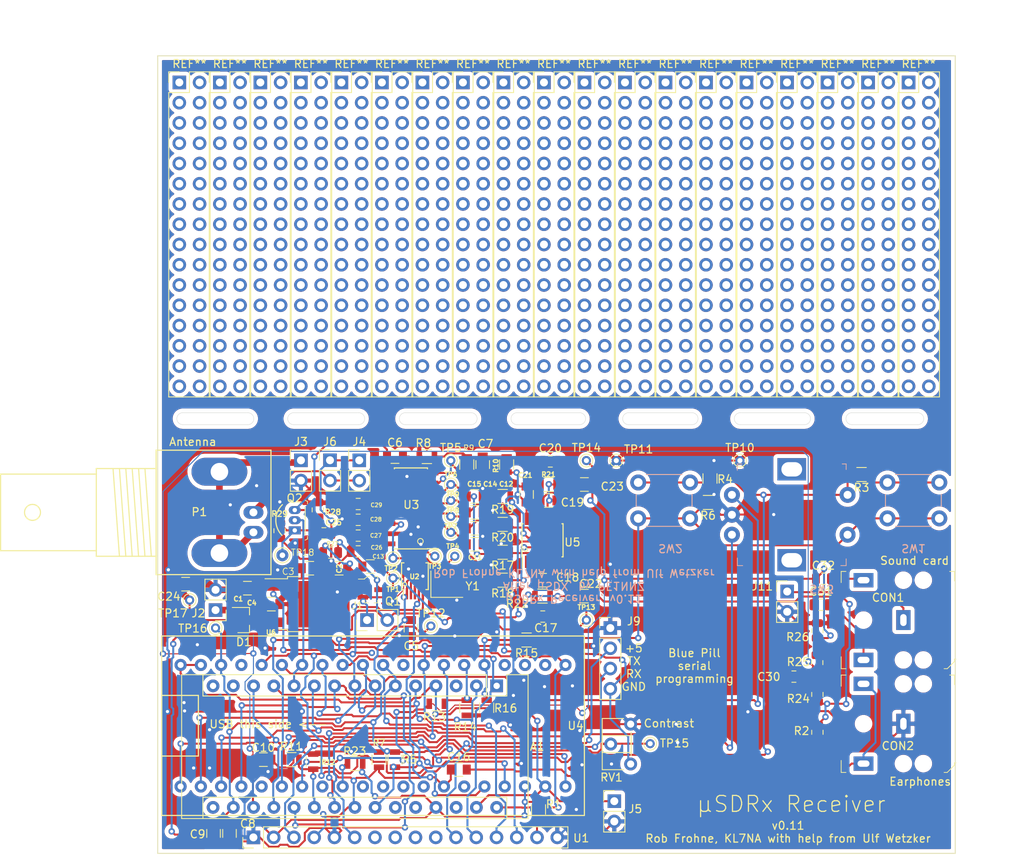
<source format=kicad_pcb>
(kicad_pcb (version 20171130) (host pcbnew 5.1.6+dfsg1-1)
  (title_block (title "µSDRx Receiver") (date 2021-03-08) (rev 0.11) (company "Rob Frohne") (comment 1 "after µSDX by Guido, PE1NNZ") (comment 2 "help from Ulf Wetzker"))
  (layers (0 F.Cu signal) (31 B.Cu signal) (34 B.Paste user) (35 F.Paste user) (36 B.SilkS user) (37 F.SilkS user) (38 B.Mask user) (39 F.Mask user) (44 Edge.Cuts user))
  (net 0 "")
  (net 1 /V_IN)
  (net 2 "Net-(A1-Pad29)")
  (net 3 /VHI)
  (net 4 +5V)
  (net 5 /RX)
  (net 6 /ROT_A)
  (net 7 /ROT_B)
  (net 8 /SCL)
  (net 9 /FREQ_COUNT)
  (net 10 /RS)
  (net 11 /EN)
  (net 12 /BUTTON)
  (net 13 /D7)
  (net 14 /DVM)
  (net 15 /D6)
  (net 16 /AUD_1)
  (net 17 /AUD_0)
  (net 18 +4.3V)
  (net 19 /D4)
  (net 20 +3V3)
  (net 21 /D5)
  (net 22 GND)
  (net 23 "Net-(C2-Pad1)")
  (net 24 "Net-(C6-Pad2)")
  (net 25 "Net-(C6-Pad1)")
  (net 26 "Net-(C7-Pad1)")
  (net 27 "Net-(C11-Pad1)")
  (net 28 "Net-(C12-Pad1)")
  (net 29 "Net-(C14-Pad1)")
  (net 30 "Net-(C15-Pad1)")
  (net 31 "Net-(C16-Pad1)")
  (net 32 "Net-(C17-Pad2)")
  (net 33 "Net-(C19-Pad2)")
  (net 34 "Net-(CON1-Pad1)")
  (net 35 "Net-(D1-Pad1)")
  (net 36 "Net-(J3-Pad1)")
  (net 37 "Net-(J4-Pad2)")
  (net 38 "Net-(J9-Pad3)")
  (net 39 /SIG_OUT)
  (net 40 "Net-(R1-Pad2)")
  (net 41 "Net-(R3-Pad1)")
  (net 42 "Net-(R4-Pad1)")
  (net 43 "Net-(R13-Pad2)")
  (net 44 "Net-(R15-Pad2)")
  (net 45 "Net-(R18-Pad1)")
  (net 46 "Net-(R19-Pad1)")
  (net 47 "Net-(R23-Pad2)")
  (net 48 "Net-(RV1-Pad2)")
  (net 49 /4F)
  (net 50 /2F)
  (net 51 "Net-(TP4-Pad1)")
  (net 52 "Net-(U2-Pad3)")
  (net 53 "Net-(U2-Pad2)")
  (net 54 /AREF)
  (net 55 /AUD_OUT)
  (net 56 "Net-(C25-Pad2)")
  (net 57 "Net-(C25-Pad1)")
  (net 58 "Net-(C31-Pad2)")
  (net 59 "Net-(C32-Pad2)")
  (net 60 "Net-(C17-Pad1)")
  (net 61 "Net-(C19-Pad1)")
  (module Connector_PinHeader_2.54mm:PinHeader_2x16_P2.54mm_Vertical (layer F.Cu) (at 52.71 53.34)
    (fp_text reference REF** (at 1.27 -2.33) (layer F.SilkS))
    (fp_text value PinHeader_2x16_P2.54mm_Vertical)
    (pad 1 thru_hole rect (at 0 0) (size 1.7 1.7) (drill 1) (layers *.Cu *.Mask))
    (pad 2 thru_hole oval (at 2.54 0) (size 1.7 1.7) (drill 1) (layers *.Cu *.Mask))
    (pad 3 thru_hole oval (at 0 2.54) (size 1.7 1.7) (drill 1) (layers *.Cu *.Mask))
    (pad 4 thru_hole oval (at 2.54 2.54) (size 1.7 1.7) (drill 1) (layers *.Cu *.Mask))
    (pad 5 thru_hole oval (at 0 5.08) (size 1.7 1.7) (drill 1) (layers *.Cu *.Mask))
    (pad 6 thru_hole oval (at 2.54 5.08) (size 1.7 1.7) (drill 1) (layers *.Cu *.Mask))
    (pad 7 thru_hole oval (at 0 7.62) (size 1.7 1.7) (drill 1) (layers *.Cu *.Mask))
    (pad 8 thru_hole oval (at 2.54 7.62) (size 1.7 1.7) (drill 1) (layers *.Cu *.Mask))
    (pad 9 thru_hole oval (at 0 10.16) (size 1.7 1.7) (drill 1) (layers *.Cu *.Mask))
    (pad 10 thru_hole oval (at 2.54 10.16) (size 1.7 1.7) (drill 1) (layers *.Cu *.Mask))
    (pad 11 thru_hole oval (at 0 12.7) (size 1.7 1.7) (drill 1) (layers *.Cu *.Mask))
    (pad 12 thru_hole oval (at 2.54 12.7) (size 1.7 1.7) (drill 1) (layers *.Cu *.Mask))
    (pad 13 thru_hole oval (at 0 15.24) (size 1.7 1.7) (drill 1) (layers *.Cu *.Mask))
    (pad 14 thru_hole oval (at 2.54 15.24) (size 1.7 1.7) (drill 1) (layers *.Cu *.Mask))
    (pad 15 thru_hole oval (at 0 17.78) (size 1.7 1.7) (drill 1) (layers *.Cu *.Mask))
    (pad 16 thru_hole oval (at 2.54 17.78) (size 1.7 1.7) (drill 1) (layers *.Cu *.Mask))
    (pad 17 thru_hole oval (at 0 20.32) (size 1.7 1.7) (drill 1) (layers *.Cu *.Mask))
    (pad 18 thru_hole oval (at 2.54 20.32) (size 1.7 1.7) (drill 1) (layers *.Cu *.Mask))
    (pad 19 thru_hole oval (at 0 22.86) (size 1.7 1.7) (drill 1) (layers *.Cu *.Mask))
    (pad 20 thru_hole oval (at 2.54 22.86) (size 1.7 1.7) (drill 1) (layers *.Cu *.Mask))
    (pad 21 thru_hole oval (at 0 25.4) (size 1.7 1.7) (drill 1) (layers *.Cu *.Mask))
    (pad 22 thru_hole oval (at 2.54 25.4) (size 1.7 1.7) (drill 1) (layers *.Cu *.Mask))
    (pad 23 thru_hole oval (at 0 27.94) (size 1.7 1.7) (drill 1) (layers *.Cu *.Mask))
    (pad 24 thru_hole oval (at 2.54 27.94) (size 1.7 1.7) (drill 1) (layers *.Cu *.Mask))
    (pad 25 thru_hole oval (at 0 30.48) (size 1.7 1.7) (drill 1) (layers *.Cu *.Mask))
    (pad 26 thru_hole oval (at 2.54 30.48) (size 1.7 1.7) (drill 1) (layers *.Cu *.Mask))
    (pad 27 thru_hole oval (at 0 33.02) (size 1.7 1.7) (drill 1) (layers *.Cu *.Mask))
    (pad 28 thru_hole oval (at 2.54 33.02) (size 1.7 1.7) (drill 1) (layers *.Cu *.Mask))
    (pad 29 thru_hole oval (at 0 35.56) (size 1.7 1.7) (drill 1) (layers *.Cu *.Mask))
    (pad 30 thru_hole oval (at 2.54 35.56) (size 1.7 1.7) (drill 1) (layers *.Cu *.Mask))
    (pad 31 thru_hole oval (at 0 38.1) (size 1.7 1.7) (drill 1) (layers *.Cu *.Mask))
    (pad 32 thru_hole oval (at 2.54 38.1) (size 1.7 1.7) (drill 1) (layers *.Cu *.Mask))
  )
  (module Connector_PinHeader_2.54mm:PinHeader_2x16_P2.54mm_Vertical (layer F.Cu) (at 57.79 53.34)
    (fp_text reference REF** (at 1.27 -2.33) (layer F.SilkS))
    (fp_text value PinHeader_2x16_P2.54mm_Vertical)
    (pad 1 thru_hole rect (at 0 0) (size 1.7 1.7) (drill 1) (layers *.Cu *.Mask))
    (pad 2 thru_hole oval (at 2.54 0) (size 1.7 1.7) (drill 1) (layers *.Cu *.Mask))
    (pad 3 thru_hole oval (at 0 2.54) (size 1.7 1.7) (drill 1) (layers *.Cu *.Mask))
    (pad 4 thru_hole oval (at 2.54 2.54) (size 1.7 1.7) (drill 1) (layers *.Cu *.Mask))
    (pad 5 thru_hole oval (at 0 5.08) (size 1.7 1.7) (drill 1) (layers *.Cu *.Mask))
    (pad 6 thru_hole oval (at 2.54 5.08) (size 1.7 1.7) (drill 1) (layers *.Cu *.Mask))
    (pad 7 thru_hole oval (at 0 7.62) (size 1.7 1.7) (drill 1) (layers *.Cu *.Mask))
    (pad 8 thru_hole oval (at 2.54 7.62) (size 1.7 1.7) (drill 1) (layers *.Cu *.Mask))
    (pad 9 thru_hole oval (at 0 10.16) (size 1.7 1.7) (drill 1) (layers *.Cu *.Mask))
    (pad 10 thru_hole oval (at 2.54 10.16) (size 1.7 1.7) (drill 1) (layers *.Cu *.Mask))
    (pad 11 thru_hole oval (at 0 12.7) (size 1.7 1.7) (drill 1) (layers *.Cu *.Mask))
    (pad 12 thru_hole oval (at 2.54 12.7) (size 1.7 1.7) (drill 1) (layers *.Cu *.Mask))
    (pad 13 thru_hole oval (at 0 15.24) (size 1.7 1.7) (drill 1) (layers *.Cu *.Mask))
    (pad 14 thru_hole oval (at 2.54 15.24) (size 1.7 1.7) (drill 1) (layers *.Cu *.Mask))
    (pad 15 thru_hole oval (at 0 17.78) (size 1.7 1.7) (drill 1) (layers *.Cu *.Mask))
    (pad 16 thru_hole oval (at 2.54 17.78) (size 1.7 1.7) (drill 1) (layers *.Cu *.Mask))
    (pad 17 thru_hole oval (at 0 20.32) (size 1.7 1.7) (drill 1) (layers *.Cu *.Mask))
    (pad 18 thru_hole oval (at 2.54 20.32) (size 1.7 1.7) (drill 1) (layers *.Cu *.Mask))
    (pad 19 thru_hole oval (at 0 22.86) (size 1.7 1.7) (drill 1) (layers *.Cu *.Mask))
    (pad 20 thru_hole oval (at 2.54 22.86) (size 1.7 1.7) (drill 1) (layers *.Cu *.Mask))
    (pad 21 thru_hole oval (at 0 25.4) (size 1.7 1.7) (drill 1) (layers *.Cu *.Mask))
    (pad 22 thru_hole oval (at 2.54 25.4) (size 1.7 1.7) (drill 1) (layers *.Cu *.Mask))
    (pad 23 thru_hole oval (at 0 27.94) (size 1.7 1.7) (drill 1) (layers *.Cu *.Mask))
    (pad 24 thru_hole oval (at 2.54 27.94) (size 1.7 1.7) (drill 1) (layers *.Cu *.Mask))
    (pad 25 thru_hole oval (at 0 30.48) (size 1.7 1.7) (drill 1) (layers *.Cu *.Mask))
    (pad 26 thru_hole oval (at 2.54 30.48) (size 1.7 1.7) (drill 1) (layers *.Cu *.Mask))
    (pad 27 thru_hole oval (at 0 33.02) (size 1.7 1.7) (drill 1) (layers *.Cu *.Mask))
    (pad 28 thru_hole oval (at 2.54 33.02) (size 1.7 1.7) (drill 1) (layers *.Cu *.Mask))
    (pad 29 thru_hole oval (at 0 35.56) (size 1.7 1.7) (drill 1) (layers *.Cu *.Mask))
    (pad 30 thru_hole oval (at 2.54 35.56) (size 1.7 1.7) (drill 1) (layers *.Cu *.Mask))
    (pad 31 thru_hole oval (at 0 38.1) (size 1.7 1.7) (drill 1) (layers *.Cu *.Mask))
    (pad 32 thru_hole oval (at 2.54 38.1) (size 1.7 1.7) (drill 1) (layers *.Cu *.Mask))
  )
  (module Connector_PinHeader_2.54mm:PinHeader_2x16_P2.54mm_Vertical (layer F.Cu) (at 144.15 53.34)
    (fp_text reference REF** (at 1.27 -2.33) (layer F.SilkS))
    (fp_text value PinHeader_2x16_P2.54mm_Vertical)
    (pad 32 thru_hole oval (at 2.54 38.1) (size 1.7 1.7) (drill 1) (layers *.Cu *.Mask))
    (pad 31 thru_hole oval (at 0 38.1) (size 1.7 1.7) (drill 1) (layers *.Cu *.Mask))
    (pad 30 thru_hole oval (at 2.54 35.56) (size 1.7 1.7) (drill 1) (layers *.Cu *.Mask))
    (pad 29 thru_hole oval (at 0 35.56) (size 1.7 1.7) (drill 1) (layers *.Cu *.Mask))
    (pad 28 thru_hole oval (at 2.54 33.02) (size 1.7 1.7) (drill 1) (layers *.Cu *.Mask))
    (pad 27 thru_hole oval (at 0 33.02) (size 1.7 1.7) (drill 1) (layers *.Cu *.Mask))
    (pad 26 thru_hole oval (at 2.54 30.48) (size 1.7 1.7) (drill 1) (layers *.Cu *.Mask))
    (pad 25 thru_hole oval (at 0 30.48) (size 1.7 1.7) (drill 1) (layers *.Cu *.Mask))
    (pad 24 thru_hole oval (at 2.54 27.94) (size 1.7 1.7) (drill 1) (layers *.Cu *.Mask))
    (pad 23 thru_hole oval (at 0 27.94) (size 1.7 1.7) (drill 1) (layers *.Cu *.Mask))
    (pad 22 thru_hole oval (at 2.54 25.4) (size 1.7 1.7) (drill 1) (layers *.Cu *.Mask))
    (pad 21 thru_hole oval (at 0 25.4) (size 1.7 1.7) (drill 1) (layers *.Cu *.Mask))
    (pad 20 thru_hole oval (at 2.54 22.86) (size 1.7 1.7) (drill 1) (layers *.Cu *.Mask))
    (pad 19 thru_hole oval (at 0 22.86) (size 1.7 1.7) (drill 1) (layers *.Cu *.Mask))
    (pad 18 thru_hole oval (at 2.54 20.32) (size 1.7 1.7) (drill 1) (layers *.Cu *.Mask))
    (pad 17 thru_hole oval (at 0 20.32) (size 1.7 1.7) (drill 1) (layers *.Cu *.Mask))
    (pad 16 thru_hole oval (at 2.54 17.78) (size 1.7 1.7) (drill 1) (layers *.Cu *.Mask))
    (pad 15 thru_hole oval (at 0 17.78) (size 1.7 1.7) (drill 1) (layers *.Cu *.Mask))
    (pad 14 thru_hole oval (at 2.54 15.24) (size 1.7 1.7) (drill 1) (layers *.Cu *.Mask))
    (pad 13 thru_hole oval (at 0 15.24) (size 1.7 1.7) (drill 1) (layers *.Cu *.Mask))
    (pad 12 thru_hole oval (at 2.54 12.7) (size 1.7 1.7) (drill 1) (layers *.Cu *.Mask))
    (pad 11 thru_hole oval (at 0 12.7) (size 1.7 1.7) (drill 1) (layers *.Cu *.Mask))
    (pad 10 thru_hole oval (at 2.54 10.16) (size 1.7 1.7) (drill 1) (layers *.Cu *.Mask))
    (pad 9 thru_hole oval (at 0 10.16) (size 1.7 1.7) (drill 1) (layers *.Cu *.Mask))
    (pad 8 thru_hole oval (at 2.54 7.62) (size 1.7 1.7) (drill 1) (layers *.Cu *.Mask))
    (pad 7 thru_hole oval (at 0 7.62) (size 1.7 1.7) (drill 1) (layers *.Cu *.Mask))
    (pad 6 thru_hole oval (at 2.54 5.08) (size 1.7 1.7) (drill 1) (layers *.Cu *.Mask))
    (pad 5 thru_hole oval (at 0 5.08) (size 1.7 1.7) (drill 1) (layers *.Cu *.Mask))
    (pad 4 thru_hole oval (at 2.54 2.54) (size 1.7 1.7) (drill 1) (layers *.Cu *.Mask))
    (pad 3 thru_hole oval (at 0 2.54) (size 1.7 1.7) (drill 1) (layers *.Cu *.Mask))
    (pad 2 thru_hole oval (at 2.54 0) (size 1.7 1.7) (drill 1) (layers *.Cu *.Mask))
    (pad 1 thru_hole rect (at 0 0) (size 1.7 1.7) (drill 1) (layers *.Cu *.Mask))
  )
  (module Connector_PinHeader_2.54mm:PinHeader_2x16_P2.54mm_Vertical (layer F.Cu) (at 139.07 53.34)
    (fp_text reference REF** (at 1.27 -2.33) (layer F.SilkS))
    (fp_text value PinHeader_2x16_P2.54mm_Vertical)
    (pad 32 thru_hole oval (at 2.54 38.1) (size 1.7 1.7) (drill 1) (layers *.Cu *.Mask))
    (pad 31 thru_hole oval (at 0 38.1) (size 1.7 1.7) (drill 1) (layers *.Cu *.Mask))
    (pad 30 thru_hole oval (at 2.54 35.56) (size 1.7 1.7) (drill 1) (layers *.Cu *.Mask))
    (pad 29 thru_hole oval (at 0 35.56) (size 1.7 1.7) (drill 1) (layers *.Cu *.Mask))
    (pad 28 thru_hole oval (at 2.54 33.02) (size 1.7 1.7) (drill 1) (layers *.Cu *.Mask))
    (pad 27 thru_hole oval (at 0 33.02) (size 1.7 1.7) (drill 1) (layers *.Cu *.Mask))
    (pad 26 thru_hole oval (at 2.54 30.48) (size 1.7 1.7) (drill 1) (layers *.Cu *.Mask))
    (pad 25 thru_hole oval (at 0 30.48) (size 1.7 1.7) (drill 1) (layers *.Cu *.Mask))
    (pad 24 thru_hole oval (at 2.54 27.94) (size 1.7 1.7) (drill 1) (layers *.Cu *.Mask))
    (pad 23 thru_hole oval (at 0 27.94) (size 1.7 1.7) (drill 1) (layers *.Cu *.Mask))
    (pad 22 thru_hole oval (at 2.54 25.4) (size 1.7 1.7) (drill 1) (layers *.Cu *.Mask))
    (pad 21 thru_hole oval (at 0 25.4) (size 1.7 1.7) (drill 1) (layers *.Cu *.Mask))
    (pad 20 thru_hole oval (at 2.54 22.86) (size 1.7 1.7) (drill 1) (layers *.Cu *.Mask))
    (pad 19 thru_hole oval (at 0 22.86) (size 1.7 1.7) (drill 1) (layers *.Cu *.Mask))
    (pad 18 thru_hole oval (at 2.54 20.32) (size 1.7 1.7) (drill 1) (layers *.Cu *.Mask))
    (pad 17 thru_hole oval (at 0 20.32) (size 1.7 1.7) (drill 1) (layers *.Cu *.Mask))
    (pad 16 thru_hole oval (at 2.54 17.78) (size 1.7 1.7) (drill 1) (layers *.Cu *.Mask))
    (pad 15 thru_hole oval (at 0 17.78) (size 1.7 1.7) (drill 1) (layers *.Cu *.Mask))
    (pad 14 thru_hole oval (at 2.54 15.24) (size 1.7 1.7) (drill 1) (layers *.Cu *.Mask))
    (pad 13 thru_hole oval (at 0 15.24) (size 1.7 1.7) (drill 1) (layers *.Cu *.Mask))
    (pad 12 thru_hole oval (at 2.54 12.7) (size 1.7 1.7) (drill 1) (layers *.Cu *.Mask))
    (pad 11 thru_hole oval (at 0 12.7) (size 1.7 1.7) (drill 1) (layers *.Cu *.Mask))
    (pad 10 thru_hole oval (at 2.54 10.16) (size 1.7 1.7) (drill 1) (layers *.Cu *.Mask))
    (pad 9 thru_hole oval (at 0 10.16) (size 1.7 1.7) (drill 1) (layers *.Cu *.Mask))
    (pad 8 thru_hole oval (at 2.54 7.62) (size 1.7 1.7) (drill 1) (layers *.Cu *.Mask))
    (pad 7 thru_hole oval (at 0 7.62) (size 1.7 1.7) (drill 1) (layers *.Cu *.Mask))
    (pad 6 thru_hole oval (at 2.54 5.08) (size 1.7 1.7) (drill 1) (layers *.Cu *.Mask))
    (pad 5 thru_hole oval (at 0 5.08) (size 1.7 1.7) (drill 1) (layers *.Cu *.Mask))
    (pad 4 thru_hole oval (at 2.54 2.54) (size 1.7 1.7) (drill 1) (layers *.Cu *.Mask))
    (pad 3 thru_hole oval (at 0 2.54) (size 1.7 1.7) (drill 1) (layers *.Cu *.Mask))
    (pad 2 thru_hole oval (at 2.54 0) (size 1.7 1.7) (drill 1) (layers *.Cu *.Mask))
    (pad 1 thru_hole rect (at 0 0) (size 1.7 1.7) (drill 1) (layers *.Cu *.Mask))
  )
  (module Connector_PinHeader_2.54mm:PinHeader_2x16_P2.54mm_Vertical (layer F.Cu) (at 133.99 53.34)
    (fp_text reference REF** (at 1.27 -2.33) (layer F.SilkS))
    (fp_text value PinHeader_2x16_P2.54mm_Vertical)
    (pad 32 thru_hole oval (at 2.54 38.1) (size 1.7 1.7) (drill 1) (layers *.Cu *.Mask))
    (pad 31 thru_hole oval (at 0 38.1) (size 1.7 1.7) (drill 1) (layers *.Cu *.Mask))
    (pad 30 thru_hole oval (at 2.54 35.56) (size 1.7 1.7) (drill 1) (layers *.Cu *.Mask))
    (pad 29 thru_hole oval (at 0 35.56) (size 1.7 1.7) (drill 1) (layers *.Cu *.Mask))
    (pad 28 thru_hole oval (at 2.54 33.02) (size 1.7 1.7) (drill 1) (layers *.Cu *.Mask))
    (pad 27 thru_hole oval (at 0 33.02) (size 1.7 1.7) (drill 1) (layers *.Cu *.Mask))
    (pad 26 thru_hole oval (at 2.54 30.48) (size 1.7 1.7) (drill 1) (layers *.Cu *.Mask))
    (pad 25 thru_hole oval (at 0 30.48) (size 1.7 1.7) (drill 1) (layers *.Cu *.Mask))
    (pad 24 thru_hole oval (at 2.54 27.94) (size 1.7 1.7) (drill 1) (layers *.Cu *.Mask))
    (pad 23 thru_hole oval (at 0 27.94) (size 1.7 1.7) (drill 1) (layers *.Cu *.Mask))
    (pad 22 thru_hole oval (at 2.54 25.4) (size 1.7 1.7) (drill 1) (layers *.Cu *.Mask))
    (pad 21 thru_hole oval (at 0 25.4) (size 1.7 1.7) (drill 1) (layers *.Cu *.Mask))
    (pad 20 thru_hole oval (at 2.54 22.86) (size 1.7 1.7) (drill 1) (layers *.Cu *.Mask))
    (pad 19 thru_hole oval (at 0 22.86) (size 1.7 1.7) (drill 1) (layers *.Cu *.Mask))
    (pad 18 thru_hole oval (at 2.54 20.32) (size 1.7 1.7) (drill 1) (layers *.Cu *.Mask))
    (pad 17 thru_hole oval (at 0 20.32) (size 1.7 1.7) (drill 1) (layers *.Cu *.Mask))
    (pad 16 thru_hole oval (at 2.54 17.78) (size 1.7 1.7) (drill 1) (layers *.Cu *.Mask))
    (pad 15 thru_hole oval (at 0 17.78) (size 1.7 1.7) (drill 1) (layers *.Cu *.Mask))
    (pad 14 thru_hole oval (at 2.54 15.24) (size 1.7 1.7) (drill 1) (layers *.Cu *.Mask))
    (pad 13 thru_hole oval (at 0 15.24) (size 1.7 1.7) (drill 1) (layers *.Cu *.Mask))
    (pad 12 thru_hole oval (at 2.54 12.7) (size 1.7 1.7) (drill 1) (layers *.Cu *.Mask))
    (pad 11 thru_hole oval (at 0 12.7) (size 1.7 1.7) (drill 1) (layers *.Cu *.Mask))
    (pad 10 thru_hole oval (at 2.54 10.16) (size 1.7 1.7) (drill 1) (layers *.Cu *.Mask))
    (pad 9 thru_hole oval (at 0 10.16) (size 1.7 1.7) (drill 1) (layers *.Cu *.Mask))
    (pad 8 thru_hole oval (at 2.54 7.62) (size 1.7 1.7) (drill 1) (layers *.Cu *.Mask))
    (pad 7 thru_hole oval (at 0 7.62) (size 1.7 1.7) (drill 1) (layers *.Cu *.Mask))
    (pad 6 thru_hole oval (at 2.54 5.08) (size 1.7 1.7) (drill 1) (layers *.Cu *.Mask))
    (pad 5 thru_hole oval (at 0 5.08) (size 1.7 1.7) (drill 1) (layers *.Cu *.Mask))
    (pad 4 thru_hole oval (at 2.54 2.54) (size 1.7 1.7) (drill 1) (layers *.Cu *.Mask))
    (pad 3 thru_hole oval (at 0 2.54) (size 1.7 1.7) (drill 1) (layers *.Cu *.Mask))
    (pad 2 thru_hole oval (at 2.54 0) (size 1.7 1.7) (drill 1) (layers *.Cu *.Mask))
    (pad 1 thru_hole rect (at 0 0) (size 1.7 1.7) (drill 1) (layers *.Cu *.Mask))
  )
  (module Connector_PinHeader_2.54mm:PinHeader_2x16_P2.54mm_Vertical (layer F.Cu) (at 128.91 53.34)
    (fp_text reference REF** (at 1.27 -2.33) (layer F.SilkS))
    (fp_text value PinHeader_2x16_P2.54mm_Vertical)
    (pad 32 thru_hole oval (at 2.54 38.1) (size 1.7 1.7) (drill 1) (layers *.Cu *.Mask))
    (pad 31 thru_hole oval (at 0 38.1) (size 1.7 1.7) (drill 1) (layers *.Cu *.Mask))
    (pad 30 thru_hole oval (at 2.54 35.56) (size 1.7 1.7) (drill 1) (layers *.Cu *.Mask))
    (pad 29 thru_hole oval (at 0 35.56) (size 1.7 1.7) (drill 1) (layers *.Cu *.Mask))
    (pad 28 thru_hole oval (at 2.54 33.02) (size 1.7 1.7) (drill 1) (layers *.Cu *.Mask))
    (pad 27 thru_hole oval (at 0 33.02) (size 1.7 1.7) (drill 1) (layers *.Cu *.Mask))
    (pad 26 thru_hole oval (at 2.54 30.48) (size 1.7 1.7) (drill 1) (layers *.Cu *.Mask))
    (pad 25 thru_hole oval (at 0 30.48) (size 1.7 1.7) (drill 1) (layers *.Cu *.Mask))
    (pad 24 thru_hole oval (at 2.54 27.94) (size 1.7 1.7) (drill 1) (layers *.Cu *.Mask))
    (pad 23 thru_hole oval (at 0 27.94) (size 1.7 1.7) (drill 1) (layers *.Cu *.Mask))
    (pad 22 thru_hole oval (at 2.54 25.4) (size 1.7 1.7) (drill 1) (layers *.Cu *.Mask))
    (pad 21 thru_hole oval (at 0 25.4) (size 1.7 1.7) (drill 1) (layers *.Cu *.Mask))
    (pad 20 thru_hole oval (at 2.54 22.86) (size 1.7 1.7) (drill 1) (layers *.Cu *.Mask))
    (pad 19 thru_hole oval (at 0 22.86) (size 1.7 1.7) (drill 1) (layers *.Cu *.Mask))
    (pad 18 thru_hole oval (at 2.54 20.32) (size 1.7 1.7) (drill 1) (layers *.Cu *.Mask))
    (pad 17 thru_hole oval (at 0 20.32) (size 1.7 1.7) (drill 1) (layers *.Cu *.Mask))
    (pad 16 thru_hole oval (at 2.54 17.78) (size 1.7 1.7) (drill 1) (layers *.Cu *.Mask))
    (pad 15 thru_hole oval (at 0 17.78) (size 1.7 1.7) (drill 1) (layers *.Cu *.Mask))
    (pad 14 thru_hole oval (at 2.54 15.24) (size 1.7 1.7) (drill 1) (layers *.Cu *.Mask))
    (pad 13 thru_hole oval (at 0 15.24) (size 1.7 1.7) (drill 1) (layers *.Cu *.Mask))
    (pad 12 thru_hole oval (at 2.54 12.7) (size 1.7 1.7) (drill 1) (layers *.Cu *.Mask))
    (pad 11 thru_hole oval (at 0 12.7) (size 1.7 1.7) (drill 1) (layers *.Cu *.Mask))
    (pad 10 thru_hole oval (at 2.54 10.16) (size 1.7 1.7) (drill 1) (layers *.Cu *.Mask))
    (pad 9 thru_hole oval (at 0 10.16) (size 1.7 1.7) (drill 1) (layers *.Cu *.Mask))
    (pad 8 thru_hole oval (at 2.54 7.62) (size 1.7 1.7) (drill 1) (layers *.Cu *.Mask))
    (pad 7 thru_hole oval (at 0 7.62) (size 1.7 1.7) (drill 1) (layers *.Cu *.Mask))
    (pad 6 thru_hole oval (at 2.54 5.08) (size 1.7 1.7) (drill 1) (layers *.Cu *.Mask))
    (pad 5 thru_hole oval (at 0 5.08) (size 1.7 1.7) (drill 1) (layers *.Cu *.Mask))
    (pad 4 thru_hole oval (at 2.54 2.54) (size 1.7 1.7) (drill 1) (layers *.Cu *.Mask))
    (pad 3 thru_hole oval (at 0 2.54) (size 1.7 1.7) (drill 1) (layers *.Cu *.Mask))
    (pad 2 thru_hole oval (at 2.54 0) (size 1.7 1.7) (drill 1) (layers *.Cu *.Mask))
    (pad 1 thru_hole rect (at 0 0) (size 1.7 1.7) (drill 1) (layers *.Cu *.Mask))
  )
  (module Connector_PinHeader_2.54mm:PinHeader_2x16_P2.54mm_Vertical (layer F.Cu) (at 123.83 53.34)
    (fp_text reference REF** (at 1.27 -2.33) (layer F.SilkS))
    (fp_text value PinHeader_2x16_P2.54mm_Vertical)
    (pad 32 thru_hole oval (at 2.54 38.1) (size 1.7 1.7) (drill 1) (layers *.Cu *.Mask))
    (pad 31 thru_hole oval (at 0 38.1) (size 1.7 1.7) (drill 1) (layers *.Cu *.Mask))
    (pad 30 thru_hole oval (at 2.54 35.56) (size 1.7 1.7) (drill 1) (layers *.Cu *.Mask))
    (pad 29 thru_hole oval (at 0 35.56) (size 1.7 1.7) (drill 1) (layers *.Cu *.Mask))
    (pad 28 thru_hole oval (at 2.54 33.02) (size 1.7 1.7) (drill 1) (layers *.Cu *.Mask))
    (pad 27 thru_hole oval (at 0 33.02) (size 1.7 1.7) (drill 1) (layers *.Cu *.Mask))
    (pad 26 thru_hole oval (at 2.54 30.48) (size 1.7 1.7) (drill 1) (layers *.Cu *.Mask))
    (pad 25 thru_hole oval (at 0 30.48) (size 1.7 1.7) (drill 1) (layers *.Cu *.Mask))
    (pad 24 thru_hole oval (at 2.54 27.94) (size 1.7 1.7) (drill 1) (layers *.Cu *.Mask))
    (pad 23 thru_hole oval (at 0 27.94) (size 1.7 1.7) (drill 1) (layers *.Cu *.Mask))
    (pad 22 thru_hole oval (at 2.54 25.4) (size 1.7 1.7) (drill 1) (layers *.Cu *.Mask))
    (pad 21 thru_hole oval (at 0 25.4) (size 1.7 1.7) (drill 1) (layers *.Cu *.Mask))
    (pad 20 thru_hole oval (at 2.54 22.86) (size 1.7 1.7) (drill 1) (layers *.Cu *.Mask))
    (pad 19 thru_hole oval (at 0 22.86) (size 1.7 1.7) (drill 1) (layers *.Cu *.Mask))
    (pad 18 thru_hole oval (at 2.54 20.32) (size 1.7 1.7) (drill 1) (layers *.Cu *.Mask))
    (pad 17 thru_hole oval (at 0 20.32) (size 1.7 1.7) (drill 1) (layers *.Cu *.Mask))
    (pad 16 thru_hole oval (at 2.54 17.78) (size 1.7 1.7) (drill 1) (layers *.Cu *.Mask))
    (pad 15 thru_hole oval (at 0 17.78) (size 1.7 1.7) (drill 1) (layers *.Cu *.Mask))
    (pad 14 thru_hole oval (at 2.54 15.24) (size 1.7 1.7) (drill 1) (layers *.Cu *.Mask))
    (pad 13 thru_hole oval (at 0 15.24) (size 1.7 1.7) (drill 1) (layers *.Cu *.Mask))
    (pad 12 thru_hole oval (at 2.54 12.7) (size 1.7 1.7) (drill 1) (layers *.Cu *.Mask))
    (pad 11 thru_hole oval (at 0 12.7) (size 1.7 1.7) (drill 1) (layers *.Cu *.Mask))
    (pad 10 thru_hole oval (at 2.54 10.16) (size 1.7 1.7) (drill 1) (layers *.Cu *.Mask))
    (pad 9 thru_hole oval (at 0 10.16) (size 1.7 1.7) (drill 1) (layers *.Cu *.Mask))
    (pad 8 thru_hole oval (at 2.54 7.62) (size 1.7 1.7) (drill 1) (layers *.Cu *.Mask))
    (pad 7 thru_hole oval (at 0 7.62) (size 1.7 1.7) (drill 1) (layers *.Cu *.Mask))
    (pad 6 thru_hole oval (at 2.54 5.08) (size 1.7 1.7) (drill 1) (layers *.Cu *.Mask))
    (pad 5 thru_hole oval (at 0 5.08) (size 1.7 1.7) (drill 1) (layers *.Cu *.Mask))
    (pad 4 thru_hole oval (at 2.54 2.54) (size 1.7 1.7) (drill 1) (layers *.Cu *.Mask))
    (pad 3 thru_hole oval (at 0 2.54) (size 1.7 1.7) (drill 1) (layers *.Cu *.Mask))
    (pad 2 thru_hole oval (at 2.54 0) (size 1.7 1.7) (drill 1) (layers *.Cu *.Mask))
    (pad 1 thru_hole rect (at 0 0) (size 1.7 1.7) (drill 1) (layers *.Cu *.Mask))
  )
  (module Connector_PinHeader_2.54mm:PinHeader_2x16_P2.54mm_Vertical (layer F.Cu) (at 118.75 53.34)
    (fp_text reference REF** (at 1.27 -2.33) (layer F.SilkS))
    (fp_text value PinHeader_2x16_P2.54mm_Vertical)
    (pad 32 thru_hole oval (at 2.54 38.1) (size 1.7 1.7) (drill 1) (layers *.Cu *.Mask))
    (pad 31 thru_hole oval (at 0 38.1) (size 1.7 1.7) (drill 1) (layers *.Cu *.Mask))
    (pad 30 thru_hole oval (at 2.54 35.56) (size 1.7 1.7) (drill 1) (layers *.Cu *.Mask))
    (pad 29 thru_hole oval (at 0 35.56) (size 1.7 1.7) (drill 1) (layers *.Cu *.Mask))
    (pad 28 thru_hole oval (at 2.54 33.02) (size 1.7 1.7) (drill 1) (layers *.Cu *.Mask))
    (pad 27 thru_hole oval (at 0 33.02) (size 1.7 1.7) (drill 1) (layers *.Cu *.Mask))
    (pad 26 thru_hole oval (at 2.54 30.48) (size 1.7 1.7) (drill 1) (layers *.Cu *.Mask))
    (pad 25 thru_hole oval (at 0 30.48) (size 1.7 1.7) (drill 1) (layers *.Cu *.Mask))
    (pad 24 thru_hole oval (at 2.54 27.94) (size 1.7 1.7) (drill 1) (layers *.Cu *.Mask))
    (pad 23 thru_hole oval (at 0 27.94) (size 1.7 1.7) (drill 1) (layers *.Cu *.Mask))
    (pad 22 thru_hole oval (at 2.54 25.4) (size 1.7 1.7) (drill 1) (layers *.Cu *.Mask))
    (pad 21 thru_hole oval (at 0 25.4) (size 1.7 1.7) (drill 1) (layers *.Cu *.Mask))
    (pad 20 thru_hole oval (at 2.54 22.86) (size 1.7 1.7) (drill 1) (layers *.Cu *.Mask))
    (pad 19 thru_hole oval (at 0 22.86) (size 1.7 1.7) (drill 1) (layers *.Cu *.Mask))
    (pad 18 thru_hole oval (at 2.54 20.32) (size 1.7 1.7) (drill 1) (layers *.Cu *.Mask))
    (pad 17 thru_hole oval (at 0 20.32) (size 1.7 1.7) (drill 1) (layers *.Cu *.Mask))
    (pad 16 thru_hole oval (at 2.54 17.78) (size 1.7 1.7) (drill 1) (layers *.Cu *.Mask))
    (pad 15 thru_hole oval (at 0 17.78) (size 1.7 1.7) (drill 1) (layers *.Cu *.Mask))
    (pad 14 thru_hole oval (at 2.54 15.24) (size 1.7 1.7) (drill 1) (layers *.Cu *.Mask))
    (pad 13 thru_hole oval (at 0 15.24) (size 1.7 1.7) (drill 1) (layers *.Cu *.Mask))
    (pad 12 thru_hole oval (at 2.54 12.7) (size 1.7 1.7) (drill 1) (layers *.Cu *.Mask))
    (pad 11 thru_hole oval (at 0 12.7) (size 1.7 1.7) (drill 1) (layers *.Cu *.Mask))
    (pad 10 thru_hole oval (at 2.54 10.16) (size 1.7 1.7) (drill 1) (layers *.Cu *.Mask))
    (pad 9 thru_hole oval (at 0 10.16) (size 1.7 1.7) (drill 1) (layers *.Cu *.Mask))
    (pad 8 thru_hole oval (at 2.54 7.62) (size 1.7 1.7) (drill 1) (layers *.Cu *.Mask))
    (pad 7 thru_hole oval (at 0 7.62) (size 1.7 1.7) (drill 1) (layers *.Cu *.Mask))
    (pad 6 thru_hole oval (at 2.54 5.08) (size 1.7 1.7) (drill 1) (layers *.Cu *.Mask))
    (pad 5 thru_hole oval (at 0 5.08) (size 1.7 1.7) (drill 1) (layers *.Cu *.Mask))
    (pad 4 thru_hole oval (at 2.54 2.54) (size 1.7 1.7) (drill 1) (layers *.Cu *.Mask))
    (pad 3 thru_hole oval (at 0 2.54) (size 1.7 1.7) (drill 1) (layers *.Cu *.Mask))
    (pad 2 thru_hole oval (at 2.54 0) (size 1.7 1.7) (drill 1) (layers *.Cu *.Mask))
    (pad 1 thru_hole rect (at 0 0) (size 1.7 1.7) (drill 1) (layers *.Cu *.Mask))
  )
  (module Connector_PinHeader_2.54mm:PinHeader_2x16_P2.54mm_Vertical (layer F.Cu) (at 113.67 53.34)
    (fp_text reference REF** (at 1.27 -2.33) (layer F.SilkS))
    (fp_text value PinHeader_2x16_P2.54mm_Vertical)
    (pad 32 thru_hole oval (at 2.54 38.1) (size 1.7 1.7) (drill 1) (layers *.Cu *.Mask))
    (pad 31 thru_hole oval (at 0 38.1) (size 1.7 1.7) (drill 1) (layers *.Cu *.Mask))
    (pad 30 thru_hole oval (at 2.54 35.56) (size 1.7 1.7) (drill 1) (layers *.Cu *.Mask))
    (pad 29 thru_hole oval (at 0 35.56) (size 1.7 1.7) (drill 1) (layers *.Cu *.Mask))
    (pad 28 thru_hole oval (at 2.54 33.02) (size 1.7 1.7) (drill 1) (layers *.Cu *.Mask))
    (pad 27 thru_hole oval (at 0 33.02) (size 1.7 1.7) (drill 1) (layers *.Cu *.Mask))
    (pad 26 thru_hole oval (at 2.54 30.48) (size 1.7 1.7) (drill 1) (layers *.Cu *.Mask))
    (pad 25 thru_hole oval (at 0 30.48) (size 1.7 1.7) (drill 1) (layers *.Cu *.Mask))
    (pad 24 thru_hole oval (at 2.54 27.94) (size 1.7 1.7) (drill 1) (layers *.Cu *.Mask))
    (pad 23 thru_hole oval (at 0 27.94) (size 1.7 1.7) (drill 1) (layers *.Cu *.Mask))
    (pad 22 thru_hole oval (at 2.54 25.4) (size 1.7 1.7) (drill 1) (layers *.Cu *.Mask))
    (pad 21 thru_hole oval (at 0 25.4) (size 1.7 1.7) (drill 1) (layers *.Cu *.Mask))
    (pad 20 thru_hole oval (at 2.54 22.86) (size 1.7 1.7) (drill 1) (layers *.Cu *.Mask))
    (pad 19 thru_hole oval (at 0 22.86) (size 1.7 1.7) (drill 1) (layers *.Cu *.Mask))
    (pad 18 thru_hole oval (at 2.54 20.32) (size 1.7 1.7) (drill 1) (layers *.Cu *.Mask))
    (pad 17 thru_hole oval (at 0 20.32) (size 1.7 1.7) (drill 1) (layers *.Cu *.Mask))
    (pad 16 thru_hole oval (at 2.54 17.78) (size 1.7 1.7) (drill 1) (layers *.Cu *.Mask))
    (pad 15 thru_hole oval (at 0 17.78) (size 1.7 1.7) (drill 1) (layers *.Cu *.Mask))
    (pad 14 thru_hole oval (at 2.54 15.24) (size 1.7 1.7) (drill 1) (layers *.Cu *.Mask))
    (pad 13 thru_hole oval (at 0 15.24) (size 1.7 1.7) (drill 1) (layers *.Cu *.Mask))
    (pad 12 thru_hole oval (at 2.54 12.7) (size 1.7 1.7) (drill 1) (layers *.Cu *.Mask))
    (pad 11 thru_hole oval (at 0 12.7) (size 1.7 1.7) (drill 1) (layers *.Cu *.Mask))
    (pad 10 thru_hole oval (at 2.54 10.16) (size 1.7 1.7) (drill 1) (layers *.Cu *.Mask))
    (pad 9 thru_hole oval (at 0 10.16) (size 1.7 1.7) (drill 1) (layers *.Cu *.Mask))
    (pad 8 thru_hole oval (at 2.54 7.62) (size 1.7 1.7) (drill 1) (layers *.Cu *.Mask))
    (pad 7 thru_hole oval (at 0 7.62) (size 1.7 1.7) (drill 1) (layers *.Cu *.Mask))
    (pad 6 thru_hole oval (at 2.54 5.08) (size 1.7 1.7) (drill 1) (layers *.Cu *.Mask))
    (pad 5 thru_hole oval (at 0 5.08) (size 1.7 1.7) (drill 1) (layers *.Cu *.Mask))
    (pad 4 thru_hole oval (at 2.54 2.54) (size 1.7 1.7) (drill 1) (layers *.Cu *.Mask))
    (pad 3 thru_hole oval (at 0 2.54) (size 1.7 1.7) (drill 1) (layers *.Cu *.Mask))
    (pad 2 thru_hole oval (at 2.54 0) (size 1.7 1.7) (drill 1) (layers *.Cu *.Mask))
    (pad 1 thru_hole rect (at 0 0) (size 1.7 1.7) (drill 1) (layers *.Cu *.Mask))
  )
  (module Connector_PinHeader_2.54mm:PinHeader_2x16_P2.54mm_Vertical (layer F.Cu) (at 108.59 53.34)
    (fp_text reference REF** (at 1.27 -2.33) (layer F.SilkS))
    (fp_text value PinHeader_2x16_P2.54mm_Vertical)
    (pad 32 thru_hole oval (at 2.54 38.1) (size 1.7 1.7) (drill 1) (layers *.Cu *.Mask))
    (pad 31 thru_hole oval (at 0 38.1) (size 1.7 1.7) (drill 1) (layers *.Cu *.Mask))
    (pad 30 thru_hole oval (at 2.54 35.56) (size 1.7 1.7) (drill 1) (layers *.Cu *.Mask))
    (pad 29 thru_hole oval (at 0 35.56) (size 1.7 1.7) (drill 1) (layers *.Cu *.Mask))
    (pad 28 thru_hole oval (at 2.54 33.02) (size 1.7 1.7) (drill 1) (layers *.Cu *.Mask))
    (pad 27 thru_hole oval (at 0 33.02) (size 1.7 1.7) (drill 1) (layers *.Cu *.Mask))
    (pad 26 thru_hole oval (at 2.54 30.48) (size 1.7 1.7) (drill 1) (layers *.Cu *.Mask))
    (pad 25 thru_hole oval (at 0 30.48) (size 1.7 1.7) (drill 1) (layers *.Cu *.Mask))
    (pad 24 thru_hole oval (at 2.54 27.94) (size 1.7 1.7) (drill 1) (layers *.Cu *.Mask))
    (pad 23 thru_hole oval (at 0 27.94) (size 1.7 1.7) (drill 1) (layers *.Cu *.Mask))
    (pad 22 thru_hole oval (at 2.54 25.4) (size 1.7 1.7) (drill 1) (layers *.Cu *.Mask))
    (pad 21 thru_hole oval (at 0 25.4) (size 1.7 1.7) (drill 1) (layers *.Cu *.Mask))
    (pad 20 thru_hole oval (at 2.54 22.86) (size 1.7 1.7) (drill 1) (layers *.Cu *.Mask))
    (pad 19 thru_hole oval (at 0 22.86) (size 1.7 1.7) (drill 1) (layers *.Cu *.Mask))
    (pad 18 thru_hole oval (at 2.54 20.32) (size 1.7 1.7) (drill 1) (layers *.Cu *.Mask))
    (pad 17 thru_hole oval (at 0 20.32) (size 1.7 1.7) (drill 1) (layers *.Cu *.Mask))
    (pad 16 thru_hole oval (at 2.54 17.78) (size 1.7 1.7) (drill 1) (layers *.Cu *.Mask))
    (pad 15 thru_hole oval (at 0 17.78) (size 1.7 1.7) (drill 1) (layers *.Cu *.Mask))
    (pad 14 thru_hole oval (at 2.54 15.24) (size 1.7 1.7) (drill 1) (layers *.Cu *.Mask))
    (pad 13 thru_hole oval (at 0 15.24) (size 1.7 1.7) (drill 1) (layers *.Cu *.Mask))
    (pad 12 thru_hole oval (at 2.54 12.7) (size 1.7 1.7) (drill 1) (layers *.Cu *.Mask))
    (pad 11 thru_hole oval (at 0 12.7) (size 1.7 1.7) (drill 1) (layers *.Cu *.Mask))
    (pad 10 thru_hole oval (at 2.54 10.16) (size 1.7 1.7) (drill 1) (layers *.Cu *.Mask))
    (pad 9 thru_hole oval (at 0 10.16) (size 1.7 1.7) (drill 1) (layers *.Cu *.Mask))
    (pad 8 thru_hole oval (at 2.54 7.62) (size 1.7 1.7) (drill 1) (layers *.Cu *.Mask))
    (pad 7 thru_hole oval (at 0 7.62) (size 1.7 1.7) (drill 1) (layers *.Cu *.Mask))
    (pad 6 thru_hole oval (at 2.54 5.08) (size 1.7 1.7) (drill 1) (layers *.Cu *.Mask))
    (pad 5 thru_hole oval (at 0 5.08) (size 1.7 1.7) (drill 1) (layers *.Cu *.Mask))
    (pad 4 thru_hole oval (at 2.54 2.54) (size 1.7 1.7) (drill 1) (layers *.Cu *.Mask))
    (pad 3 thru_hole oval (at 0 2.54) (size 1.7 1.7) (drill 1) (layers *.Cu *.Mask))
    (pad 2 thru_hole oval (at 2.54 0) (size 1.7 1.7) (drill 1) (layers *.Cu *.Mask))
    (pad 1 thru_hole rect (at 0 0) (size 1.7 1.7) (drill 1) (layers *.Cu *.Mask))
  )
  (module Connector_PinHeader_2.54mm:PinHeader_2x16_P2.54mm_Vertical (layer F.Cu) (at 103.51 53.34)
    (fp_text reference REF** (at 1.27 -2.33) (layer F.SilkS))
    (fp_text value PinHeader_2x16_P2.54mm_Vertical)
    (pad 32 thru_hole oval (at 2.54 38.1) (size 1.7 1.7) (drill 1) (layers *.Cu *.Mask))
    (pad 31 thru_hole oval (at 0 38.1) (size 1.7 1.7) (drill 1) (layers *.Cu *.Mask))
    (pad 30 thru_hole oval (at 2.54 35.56) (size 1.7 1.7) (drill 1) (layers *.Cu *.Mask))
    (pad 29 thru_hole oval (at 0 35.56) (size 1.7 1.7) (drill 1) (layers *.Cu *.Mask))
    (pad 28 thru_hole oval (at 2.54 33.02) (size 1.7 1.7) (drill 1) (layers *.Cu *.Mask))
    (pad 27 thru_hole oval (at 0 33.02) (size 1.7 1.7) (drill 1) (layers *.Cu *.Mask))
    (pad 26 thru_hole oval (at 2.54 30.48) (size 1.7 1.7) (drill 1) (layers *.Cu *.Mask))
    (pad 25 thru_hole oval (at 0 30.48) (size 1.7 1.7) (drill 1) (layers *.Cu *.Mask))
    (pad 24 thru_hole oval (at 2.54 27.94) (size 1.7 1.7) (drill 1) (layers *.Cu *.Mask))
    (pad 23 thru_hole oval (at 0 27.94) (size 1.7 1.7) (drill 1) (layers *.Cu *.Mask))
    (pad 22 thru_hole oval (at 2.54 25.4) (size 1.7 1.7) (drill 1) (layers *.Cu *.Mask))
    (pad 21 thru_hole oval (at 0 25.4) (size 1.7 1.7) (drill 1) (layers *.Cu *.Mask))
    (pad 20 thru_hole oval (at 2.54 22.86) (size 1.7 1.7) (drill 1) (layers *.Cu *.Mask))
    (pad 19 thru_hole oval (at 0 22.86) (size 1.7 1.7) (drill 1) (layers *.Cu *.Mask))
    (pad 18 thru_hole oval (at 2.54 20.32) (size 1.7 1.7) (drill 1) (layers *.Cu *.Mask))
    (pad 17 thru_hole oval (at 0 20.32) (size 1.7 1.7) (drill 1) (layers *.Cu *.Mask))
    (pad 16 thru_hole oval (at 2.54 17.78) (size 1.7 1.7) (drill 1) (layers *.Cu *.Mask))
    (pad 15 thru_hole oval (at 0 17.78) (size 1.7 1.7) (drill 1) (layers *.Cu *.Mask))
    (pad 14 thru_hole oval (at 2.54 15.24) (size 1.7 1.7) (drill 1) (layers *.Cu *.Mask))
    (pad 13 thru_hole oval (at 0 15.24) (size 1.7 1.7) (drill 1) (layers *.Cu *.Mask))
    (pad 12 thru_hole oval (at 2.54 12.7) (size 1.7 1.7) (drill 1) (layers *.Cu *.Mask))
    (pad 11 thru_hole oval (at 0 12.7) (size 1.7 1.7) (drill 1) (layers *.Cu *.Mask))
    (pad 10 thru_hole oval (at 2.54 10.16) (size 1.7 1.7) (drill 1) (layers *.Cu *.Mask))
    (pad 9 thru_hole oval (at 0 10.16) (size 1.7 1.7) (drill 1) (layers *.Cu *.Mask))
    (pad 8 thru_hole oval (at 2.54 7.62) (size 1.7 1.7) (drill 1) (layers *.Cu *.Mask))
    (pad 7 thru_hole oval (at 0 7.62) (size 1.7 1.7) (drill 1) (layers *.Cu *.Mask))
    (pad 6 thru_hole oval (at 2.54 5.08) (size 1.7 1.7) (drill 1) (layers *.Cu *.Mask))
    (pad 5 thru_hole oval (at 0 5.08) (size 1.7 1.7) (drill 1) (layers *.Cu *.Mask))
    (pad 4 thru_hole oval (at 2.54 2.54) (size 1.7 1.7) (drill 1) (layers *.Cu *.Mask))
    (pad 3 thru_hole oval (at 0 2.54) (size 1.7 1.7) (drill 1) (layers *.Cu *.Mask))
    (pad 2 thru_hole oval (at 2.54 0) (size 1.7 1.7) (drill 1) (layers *.Cu *.Mask))
    (pad 1 thru_hole rect (at 0 0) (size 1.7 1.7) (drill 1) (layers *.Cu *.Mask))
  )
  (module Connector_PinHeader_2.54mm:PinHeader_2x16_P2.54mm_Vertical (layer F.Cu) (at 98.43 53.34)
    (fp_text reference REF** (at 1.27 -2.33) (layer F.SilkS))
    (fp_text value PinHeader_2x16_P2.54mm_Vertical)
    (pad 32 thru_hole oval (at 2.54 38.1) (size 1.7 1.7) (drill 1) (layers *.Cu *.Mask))
    (pad 31 thru_hole oval (at 0 38.1) (size 1.7 1.7) (drill 1) (layers *.Cu *.Mask))
    (pad 30 thru_hole oval (at 2.54 35.56) (size 1.7 1.7) (drill 1) (layers *.Cu *.Mask))
    (pad 29 thru_hole oval (at 0 35.56) (size 1.7 1.7) (drill 1) (layers *.Cu *.Mask))
    (pad 28 thru_hole oval (at 2.54 33.02) (size 1.7 1.7) (drill 1) (layers *.Cu *.Mask))
    (pad 27 thru_hole oval (at 0 33.02) (size 1.7 1.7) (drill 1) (layers *.Cu *.Mask))
    (pad 26 thru_hole oval (at 2.54 30.48) (size 1.7 1.7) (drill 1) (layers *.Cu *.Mask))
    (pad 25 thru_hole oval (at 0 30.48) (size 1.7 1.7) (drill 1) (layers *.Cu *.Mask))
    (pad 24 thru_hole oval (at 2.54 27.94) (size 1.7 1.7) (drill 1) (layers *.Cu *.Mask))
    (pad 23 thru_hole oval (at 0 27.94) (size 1.7 1.7) (drill 1) (layers *.Cu *.Mask))
    (pad 22 thru_hole oval (at 2.54 25.4) (size 1.7 1.7) (drill 1) (layers *.Cu *.Mask))
    (pad 21 thru_hole oval (at 0 25.4) (size 1.7 1.7) (drill 1) (layers *.Cu *.Mask))
    (pad 20 thru_hole oval (at 2.54 22.86) (size 1.7 1.7) (drill 1) (layers *.Cu *.Mask))
    (pad 19 thru_hole oval (at 0 22.86) (size 1.7 1.7) (drill 1) (layers *.Cu *.Mask))
    (pad 18 thru_hole oval (at 2.54 20.32) (size 1.7 1.7) (drill 1) (layers *.Cu *.Mask))
    (pad 17 thru_hole oval (at 0 20.32) (size 1.7 1.7) (drill 1) (layers *.Cu *.Mask))
    (pad 16 thru_hole oval (at 2.54 17.78) (size 1.7 1.7) (drill 1) (layers *.Cu *.Mask))
    (pad 15 thru_hole oval (at 0 17.78) (size 1.7 1.7) (drill 1) (layers *.Cu *.Mask))
    (pad 14 thru_hole oval (at 2.54 15.24) (size 1.7 1.7) (drill 1) (layers *.Cu *.Mask))
    (pad 13 thru_hole oval (at 0 15.24) (size 1.7 1.7) (drill 1) (layers *.Cu *.Mask))
    (pad 12 thru_hole oval (at 2.54 12.7) (size 1.7 1.7) (drill 1) (layers *.Cu *.Mask))
    (pad 11 thru_hole oval (at 0 12.7) (size 1.7 1.7) (drill 1) (layers *.Cu *.Mask))
    (pad 10 thru_hole oval (at 2.54 10.16) (size 1.7 1.7) (drill 1) (layers *.Cu *.Mask))
    (pad 9 thru_hole oval (at 0 10.16) (size 1.7 1.7) (drill 1) (layers *.Cu *.Mask))
    (pad 8 thru_hole oval (at 2.54 7.62) (size 1.7 1.7) (drill 1) (layers *.Cu *.Mask))
    (pad 7 thru_hole oval (at 0 7.62) (size 1.7 1.7) (drill 1) (layers *.Cu *.Mask))
    (pad 6 thru_hole oval (at 2.54 5.08) (size 1.7 1.7) (drill 1) (layers *.Cu *.Mask))
    (pad 5 thru_hole oval (at 0 5.08) (size 1.7 1.7) (drill 1) (layers *.Cu *.Mask))
    (pad 4 thru_hole oval (at 2.54 2.54) (size 1.7 1.7) (drill 1) (layers *.Cu *.Mask))
    (pad 3 thru_hole oval (at 0 2.54) (size 1.7 1.7) (drill 1) (layers *.Cu *.Mask))
    (pad 2 thru_hole oval (at 2.54 0) (size 1.7 1.7) (drill 1) (layers *.Cu *.Mask))
    (pad 1 thru_hole rect (at 0 0) (size 1.7 1.7) (drill 1) (layers *.Cu *.Mask))
  )
  (module Connector_PinHeader_2.54mm:PinHeader_2x16_P2.54mm_Vertical (layer F.Cu) (at 93.35 53.34)
    (fp_text reference REF** (at 1.27 -2.33) (layer F.SilkS))
    (fp_text value PinHeader_2x16_P2.54mm_Vertical)
    (pad 32 thru_hole oval (at 2.54 38.1) (size 1.7 1.7) (drill 1) (layers *.Cu *.Mask))
    (pad 31 thru_hole oval (at 0 38.1) (size 1.7 1.7) (drill 1) (layers *.Cu *.Mask))
    (pad 30 thru_hole oval (at 2.54 35.56) (size 1.7 1.7) (drill 1) (layers *.Cu *.Mask))
    (pad 29 thru_hole oval (at 0 35.56) (size 1.7 1.7) (drill 1) (layers *.Cu *.Mask))
    (pad 28 thru_hole oval (at 2.54 33.02) (size 1.7 1.7) (drill 1) (layers *.Cu *.Mask))
    (pad 27 thru_hole oval (at 0 33.02) (size 1.7 1.7) (drill 1) (layers *.Cu *.Mask))
    (pad 26 thru_hole oval (at 2.54 30.48) (size 1.7 1.7) (drill 1) (layers *.Cu *.Mask))
    (pad 25 thru_hole oval (at 0 30.48) (size 1.7 1.7) (drill 1) (layers *.Cu *.Mask))
    (pad 24 thru_hole oval (at 2.54 27.94) (size 1.7 1.7) (drill 1) (layers *.Cu *.Mask))
    (pad 23 thru_hole oval (at 0 27.94) (size 1.7 1.7) (drill 1) (layers *.Cu *.Mask))
    (pad 22 thru_hole oval (at 2.54 25.4) (size 1.7 1.7) (drill 1) (layers *.Cu *.Mask))
    (pad 21 thru_hole oval (at 0 25.4) (size 1.7 1.7) (drill 1) (layers *.Cu *.Mask))
    (pad 20 thru_hole oval (at 2.54 22.86) (size 1.7 1.7) (drill 1) (layers *.Cu *.Mask))
    (pad 19 thru_hole oval (at 0 22.86) (size 1.7 1.7) (drill 1) (layers *.Cu *.Mask))
    (pad 18 thru_hole oval (at 2.54 20.32) (size 1.7 1.7) (drill 1) (layers *.Cu *.Mask))
    (pad 17 thru_hole oval (at 0 20.32) (size 1.7 1.7) (drill 1) (layers *.Cu *.Mask))
    (pad 16 thru_hole oval (at 2.54 17.78) (size 1.7 1.7) (drill 1) (layers *.Cu *.Mask))
    (pad 15 thru_hole oval (at 0 17.78) (size 1.7 1.7) (drill 1) (layers *.Cu *.Mask))
    (pad 14 thru_hole oval (at 2.54 15.24) (size 1.7 1.7) (drill 1) (layers *.Cu *.Mask))
    (pad 13 thru_hole oval (at 0 15.24) (size 1.7 1.7) (drill 1) (layers *.Cu *.Mask))
    (pad 12 thru_hole oval (at 2.54 12.7) (size 1.7 1.7) (drill 1) (layers *.Cu *.Mask))
    (pad 11 thru_hole oval (at 0 12.7) (size 1.7 1.7) (drill 1) (layers *.Cu *.Mask))
    (pad 10 thru_hole oval (at 2.54 10.16) (size 1.7 1.7) (drill 1) (layers *.Cu *.Mask))
    (pad 9 thru_hole oval (at 0 10.16) (size 1.7 1.7) (drill 1) (layers *.Cu *.Mask))
    (pad 8 thru_hole oval (at 2.54 7.62) (size 1.7 1.7) (drill 1) (layers *.Cu *.Mask))
    (pad 7 thru_hole oval (at 0 7.62) (size 1.7 1.7) (drill 1) (layers *.Cu *.Mask))
    (pad 6 thru_hole oval (at 2.54 5.08) (size 1.7 1.7) (drill 1) (layers *.Cu *.Mask))
    (pad 5 thru_hole oval (at 0 5.08) (size 1.7 1.7) (drill 1) (layers *.Cu *.Mask))
    (pad 4 thru_hole oval (at 2.54 2.54) (size 1.7 1.7) (drill 1) (layers *.Cu *.Mask))
    (pad 3 thru_hole oval (at 0 2.54) (size 1.7 1.7) (drill 1) (layers *.Cu *.Mask))
    (pad 2 thru_hole oval (at 2.54 0) (size 1.7 1.7) (drill 1) (layers *.Cu *.Mask))
    (pad 1 thru_hole rect (at 0 0) (size 1.7 1.7) (drill 1) (layers *.Cu *.Mask))
  )
  (module Connector_PinHeader_2.54mm:PinHeader_2x16_P2.54mm_Vertical (layer F.Cu) (at 88.27 53.34)
    (fp_text reference REF** (at 1.27 -2.33) (layer F.SilkS))
    (fp_text value PinHeader_2x16_P2.54mm_Vertical)
    (pad 32 thru_hole oval (at 2.54 38.1) (size 1.7 1.7) (drill 1) (layers *.Cu *.Mask))
    (pad 31 thru_hole oval (at 0 38.1) (size 1.7 1.7) (drill 1) (layers *.Cu *.Mask))
    (pad 30 thru_hole oval (at 2.54 35.56) (size 1.7 1.7) (drill 1) (layers *.Cu *.Mask))
    (pad 29 thru_hole oval (at 0 35.56) (size 1.7 1.7) (drill 1) (layers *.Cu *.Mask))
    (pad 28 thru_hole oval (at 2.54 33.02) (size 1.7 1.7) (drill 1) (layers *.Cu *.Mask))
    (pad 27 thru_hole oval (at 0 33.02) (size 1.7 1.7) (drill 1) (layers *.Cu *.Mask))
    (pad 26 thru_hole oval (at 2.54 30.48) (size 1.7 1.7) (drill 1) (layers *.Cu *.Mask))
    (pad 25 thru_hole oval (at 0 30.48) (size 1.7 1.7) (drill 1) (layers *.Cu *.Mask))
    (pad 24 thru_hole oval (at 2.54 27.94) (size 1.7 1.7) (drill 1) (layers *.Cu *.Mask))
    (pad 23 thru_hole oval (at 0 27.94) (size 1.7 1.7) (drill 1) (layers *.Cu *.Mask))
    (pad 22 thru_hole oval (at 2.54 25.4) (size 1.7 1.7) (drill 1) (layers *.Cu *.Mask))
    (pad 21 thru_hole oval (at 0 25.4) (size 1.7 1.7) (drill 1) (layers *.Cu *.Mask))
    (pad 20 thru_hole oval (at 2.54 22.86) (size 1.7 1.7) (drill 1) (layers *.Cu *.Mask))
    (pad 19 thru_hole oval (at 0 22.86) (size 1.7 1.7) (drill 1) (layers *.Cu *.Mask))
    (pad 18 thru_hole oval (at 2.54 20.32) (size 1.7 1.7) (drill 1) (layers *.Cu *.Mask))
    (pad 17 thru_hole oval (at 0 20.32) (size 1.7 1.7) (drill 1) (layers *.Cu *.Mask))
    (pad 16 thru_hole oval (at 2.54 17.78) (size 1.7 1.7) (drill 1) (layers *.Cu *.Mask))
    (pad 15 thru_hole oval (at 0 17.78) (size 1.7 1.7) (drill 1) (layers *.Cu *.Mask))
    (pad 14 thru_hole oval (at 2.54 15.24) (size 1.7 1.7) (drill 1) (layers *.Cu *.Mask))
    (pad 13 thru_hole oval (at 0 15.24) (size 1.7 1.7) (drill 1) (layers *.Cu *.Mask))
    (pad 12 thru_hole oval (at 2.54 12.7) (size 1.7 1.7) (drill 1) (layers *.Cu *.Mask))
    (pad 11 thru_hole oval (at 0 12.7) (size 1.7 1.7) (drill 1) (layers *.Cu *.Mask))
    (pad 10 thru_hole oval (at 2.54 10.16) (size 1.7 1.7) (drill 1) (layers *.Cu *.Mask))
    (pad 9 thru_hole oval (at 0 10.16) (size 1.7 1.7) (drill 1) (layers *.Cu *.Mask))
    (pad 8 thru_hole oval (at 2.54 7.62) (size 1.7 1.7) (drill 1) (layers *.Cu *.Mask))
    (pad 7 thru_hole oval (at 0 7.62) (size 1.7 1.7) (drill 1) (layers *.Cu *.Mask))
    (pad 6 thru_hole oval (at 2.54 5.08) (size 1.7 1.7) (drill 1) (layers *.Cu *.Mask))
    (pad 5 thru_hole oval (at 0 5.08) (size 1.7 1.7) (drill 1) (layers *.Cu *.Mask))
    (pad 4 thru_hole oval (at 2.54 2.54) (size 1.7 1.7) (drill 1) (layers *.Cu *.Mask))
    (pad 3 thru_hole oval (at 0 2.54) (size 1.7 1.7) (drill 1) (layers *.Cu *.Mask))
    (pad 2 thru_hole oval (at 2.54 0) (size 1.7 1.7) (drill 1) (layers *.Cu *.Mask))
    (pad 1 thru_hole rect (at 0 0) (size 1.7 1.7) (drill 1) (layers *.Cu *.Mask))
  )
  (module Connector_PinHeader_2.54mm:PinHeader_2x16_P2.54mm_Vertical (layer F.Cu) (at 83.19 53.34)
    (fp_text reference REF** (at 1.27 -2.33) (layer F.SilkS))
    (fp_text value PinHeader_2x16_P2.54mm_Vertical)
    (pad 32 thru_hole oval (at 2.54 38.1) (size 1.7 1.7) (drill 1) (layers *.Cu *.Mask))
    (pad 31 thru_hole oval (at 0 38.1) (size 1.7 1.7) (drill 1) (layers *.Cu *.Mask))
    (pad 30 thru_hole oval (at 2.54 35.56) (size 1.7 1.7) (drill 1) (layers *.Cu *.Mask))
    (pad 29 thru_hole oval (at 0 35.56) (size 1.7 1.7) (drill 1) (layers *.Cu *.Mask))
    (pad 28 thru_hole oval (at 2.54 33.02) (size 1.7 1.7) (drill 1) (layers *.Cu *.Mask))
    (pad 27 thru_hole oval (at 0 33.02) (size 1.7 1.7) (drill 1) (layers *.Cu *.Mask))
    (pad 26 thru_hole oval (at 2.54 30.48) (size 1.7 1.7) (drill 1) (layers *.Cu *.Mask))
    (pad 25 thru_hole oval (at 0 30.48) (size 1.7 1.7) (drill 1) (layers *.Cu *.Mask))
    (pad 24 thru_hole oval (at 2.54 27.94) (size 1.7 1.7) (drill 1) (layers *.Cu *.Mask))
    (pad 23 thru_hole oval (at 0 27.94) (size 1.7 1.7) (drill 1) (layers *.Cu *.Mask))
    (pad 22 thru_hole oval (at 2.54 25.4) (size 1.7 1.7) (drill 1) (layers *.Cu *.Mask))
    (pad 21 thru_hole oval (at 0 25.4) (size 1.7 1.7) (drill 1) (layers *.Cu *.Mask))
    (pad 20 thru_hole oval (at 2.54 22.86) (size 1.7 1.7) (drill 1) (layers *.Cu *.Mask))
    (pad 19 thru_hole oval (at 0 22.86) (size 1.7 1.7) (drill 1) (layers *.Cu *.Mask))
    (pad 18 thru_hole oval (at 2.54 20.32) (size 1.7 1.7) (drill 1) (layers *.Cu *.Mask))
    (pad 17 thru_hole oval (at 0 20.32) (size 1.7 1.7) (drill 1) (layers *.Cu *.Mask))
    (pad 16 thru_hole oval (at 2.54 17.78) (size 1.7 1.7) (drill 1) (layers *.Cu *.Mask))
    (pad 15 thru_hole oval (at 0 17.78) (size 1.7 1.7) (drill 1) (layers *.Cu *.Mask))
    (pad 14 thru_hole oval (at 2.54 15.24) (size 1.7 1.7) (drill 1) (layers *.Cu *.Mask))
    (pad 13 thru_hole oval (at 0 15.24) (size 1.7 1.7) (drill 1) (layers *.Cu *.Mask))
    (pad 12 thru_hole oval (at 2.54 12.7) (size 1.7 1.7) (drill 1) (layers *.Cu *.Mask))
    (pad 11 thru_hole oval (at 0 12.7) (size 1.7 1.7) (drill 1) (layers *.Cu *.Mask))
    (pad 10 thru_hole oval (at 2.54 10.16) (size 1.7 1.7) (drill 1) (layers *.Cu *.Mask))
    (pad 9 thru_hole oval (at 0 10.16) (size 1.7 1.7) (drill 1) (layers *.Cu *.Mask))
    (pad 8 thru_hole oval (at 2.54 7.62) (size 1.7 1.7) (drill 1) (layers *.Cu *.Mask))
    (pad 7 thru_hole oval (at 0 7.62) (size 1.7 1.7) (drill 1) (layers *.Cu *.Mask))
    (pad 6 thru_hole oval (at 2.54 5.08) (size 1.7 1.7) (drill 1) (layers *.Cu *.Mask))
    (pad 5 thru_hole oval (at 0 5.08) (size 1.7 1.7) (drill 1) (layers *.Cu *.Mask))
    (pad 4 thru_hole oval (at 2.54 2.54) (size 1.7 1.7) (drill 1) (layers *.Cu *.Mask))
    (pad 3 thru_hole oval (at 0 2.54) (size 1.7 1.7) (drill 1) (layers *.Cu *.Mask))
    (pad 2 thru_hole oval (at 2.54 0) (size 1.7 1.7) (drill 1) (layers *.Cu *.Mask))
    (pad 1 thru_hole rect (at 0 0) (size 1.7 1.7) (drill 1) (layers *.Cu *.Mask))
  )
  (module Connector_PinHeader_2.54mm:PinHeader_2x16_P2.54mm_Vertical (layer F.Cu) (at 78.11 53.34)
    (fp_text reference REF** (at 1.27 -2.33) (layer F.SilkS))
    (fp_text value PinHeader_2x16_P2.54mm_Vertical)
    (pad 32 thru_hole oval (at 2.54 38.1) (size 1.7 1.7) (drill 1) (layers *.Cu *.Mask))
    (pad 31 thru_hole oval (at 0 38.1) (size 1.7 1.7) (drill 1) (layers *.Cu *.Mask))
    (pad 30 thru_hole oval (at 2.54 35.56) (size 1.7 1.7) (drill 1) (layers *.Cu *.Mask))
    (pad 29 thru_hole oval (at 0 35.56) (size 1.7 1.7) (drill 1) (layers *.Cu *.Mask))
    (pad 28 thru_hole oval (at 2.54 33.02) (size 1.7 1.7) (drill 1) (layers *.Cu *.Mask))
    (pad 27 thru_hole oval (at 0 33.02) (size 1.7 1.7) (drill 1) (layers *.Cu *.Mask))
    (pad 26 thru_hole oval (at 2.54 30.48) (size 1.7 1.7) (drill 1) (layers *.Cu *.Mask))
    (pad 25 thru_hole oval (at 0 30.48) (size 1.7 1.7) (drill 1) (layers *.Cu *.Mask))
    (pad 24 thru_hole oval (at 2.54 27.94) (size 1.7 1.7) (drill 1) (layers *.Cu *.Mask))
    (pad 23 thru_hole oval (at 0 27.94) (size 1.7 1.7) (drill 1) (layers *.Cu *.Mask))
    (pad 22 thru_hole oval (at 2.54 25.4) (size 1.7 1.7) (drill 1) (layers *.Cu *.Mask))
    (pad 21 thru_hole oval (at 0 25.4) (size 1.7 1.7) (drill 1) (layers *.Cu *.Mask))
    (pad 20 thru_hole oval (at 2.54 22.86) (size 1.7 1.7) (drill 1) (layers *.Cu *.Mask))
    (pad 19 thru_hole oval (at 0 22.86) (size 1.7 1.7) (drill 1) (layers *.Cu *.Mask))
    (pad 18 thru_hole oval (at 2.54 20.32) (size 1.7 1.7) (drill 1) (layers *.Cu *.Mask))
    (pad 17 thru_hole oval (at 0 20.32) (size 1.7 1.7) (drill 1) (layers *.Cu *.Mask))
    (pad 16 thru_hole oval (at 2.54 17.78) (size 1.7 1.7) (drill 1) (layers *.Cu *.Mask))
    (pad 15 thru_hole oval (at 0 17.78) (size 1.7 1.7) (drill 1) (layers *.Cu *.Mask))
    (pad 14 thru_hole oval (at 2.54 15.24) (size 1.7 1.7) (drill 1) (layers *.Cu *.Mask))
    (pad 13 thru_hole oval (at 0 15.24) (size 1.7 1.7) (drill 1) (layers *.Cu *.Mask))
    (pad 12 thru_hole oval (at 2.54 12.7) (size 1.7 1.7) (drill 1) (layers *.Cu *.Mask))
    (pad 11 thru_hole oval (at 0 12.7) (size 1.7 1.7) (drill 1) (layers *.Cu *.Mask))
    (pad 10 thru_hole oval (at 2.54 10.16) (size 1.7 1.7) (drill 1) (layers *.Cu *.Mask))
    (pad 9 thru_hole oval (at 0 10.16) (size 1.7 1.7) (drill 1) (layers *.Cu *.Mask))
    (pad 8 thru_hole oval (at 2.54 7.62) (size 1.7 1.7) (drill 1) (layers *.Cu *.Mask))
    (pad 7 thru_hole oval (at 0 7.62) (size 1.7 1.7) (drill 1) (layers *.Cu *.Mask))
    (pad 6 thru_hole oval (at 2.54 5.08) (size 1.7 1.7) (drill 1) (layers *.Cu *.Mask))
    (pad 5 thru_hole oval (at 0 5.08) (size 1.7 1.7) (drill 1) (layers *.Cu *.Mask))
    (pad 4 thru_hole oval (at 2.54 2.54) (size 1.7 1.7) (drill 1) (layers *.Cu *.Mask))
    (pad 3 thru_hole oval (at 0 2.54) (size 1.7 1.7) (drill 1) (layers *.Cu *.Mask))
    (pad 2 thru_hole oval (at 2.54 0) (size 1.7 1.7) (drill 1) (layers *.Cu *.Mask))
    (pad 1 thru_hole rect (at 0 0) (size 1.7 1.7) (drill 1) (layers *.Cu *.Mask))
  )
  (module Connector_PinHeader_2.54mm:PinHeader_2x16_P2.54mm_Vertical (layer F.Cu) (at 73.03 53.34)
    (fp_text reference REF** (at 1.27 -2.33) (layer F.SilkS))
    (fp_text value PinHeader_2x16_P2.54mm_Vertical)
    (pad 32 thru_hole oval (at 2.54 38.1) (size 1.7 1.7) (drill 1) (layers *.Cu *.Mask))
    (pad 31 thru_hole oval (at 0 38.1) (size 1.7 1.7) (drill 1) (layers *.Cu *.Mask))
    (pad 30 thru_hole oval (at 2.54 35.56) (size 1.7 1.7) (drill 1) (layers *.Cu *.Mask))
    (pad 29 thru_hole oval (at 0 35.56) (size 1.7 1.7) (drill 1) (layers *.Cu *.Mask))
    (pad 28 thru_hole oval (at 2.54 33.02) (size 1.7 1.7) (drill 1) (layers *.Cu *.Mask))
    (pad 27 thru_hole oval (at 0 33.02) (size 1.7 1.7) (drill 1) (layers *.Cu *.Mask))
    (pad 26 thru_hole oval (at 2.54 30.48) (size 1.7 1.7) (drill 1) (layers *.Cu *.Mask))
    (pad 25 thru_hole oval (at 0 30.48) (size 1.7 1.7) (drill 1) (layers *.Cu *.Mask))
    (pad 24 thru_hole oval (at 2.54 27.94) (size 1.7 1.7) (drill 1) (layers *.Cu *.Mask))
    (pad 23 thru_hole oval (at 0 27.94) (size 1.7 1.7) (drill 1) (layers *.Cu *.Mask))
    (pad 22 thru_hole oval (at 2.54 25.4) (size 1.7 1.7) (drill 1) (layers *.Cu *.Mask))
    (pad 21 thru_hole oval (at 0 25.4) (size 1.7 1.7) (drill 1) (layers *.Cu *.Mask))
    (pad 20 thru_hole oval (at 2.54 22.86) (size 1.7 1.7) (drill 1) (layers *.Cu *.Mask))
    (pad 19 thru_hole oval (at 0 22.86) (size 1.7 1.7) (drill 1) (layers *.Cu *.Mask))
    (pad 18 thru_hole oval (at 2.54 20.32) (size 1.7 1.7) (drill 1) (layers *.Cu *.Mask))
    (pad 17 thru_hole oval (at 0 20.32) (size 1.7 1.7) (drill 1) (layers *.Cu *.Mask))
    (pad 16 thru_hole oval (at 2.54 17.78) (size 1.7 1.7) (drill 1) (layers *.Cu *.Mask))
    (pad 15 thru_hole oval (at 0 17.78) (size 1.7 1.7) (drill 1) (layers *.Cu *.Mask))
    (pad 14 thru_hole oval (at 2.54 15.24) (size 1.7 1.7) (drill 1) (layers *.Cu *.Mask))
    (pad 13 thru_hole oval (at 0 15.24) (size 1.7 1.7) (drill 1) (layers *.Cu *.Mask))
    (pad 12 thru_hole oval (at 2.54 12.7) (size 1.7 1.7) (drill 1) (layers *.Cu *.Mask))
    (pad 11 thru_hole oval (at 0 12.7) (size 1.7 1.7) (drill 1) (layers *.Cu *.Mask))
    (pad 10 thru_hole oval (at 2.54 10.16) (size 1.7 1.7) (drill 1) (layers *.Cu *.Mask))
    (pad 9 thru_hole oval (at 0 10.16) (size 1.7 1.7) (drill 1) (layers *.Cu *.Mask))
    (pad 8 thru_hole oval (at 2.54 7.62) (size 1.7 1.7) (drill 1) (layers *.Cu *.Mask))
    (pad 7 thru_hole oval (at 0 7.62) (size 1.7 1.7) (drill 1) (layers *.Cu *.Mask))
    (pad 6 thru_hole oval (at 2.54 5.08) (size 1.7 1.7) (drill 1) (layers *.Cu *.Mask))
    (pad 5 thru_hole oval (at 0 5.08) (size 1.7 1.7) (drill 1) (layers *.Cu *.Mask))
    (pad 4 thru_hole oval (at 2.54 2.54) (size 1.7 1.7) (drill 1) (layers *.Cu *.Mask))
    (pad 3 thru_hole oval (at 0 2.54) (size 1.7 1.7) (drill 1) (layers *.Cu *.Mask))
    (pad 2 thru_hole oval (at 2.54 0) (size 1.7 1.7) (drill 1) (layers *.Cu *.Mask))
    (pad 1 thru_hole rect (at 0 0) (size 1.7 1.7) (drill 1) (layers *.Cu *.Mask))
  )
  (module Connector_PinHeader_2.54mm:PinHeader_2x16_P2.54mm_Vertical (layer F.Cu) (at 67.95 53.34)
    (fp_text reference REF** (at 1.27 -2.33) (layer F.SilkS))
    (fp_text value PinHeader_2x16_P2.54mm_Vertical)
    (pad 32 thru_hole oval (at 2.54 38.1) (size 1.7 1.7) (drill 1) (layers *.Cu *.Mask))
    (pad 31 thru_hole oval (at 0 38.1) (size 1.7 1.7) (drill 1) (layers *.Cu *.Mask))
    (pad 30 thru_hole oval (at 2.54 35.56) (size 1.7 1.7) (drill 1) (layers *.Cu *.Mask))
    (pad 29 thru_hole oval (at 0 35.56) (size 1.7 1.7) (drill 1) (layers *.Cu *.Mask))
    (pad 28 thru_hole oval (at 2.54 33.02) (size 1.7 1.7) (drill 1) (layers *.Cu *.Mask))
    (pad 27 thru_hole oval (at 0 33.02) (size 1.7 1.7) (drill 1) (layers *.Cu *.Mask))
    (pad 26 thru_hole oval (at 2.54 30.48) (size 1.7 1.7) (drill 1) (layers *.Cu *.Mask))
    (pad 25 thru_hole oval (at 0 30.48) (size 1.7 1.7) (drill 1) (layers *.Cu *.Mask))
    (pad 24 thru_hole oval (at 2.54 27.94) (size 1.7 1.7) (drill 1) (layers *.Cu *.Mask))
    (pad 23 thru_hole oval (at 0 27.94) (size 1.7 1.7) (drill 1) (layers *.Cu *.Mask))
    (pad 22 thru_hole oval (at 2.54 25.4) (size 1.7 1.7) (drill 1) (layers *.Cu *.Mask))
    (pad 21 thru_hole oval (at 0 25.4) (size 1.7 1.7) (drill 1) (layers *.Cu *.Mask))
    (pad 20 thru_hole oval (at 2.54 22.86) (size 1.7 1.7) (drill 1) (layers *.Cu *.Mask))
    (pad 19 thru_hole oval (at 0 22.86) (size 1.7 1.7) (drill 1) (layers *.Cu *.Mask))
    (pad 18 thru_hole oval (at 2.54 20.32) (size 1.7 1.7) (drill 1) (layers *.Cu *.Mask))
    (pad 17 thru_hole oval (at 0 20.32) (size 1.7 1.7) (drill 1) (layers *.Cu *.Mask))
    (pad 16 thru_hole oval (at 2.54 17.78) (size 1.7 1.7) (drill 1) (layers *.Cu *.Mask))
    (pad 15 thru_hole oval (at 0 17.78) (size 1.7 1.7) (drill 1) (layers *.Cu *.Mask))
    (pad 14 thru_hole oval (at 2.54 15.24) (size 1.7 1.7) (drill 1) (layers *.Cu *.Mask))
    (pad 13 thru_hole oval (at 0 15.24) (size 1.7 1.7) (drill 1) (layers *.Cu *.Mask))
    (pad 12 thru_hole oval (at 2.54 12.7) (size 1.7 1.7) (drill 1) (layers *.Cu *.Mask))
    (pad 11 thru_hole oval (at 0 12.7) (size 1.7 1.7) (drill 1) (layers *.Cu *.Mask))
    (pad 10 thru_hole oval (at 2.54 10.16) (size 1.7 1.7) (drill 1) (layers *.Cu *.Mask))
    (pad 9 thru_hole oval (at 0 10.16) (size 1.7 1.7) (drill 1) (layers *.Cu *.Mask))
    (pad 8 thru_hole oval (at 2.54 7.62) (size 1.7 1.7) (drill 1) (layers *.Cu *.Mask))
    (pad 7 thru_hole oval (at 0 7.62) (size 1.7 1.7) (drill 1) (layers *.Cu *.Mask))
    (pad 6 thru_hole oval (at 2.54 5.08) (size 1.7 1.7) (drill 1) (layers *.Cu *.Mask))
    (pad 5 thru_hole oval (at 0 5.08) (size 1.7 1.7) (drill 1) (layers *.Cu *.Mask))
    (pad 4 thru_hole oval (at 2.54 2.54) (size 1.7 1.7) (drill 1) (layers *.Cu *.Mask))
    (pad 3 thru_hole oval (at 0 2.54) (size 1.7 1.7) (drill 1) (layers *.Cu *.Mask))
    (pad 2 thru_hole oval (at 2.54 0) (size 1.7 1.7) (drill 1) (layers *.Cu *.Mask))
    (pad 1 thru_hole rect (at 0 0) (size 1.7 1.7) (drill 1) (layers *.Cu *.Mask))
  )
  (module Connector_PinHeader_2.54mm:PinHeader_2x16_P2.54mm_Vertical (layer F.Cu) (at 62.87 53.34)
    (fp_text reference REF** (at 1.27 -2.33) (layer F.SilkS))
    (fp_text value PinHeader_2x16_P2.54mm_Vertical)
    (pad 32 thru_hole oval (at 2.54 38.1) (size 1.7 1.7) (drill 1) (layers *.Cu *.Mask))
    (pad 31 thru_hole oval (at 0 38.1) (size 1.7 1.7) (drill 1) (layers *.Cu *.Mask))
    (pad 30 thru_hole oval (at 2.54 35.56) (size 1.7 1.7) (drill 1) (layers *.Cu *.Mask))
    (pad 29 thru_hole oval (at 0 35.56) (size 1.7 1.7) (drill 1) (layers *.Cu *.Mask))
    (pad 28 thru_hole oval (at 2.54 33.02) (size 1.7 1.7) (drill 1) (layers *.Cu *.Mask))
    (pad 27 thru_hole oval (at 0 33.02) (size 1.7 1.7) (drill 1) (layers *.Cu *.Mask))
    (pad 26 thru_hole oval (at 2.54 30.48) (size 1.7 1.7) (drill 1) (layers *.Cu *.Mask))
    (pad 25 thru_hole oval (at 0 30.48) (size 1.7 1.7) (drill 1) (layers *.Cu *.Mask))
    (pad 24 thru_hole oval (at 2.54 27.94) (size 1.7 1.7) (drill 1) (layers *.Cu *.Mask))
    (pad 23 thru_hole oval (at 0 27.94) (size 1.7 1.7) (drill 1) (layers *.Cu *.Mask))
    (pad 22 thru_hole oval (at 2.54 25.4) (size 1.7 1.7) (drill 1) (layers *.Cu *.Mask))
    (pad 21 thru_hole oval (at 0 25.4) (size 1.7 1.7) (drill 1) (layers *.Cu *.Mask))
    (pad 20 thru_hole oval (at 2.54 22.86) (size 1.7 1.7) (drill 1) (layers *.Cu *.Mask))
    (pad 19 thru_hole oval (at 0 22.86) (size 1.7 1.7) (drill 1) (layers *.Cu *.Mask))
    (pad 18 thru_hole oval (at 2.54 20.32) (size 1.7 1.7) (drill 1) (layers *.Cu *.Mask))
    (pad 17 thru_hole oval (at 0 20.32) (size 1.7 1.7) (drill 1) (layers *.Cu *.Mask))
    (pad 16 thru_hole oval (at 2.54 17.78) (size 1.7 1.7) (drill 1) (layers *.Cu *.Mask))
    (pad 15 thru_hole oval (at 0 17.78) (size 1.7 1.7) (drill 1) (layers *.Cu *.Mask))
    (pad 14 thru_hole oval (at 2.54 15.24) (size 1.7 1.7) (drill 1) (layers *.Cu *.Mask))
    (pad 13 thru_hole oval (at 0 15.24) (size 1.7 1.7) (drill 1) (layers *.Cu *.Mask))
    (pad 12 thru_hole oval (at 2.54 12.7) (size 1.7 1.7) (drill 1) (layers *.Cu *.Mask))
    (pad 11 thru_hole oval (at 0 12.7) (size 1.7 1.7) (drill 1) (layers *.Cu *.Mask))
    (pad 10 thru_hole oval (at 2.54 10.16) (size 1.7 1.7) (drill 1) (layers *.Cu *.Mask))
    (pad 9 thru_hole oval (at 0 10.16) (size 1.7 1.7) (drill 1) (layers *.Cu *.Mask))
    (pad 8 thru_hole oval (at 2.54 7.62) (size 1.7 1.7) (drill 1) (layers *.Cu *.Mask))
    (pad 7 thru_hole oval (at 0 7.62) (size 1.7 1.7) (drill 1) (layers *.Cu *.Mask))
    (pad 6 thru_hole oval (at 2.54 5.08) (size 1.7 1.7) (drill 1) (layers *.Cu *.Mask))
    (pad 5 thru_hole oval (at 0 5.08) (size 1.7 1.7) (drill 1) (layers *.Cu *.Mask))
    (pad 4 thru_hole oval (at 2.54 2.54) (size 1.7 1.7) (drill 1) (layers *.Cu *.Mask))
    (pad 3 thru_hole oval (at 0 2.54) (size 1.7 1.7) (drill 1) (layers *.Cu *.Mask))
    (pad 2 thru_hole oval (at 2.54 0) (size 1.7 1.7) (drill 1) (layers *.Cu *.Mask))
    (pad 1 thru_hole rect (at 0 0) (size 1.7 1.7) (drill 1) (layers *.Cu *.Mask))
  )
  (module Capacitor_SMD:C_0805_2012Metric (layer F.Cu) (at 129.77 127.84)
    (fp_text reference C30 (at -3.14 0.03) (layer F.SilkS))
    (fp_text value 0.1uF)
    (pad 2 smd roundrect (at 0.9375 0) (size 0.975 1.4) (layers F.Cu F.Paste F.Mask) (net 54 /AREF))
    (pad 1 smd roundrect (at -0.9375 0) (size 0.975 1.4) (layers F.Cu F.Paste F.Mask) (net 22 GND))
  )
  (module Resistor_SMD:R_0805_2012Metric (layer F.Cu) (at 65.28 109.55 90)
    (fp_text reference R29 (at 2.11 0 180) (layer F.SilkS) (effects (font (size 0.7 0.7))))
    (fp_text value 1M)
    (pad 2 smd roundrect (at 0.9375 0 90) (size 0.975 1.4) (layers F.Cu F.Paste F.Mask) (net 57 "Net-(C25-Pad1)"))
    (pad 1 smd roundrect (at -0.9375 0 90) (size 0.975 1.4) (layers F.Cu F.Paste F.Mask) (net 18 +4.3V))
  )
  (module Capacitor_SMD:C_0805_2012Metric (layer F.Cu) (at 99.2275 100.86)
    (fp_text reference C20 (at 0 -1.65) (layer F.SilkS))
    (fp_text value 1nF)
    (pad 2 smd roundrect (at 0.9375 0) (size 0.975 1.4) (layers F.Cu F.Paste F.Mask) (net 33 "Net-(C19-Pad2)"))
    (pad 1 smd roundrect (at -0.9375 0) (size 0.975 1.4) (layers F.Cu F.Paste F.Mask) (net 61 "Net-(C19-Pad1)"))
  )
  (module Capacitor_SMD:C_0805_2012Metric (layer F.Cu) (at 98.28 120.31)
    (fp_text reference C17 (at 0.38 1.44) (layer F.SilkS))
    (fp_text value 1nF)
    (pad 2 smd roundrect (at 0.9375 0) (size 0.975 1.4) (layers F.Cu F.Paste F.Mask) (net 32 "Net-(C17-Pad2)"))
    (pad 1 smd roundrect (at -0.9375 0) (size 0.975 1.4) (layers F.Cu F.Paste F.Mask) (net 60 "Net-(C17-Pad1)"))
  )
  (module TestPoint:TestPoint_THTPad_D1.5mm_Drill0.7mm (layer F.Cu) (at 65.6336 112.6236)
    (fp_text reference TP18 (at 2.5364 -0.3436) (layer F.SilkS) (effects (font (size 0.8 0.8) (thickness 0.1))))
    (fp_text value TestPoint)
    (pad 1 thru_hole circle (at 0 0) (size 1.5 1.5) (drill 0.7) (layers *.Cu *.Mask) (net 57 "Net-(C25-Pad1)"))
  )
  (module Capacitor_SMD:C_0805_2012Metric (layer F.Cu) (at 75.1332 108.1786 180)
    (fp_text reference C28 (at -2.2268 0.0486) (layer F.SilkS) (effects (font (size 0.5 0.5) (thickness 0.1))))
    (fp_text value 0.47u)
    (pad 2 smd roundrect (at 0.9375 0 180) (size 0.975 1.4) (layers F.Cu F.Paste F.Mask) (net 22 GND))
    (pad 1 smd roundrect (at -0.9375 0 180) (size 0.975 1.4) (layers F.Cu F.Paste F.Mask) (net 29 "Net-(C14-Pad1)"))
  )
  (module Pin_Headers:Pin_Header_Straight_1x02_Pitch2.54mm (layer F.Cu) (at 128.9304 117.1702)
    (fp_text reference J11 (at -3.1204 -0.6402) (layer F.SilkS))
    (fp_text value Conn_01x02_Male)
    (pad 2 thru_hole oval (at 0 2.54) (size 1.7 1.7) (drill 1) (layers *.Cu *.Mask) (net 22 GND))
    (pad 1 thru_hole rect (at 0 0) (size 1.7 1.7) (drill 1) (layers *.Cu *.Mask) (net 34 "Net-(CON1-Pad1)"))
  )
  (module Resistor_SMD:R_0805_2012Metric (layer F.Cu) (at 70.0786 106.934 90)
    (fp_text reference R28 (at -0.276 1.8814 180) (layer F.SilkS) (effects (font (size 0.7 0.7))))
    (fp_text value 1k)
    (pad 2 smd roundrect (at 0.9375 0 90) (size 0.975 1.4) (layers F.Cu F.Paste F.Mask) (net 22 GND))
    (pad 1 smd roundrect (at -0.9375 0 90) (size 0.975 1.4) (layers F.Cu F.Paste F.Mask) (net 24 "Net-(C6-Pad2)"))
  )
  (module Resistor_SMD:R_0805_2012Metric (layer F.Cu) (at 71.6788 112.2934)
    (fp_text reference R27 (at 0.2212 -1.1134 180) (layer F.SilkS) (effects (font (size 0.5 0.5) (thickness 0.1))))
    (fp_text value 1k)
    (pad 2 smd roundrect (at 0.9375 0) (size 0.975 1.4) (layers F.Cu F.Paste F.Mask) (net 4 +5V))
    (pad 1 smd roundrect (at -0.9375 0) (size 0.975 1.4) (layers F.Cu F.Paste F.Mask) (net 23 "Net-(C2-Pad1)"))
  )
  (module Resistor_SMD:R_0805_2012Metric (layer F.Cu) (at 132.715 122.0724 90)
    (fp_text reference R26 (at -0.8076 -2.465 180) (layer F.SilkS))
    (fp_text value 10k)
    (pad 2 smd roundrect (at 0.9375 0 90) (size 0.975 1.4) (layers F.Cu F.Paste F.Mask) (net 22 GND))
    (pad 1 smd roundrect (at -0.9375 0 90) (size 0.975 1.4) (layers F.Cu F.Paste F.Mask) (net 16 /AUD_1))
  )
  (module Resistor_SMD:R_0805_2012Metric (layer F.Cu) (at 132.6896 126.0856 90)
    (fp_text reference R25 (at 0.0856 -2.3596 180) (layer F.SilkS))
    (fp_text value 10k)
    (pad 2 smd roundrect (at 0.9375 0 90) (size 0.975 1.4) (layers F.Cu F.Paste F.Mask) (net 16 /AUD_1))
    (pad 1 smd roundrect (at -0.9375 0 90) (size 0.975 1.4) (layers F.Cu F.Paste F.Mask) (net 54 /AREF))
  )
  (module Resistor_SMD:R_0805_2012Metric (layer F.Cu) (at 132.715 130.0734 90)
    (fp_text reference R24 (at -0.5466 -2.385 180) (layer F.SilkS))
    (fp_text value 10k)
    (pad 2 smd roundrect (at 0.9375 0 90) (size 0.975 1.4) (layers F.Cu F.Paste F.Mask) (net 54 /AREF))
    (pad 1 smd roundrect (at -0.9375 0 90) (size 0.975 1.4) (layers F.Cu F.Paste F.Mask) (net 17 /AUD_0))
  )
  (module Resistor_SMD:R_0805_2012Metric (layer F.Cu) (at 132.715 134.8232 90)
    (fp_text reference R2 (at 0.1732 -1.985 180) (layer F.SilkS))
    (fp_text value 10k)
    (pad 2 smd roundrect (at 0.9375 0 90) (size 0.975 1.4) (layers F.Cu F.Paste F.Mask) (net 17 /AUD_0))
    (pad 1 smd roundrect (at -0.9375 0 90) (size 0.975 1.4) (layers F.Cu F.Paste F.Mask) (net 22 GND))
  )
  (module digikey-footprints:TO-92-3 (layer F.Cu) (at 67.183 109.4994 90)
    (fp_text reference Q2 (at 4.0194 -0.023 180) (layer F.SilkS))
    (fp_text value BS170)
    (pad 1 thru_hole rect (at 0 0 270) (size 1 1.5) (drill 0.55) (layers *.Cu *.Mask) (net 57 "Net-(C25-Pad1)"))
    (pad 3 thru_hole oval (at 2.54 0 270) (size 1 1.5) (drill 0.55) (layers *.Cu *.Mask) (net 24 "Net-(C6-Pad2)"))
    (pad 2 thru_hole oval (at 1.27 0 270) (size 1 1.5) (drill 0.55) (layers *.Cu *.Mask) (net 5 /RX))
  )
  (module Capacitor_SMD:C_0805_2012Metric (layer F.Cu) (at 75.1332 106.1974 180)
    (fp_text reference C29 (at -2.2868 -0.1326) (layer F.SilkS) (effects (font (size 0.5 0.5) (thickness 0.1))))
    (fp_text value 0.47u)
    (pad 2 smd roundrect (at 0.9375 0 180) (size 0.975 1.4) (layers F.Cu F.Paste F.Mask) (net 22 GND))
    (pad 1 smd roundrect (at -0.9375 0 180) (size 0.975 1.4) (layers F.Cu F.Paste F.Mask) (net 30 "Net-(C15-Pad1)"))
  )
  (module Capacitor_SMD:C_0805_2012Metric (layer F.Cu) (at 75.1332 110.1598 180)
    (fp_text reference C27 (at -2.2268 0.0098) (layer F.SilkS) (effects (font (size 0.5 0.5) (thickness 0.1))))
    (fp_text value 0.47u)
    (pad 2 smd roundrect (at 0.9375 0 180) (size 0.975 1.4) (layers F.Cu F.Paste F.Mask) (net 22 GND))
    (pad 1 smd roundrect (at -0.9375 0 180) (size 0.975 1.4) (layers F.Cu F.Paste F.Mask) (net 28 "Net-(C12-Pad1)"))
  )
  (module Capacitor_SMD:C_0805_2012Metric (layer F.Cu) (at 75.1332 112.141 180)
    (fp_text reference C26 (at -2.3168 0.491) (layer F.SilkS) (effects (font (size 0.5 0.5) (thickness 0.1))))
    (fp_text value 0.47u)
    (pad 2 smd roundrect (at 0.9375 0 180) (size 0.975 1.4) (layers F.Cu F.Paste F.Mask) (net 22 GND))
    (pad 1 smd roundrect (at -0.9375 0 180) (size 0.975 1.4) (layers F.Cu F.Paste F.Mask) (net 27 "Net-(C11-Pad1)"))
  )
  (module Capacitor_SMD:C_0805_2012Metric (layer F.Cu) (at 70.8406 109.8804)
    (fp_text reference C25 (at 1.2094 -1.3704) (layer F.SilkS) (effects (font (size 0.7 0.7))))
    (fp_text value 0.1uF)
    (pad 2 smd roundrect (at 0.9375 0) (size 0.975 1.4) (layers F.Cu F.Paste F.Mask) (net 56 "Net-(C25-Pad2)"))
    (pad 1 smd roundrect (at -0.9375 0) (size 0.975 1.4) (layers F.Cu F.Paste F.Mask) (net 57 "Net-(C25-Pad1)"))
  )
  (module BP:BLUEPILL (layer F.Cu) (at 77 134 90)
    (fp_text reference U4 (at 0 25.4 180) (layer F.SilkS))
    (fp_text value BluePill)
    (pad 5V thru_hole circle (at -7.62 19.05 90) (size 1.524 1.524) (drill 0.762) (layers *.Cu *.Mask) (net 4 +5V))
    (pad G thru_hole circle (at 7.62 -24.13 90) (size 1.524 1.524) (drill 0.762) (layers *.Cu *.Mask) (net 2 "Net-(A1-Pad29)"))
    (pad G thru_hole circle (at 7.62 -21.59 90) (size 1.524 1.524) (drill 0.762) (layers *.Cu *.Mask) (net 2 "Net-(A1-Pad29)"))
    (pad 3V3 thru_hole circle (at 7.62 -19.05 90) (size 1.524 1.524) (drill 0.762) (layers *.Cu *.Mask) (net 20 +3V3))
    (pad NRST thru_hole circle (at 7.62 -16.51 90) (size 1.524 1.524) (drill 0.762) (layers *.Cu *.Mask))
    (pad PB11 thru_hole circle (at 7.62 -13.97 90) (size 1.524 1.524) (drill 0.762) (layers *.Cu *.Mask) (net 10 /RS))
    (pad PB10 thru_hole circle (at 7.62 -11.43 90) (size 1.524 1.524) (drill 0.762) (layers *.Cu *.Mask) (net 11 /EN))
    (pad PB1 thru_hole circle (at 7.62 -8.89 90) (size 1.524 1.524) (drill 0.762) (layers *.Cu *.Mask) (net 5 /RX))
    (pad PB0 thru_hole circle (at 7.62 -6.35 90) (size 1.524 1.524) (drill 0.762) (layers *.Cu *.Mask) (net 19 /D4))
    (pad PA7 thru_hole circle (at 7.62 -3.81 90) (size 1.524 1.524) (drill 0.762) (layers *.Cu *.Mask) (net 21 /D5))
    (pad PA6 thru_hole circle (at 7.62 -1.27 90) (size 1.524 1.524) (drill 0.762) (layers *.Cu *.Mask) (net 15 /D6))
    (pad PA5 thru_hole circle (at 7.62 1.27 90) (size 1.524 1.524) (drill 0.762) (layers *.Cu *.Mask) (net 13 /D7))
    (pad PA4 thru_hole circle (at 7.62 3.81 90) (size 1.524 1.524) (drill 0.762) (layers *.Cu *.Mask))
    (pad PA3 thru_hole circle (at 7.62 6.35 90) (size 1.524 1.524) (drill 0.762) (layers *.Cu *.Mask) (net 12 /BUTTON))
    (pad PA2 thru_hole circle (at 7.62 8.89 90) (size 1.524 1.524) (drill 0.762) (layers *.Cu *.Mask) (net 14 /DVM))
    (pad PA1 thru_hole circle (at 7.62 11.43 90) (size 1.524 1.524) (drill 0.762) (layers *.Cu *.Mask) (net 43 "Net-(R13-Pad2)"))
    (pad PA0 thru_hole circle (at 7.62 13.97 90) (size 1.524 1.524) (drill 0.762) (layers *.Cu *.Mask) (net 44 "Net-(R15-Pad2)"))
    (pad PC15 thru_hole circle (at 7.62 16.51 90) (size 1.524 1.524) (drill 0.762) (layers *.Cu *.Mask))
    (pad PC14 thru_hole circle (at 7.62 19.05 90) (size 1.524 1.524) (drill 0.762) (layers *.Cu *.Mask))
    (pad PC13 thru_hole circle (at 7.62 21.59 90) (size 1.524 1.524) (drill 0.762) (layers *.Cu *.Mask))
    (pad VBAT thru_hole circle (at 7.62 24.13 90) (size 1.524 1.524) (drill 0.762) (layers *.Cu *.Mask) (net 1 /V_IN))
    (pad 3V3 thru_hole circle (at -7.62 24.13 90) (size 1.524 1.524) (drill 0.762) (layers *.Cu *.Mask) (net 20 +3V3))
    (pad G thru_hole circle (at -7.62 21.59 90) (size 1.524 1.524) (drill 0.762) (layers *.Cu *.Mask) (net 2 "Net-(A1-Pad29)"))
    (pad PB9 thru_hole circle (at -7.62 16.51 90) (size 1.524 1.524) (drill 0.762) (layers *.Cu *.Mask) (net 10 /RS))
    (pad PB8 thru_hole circle (at -7.62 13.97 90) (size 1.524 1.524) (drill 0.762) (layers *.Cu *.Mask) (net 8 /SCL))
    (pad PB7 thru_hole circle (at -7.62 11.43 90) (size 1.524 1.524) (drill 0.762) (layers *.Cu *.Mask))
    (pad PB6 thru_hole circle (at -7.62 8.89 90) (size 1.524 1.524) (drill 0.762) (layers *.Cu *.Mask) (net 55 /AUD_OUT))
    (pad PB5 thru_hole circle (at -7.62 6.35 90) (size 1.524 1.524) (drill 0.762) (layers *.Cu *.Mask))
    (pad PB4 thru_hole circle (at -7.62 3.81 90) (size 1.524 1.524) (drill 0.762) (layers *.Cu *.Mask))
    (pad PB3 thru_hole circle (at -7.62 1.27 90) (size 1.524 1.524) (drill 0.762) (layers *.Cu *.Mask))
    (pad PA15 thru_hole circle (at -7.62 -1.27 90) (size 1.524 1.524) (drill 0.762) (layers *.Cu *.Mask))
    (pad PA12 thru_hole circle (at -7.62 -3.81 90) (size 1.524 1.524) (drill 0.762) (layers *.Cu *.Mask) (net 47 "Net-(R23-Pad2)"))
    (pad PA11 thru_hole circle (at -7.62 -6.35 90) (size 1.524 1.524) (drill 0.762) (layers *.Cu *.Mask))
    (pad PA10 thru_hole circle (at -7.62 -8.89 90) (size 1.524 1.524) (drill 0.762) (layers *.Cu *.Mask) (net 38 "Net-(J9-Pad3)"))
    (pad PA9 thru_hole circle (at -7.62 -11.43 90) (size 1.524 1.524) (drill 0.762) (layers *.Cu *.Mask) (net 39 /SIG_OUT))
    (pad PA8 thru_hole circle (at -7.62 -13.97 90) (size 1.524 1.524) (drill 0.762) (layers *.Cu *.Mask))
    (pad PB15 thru_hole circle (at -7.62 -16.51 90) (size 1.524 1.524) (drill 0.762) (layers *.Cu *.Mask) (net 7 /ROT_B))
    (pad PB14 thru_hole circle (at -7.62 -19.05 90) (size 1.524 1.524) (drill 0.762) (layers *.Cu *.Mask) (net 6 /ROT_A))
    (pad PB13 thru_hole circle (at -7.62 -21.59 90) (size 1.524 1.524) (drill 0.762) (layers *.Cu *.Mask) (net 9 /FREQ_COUNT))
    (pad PB12 thru_hole circle (at -7.62 -24.13 90) (size 1.524 1.524) (drill 0.762) (layers *.Cu *.Mask) (net 3 /VHI))
  )
  (module Resistors_SMD:R_0805 (layer F.Cu) (at 97.75 144.5 270)
    (fp_text reference R1 (at -0.65 -1.9 180) (layer F.SilkS))
    (fp_text value 1k)
    (pad 1 smd rect (at -0.95 0 270) (size 0.7 1.3) (layers F.Cu F.Paste F.Mask) (net 4 +5V))
    (pad 2 smd rect (at 0.95 0 270) (size 0.7 1.3) (layers F.Cu F.Paste F.Mask) (net 40 "Net-(R1-Pad2)"))
  )
  (module Capacitors_SMD:C_0805 (layer F.Cu) (at 81.75 121.75 270)
    (fp_text reference C5 (at 2.25 -0.05 180) (layer F.SilkS))
    (fp_text value 0.1uF)
    (pad 2 smd rect (at 1 0 270) (size 1 1.25) (layers F.Cu F.Paste F.Mask) (net 22 GND))
    (pad 1 smd rect (at -1 0 270) (size 1 1.25) (layers F.Cu F.Paste F.Mask) (net 20 +3V3))
  )
  (module Modules:Arduino_Nano (layer F.Cu) (at 92.5 129 270)
    (fp_text reference A1 (at 7.62 -5.08 180) (layer F.SilkS))
    (fp_text value Arduino_Nano_v3.x)
    (pad 1 thru_hole rect (at 0 0 270) (size 1.6 1.6) (drill 0.8) (layers *.Cu *.Mask) (net 21 /D5))
    (pad 17 thru_hole oval (at 15.24 33.02 270) (size 1.6 1.6) (drill 0.8) (layers *.Cu *.Mask) (net 20 +3V3))
    (pad 2 thru_hole oval (at 0 2.54 270) (size 1.6 1.6) (drill 0.8) (layers *.Cu *.Mask) (net 19 /D4))
    (pad 18 thru_hole oval (at 15.24 30.48 270) (size 1.6 1.6) (drill 0.8) (layers *.Cu *.Mask) (net 54 /AREF))
    (pad 3 thru_hole oval (at 0 5.08 270) (size 1.6 1.6) (drill 0.8) (layers *.Cu *.Mask))
    (pad 19 thru_hole oval (at 15.24 27.94 270) (size 1.6 1.6) (drill 0.8) (layers *.Cu *.Mask) (net 17 /AUD_0))
    (pad 4 thru_hole oval (at 0 7.62 270) (size 1.6 1.6) (drill 0.8) (layers *.Cu *.Mask) (net 2 "Net-(A1-Pad29)"))
    (pad 20 thru_hole oval (at 15.24 25.4 270) (size 1.6 1.6) (drill 0.8) (layers *.Cu *.Mask) (net 16 /AUD_1))
    (pad 5 thru_hole oval (at 0 10.16 270) (size 1.6 1.6) (drill 0.8) (layers *.Cu *.Mask) (net 15 /D6))
    (pad 21 thru_hole oval (at 15.24 22.86 270) (size 1.6 1.6) (drill 0.8) (layers *.Cu *.Mask) (net 14 /DVM))
    (pad 6 thru_hole oval (at 0 12.7 270) (size 1.6 1.6) (drill 0.8) (layers *.Cu *.Mask) (net 13 /D7))
    (pad 22 thru_hole oval (at 15.24 20.32 270) (size 1.6 1.6) (drill 0.8) (layers *.Cu *.Mask) (net 12 /BUTTON))
    (pad 7 thru_hole oval (at 0 15.24 270) (size 1.6 1.6) (drill 0.8) (layers *.Cu *.Mask) (net 11 /EN))
    (pad 23 thru_hole oval (at 15.24 17.78 270) (size 1.6 1.6) (drill 0.8) (layers *.Cu *.Mask) (net 10 /RS))
    (pad 8 thru_hole oval (at 0 17.78 270) (size 1.6 1.6) (drill 0.8) (layers *.Cu *.Mask) (net 9 /FREQ_COUNT))
    (pad 24 thru_hole oval (at 15.24 15.24 270) (size 1.6 1.6) (drill 0.8) (layers *.Cu *.Mask) (net 8 /SCL))
    (pad 9 thru_hole oval (at 0 20.32 270) (size 1.6 1.6) (drill 0.8) (layers *.Cu *.Mask) (net 7 /ROT_B))
    (pad 25 thru_hole oval (at 15.24 12.7 270) (size 1.6 1.6) (drill 0.8) (layers *.Cu *.Mask))
    (pad 10 thru_hole oval (at 0 22.86 270) (size 1.6 1.6) (drill 0.8) (layers *.Cu *.Mask) (net 6 /ROT_A))
    (pad 26 thru_hole oval (at 15.24 10.16 270) (size 1.6 1.6) (drill 0.8) (layers *.Cu *.Mask))
    (pad 11 thru_hole oval (at 0 25.4 270) (size 1.6 1.6) (drill 0.8) (layers *.Cu *.Mask) (net 5 /RX))
    (pad 27 thru_hole oval (at 15.24 7.62 270) (size 1.6 1.6) (drill 0.8) (layers *.Cu *.Mask) (net 4 +5V))
    (pad 12 thru_hole oval (at 0 27.94 270) (size 1.6 1.6) (drill 0.8) (layers *.Cu *.Mask) (net 55 /AUD_OUT))
    (pad 28 thru_hole oval (at 15.24 5.08 270) (size 1.6 1.6) (drill 0.8) (layers *.Cu *.Mask))
    (pad 13 thru_hole oval (at 0 30.48 270) (size 1.6 1.6) (drill 0.8) (layers *.Cu *.Mask) (net 3 /VHI))
    (pad 29 thru_hole oval (at 15.24 2.54 270) (size 1.6 1.6) (drill 0.8) (layers *.Cu *.Mask) (net 2 "Net-(A1-Pad29)"))
    (pad 14 thru_hole oval (at 0 33.02 270) (size 1.6 1.6) (drill 0.8) (layers *.Cu *.Mask))
    (pad 30 thru_hole oval (at 15.24 0 270) (size 1.6 1.6) (drill 0.8) (layers *.Cu *.Mask) (net 1 /V_IN))
    (pad 15 thru_hole oval (at 0 35.56 270) (size 1.6 1.6) (drill 0.8) (layers *.Cu *.Mask))
    (pad 16 thru_hole oval (at 15.24 35.56 270) (size 1.6 1.6) (drill 0.8) (layers *.Cu *.Mask))
  )
  (module Capacitors_SMD:C_0805 (layer F.Cu) (at 61.25 116.75 180)
    (fp_text reference C1 (at 1.15 -1.35) (layer F.SilkS) (effects (font (size 0.6 0.6))))
    (fp_text value 1uF)
    (pad 1 smd rect (at -1 0 180) (size 1 1.25) (layers F.Cu F.Paste F.Mask) (net 1 /V_IN))
    (pad 2 smd rect (at 1 0 180) (size 1 1.25) (layers F.Cu F.Paste F.Mask) (net 22 GND))
  )
  (module Capacitors_SMD:C_0805 (layer F.Cu) (at 72.75 114.25 180)
    (fp_text reference C2 (at -0.01 -0.04 90) (layer F.SilkS) (effects (font (size 0.6 0.6))))
    (fp_text value 10uF)
    (pad 2 smd rect (at 1 0 180) (size 1 1.25) (layers F.Cu F.Paste F.Mask) (net 22 GND))
    (pad 1 smd rect (at -1 0 180) (size 1 1.25) (layers F.Cu F.Paste F.Mask) (net 23 "Net-(C2-Pad1)"))
  )
  (module Capacitors_SMD:C_0805 (layer F.Cu) (at 69.06 114.25 180)
    (fp_text reference C3 (at 2.7 -0.41) (layer F.SilkS) (effects (font (size 0.8 0.8) (thickness 0.1))))
    (fp_text value 1uF)
    (pad 2 smd rect (at 1 0 180) (size 1 1.25) (layers F.Cu F.Paste F.Mask) (net 22 GND))
    (pad 1 smd rect (at -1 0 180) (size 1 1.25) (layers F.Cu F.Paste F.Mask) (net 18 +4.3V))
  )
  (module Capacitors_SMD:C_0805 (layer F.Cu) (at 64.25 118.75)
    (fp_text reference C4 (at -2.45 -0.15) (layer F.SilkS) (effects (font (size 0.6 0.6))))
    (fp_text value 10uF)
    (pad 1 smd rect (at -1 0) (size 1 1.25) (layers F.Cu F.Paste F.Mask) (net 4 +5V))
    (pad 2 smd rect (at 1 0) (size 1 1.25) (layers F.Cu F.Paste F.Mask) (net 22 GND))
  )
  (module Capacitors_SMD:C_0805 (layer F.Cu) (at 79.75 100.25 180)
    (fp_text reference C6 (at 0 1.75) (layer F.SilkS))
    (fp_text value 0.1uF)
    (pad 1 smd rect (at -1 0 180) (size 1 1.25) (layers F.Cu F.Paste F.Mask) (net 25 "Net-(C6-Pad1)"))
    (pad 2 smd rect (at 1 0 180) (size 1 1.25) (layers F.Cu F.Paste F.Mask) (net 24 "Net-(C6-Pad2)"))
  )
  (module Capacitors_SMD:C_0805 (layer F.Cu) (at 90.75 101.25 270)
    (fp_text reference C7 (at -2.6 -0.35 180) (layer F.SilkS))
    (fp_text value 0.1uF)
    (pad 2 smd rect (at 1 0 270) (size 1 1.25) (layers F.Cu F.Paste F.Mask) (net 22 GND))
    (pad 1 smd rect (at -1 0 270) (size 1 1.25) (layers F.Cu F.Paste F.Mask) (net 26 "Net-(C7-Pad1)"))
  )
  (module Capacitors_SMD:C_0805 (layer F.Cu) (at 59 147.5 270)
    (fp_text reference C8 (at -1.2 -2.3 180) (layer F.SilkS))
    (fp_text value 0.1uF)
    (pad 2 smd rect (at 1 0 270) (size 1 1.25) (layers F.Cu F.Paste F.Mask) (net 22 GND))
    (pad 1 smd rect (at -1 0 270) (size 1 1.25) (layers F.Cu F.Paste F.Mask) (net 4 +5V))
  )
  (module Capacitors_SMD:C_0805 (layer F.Cu) (at 57 147.5 270)
    (fp_text reference C9 (at 0.1 2 180) (layer F.SilkS))
    (fp_text value 0.1uF)
    (pad 1 smd rect (at -1 0 270) (size 1 1.25) (layers F.Cu F.Paste F.Mask) (net 20 +3V3))
    (pad 2 smd rect (at 1 0 270) (size 1 1.25) (layers F.Cu F.Paste F.Mask) (net 22 GND))
  )
  (module Capacitors_SMD:C_0805 (layer F.Cu) (at 63.25 138.25)
    (fp_text reference C10 (at 0 -1.5) (layer F.SilkS))
    (fp_text value 0.1uF)
    (pad 1 smd rect (at -1 0) (size 1 1.25) (layers F.Cu F.Paste F.Mask) (net 54 /AREF))
    (pad 2 smd rect (at 1 0) (size 1 1.25) (layers F.Cu F.Paste F.Mask) (net 22 GND))
  )
  (module Capacitors_SMD:C_0805 (layer F.Cu) (at 89.75 111.25)
    (fp_text reference C11 (at 0.05 1.65) (layer F.SilkS) (effects (font (size 0.6 0.6))))
    (fp_text value 0.01uF)
    (pad 2 smd rect (at 1 0) (size 1 1.25) (layers F.Cu F.Paste F.Mask) (net 22 GND))
    (pad 1 smd rect (at -1 0) (size 1 1.25) (layers F.Cu F.Paste F.Mask) (net 27 "Net-(C11-Pad1)"))
  )
  (module Capacitors_SMD:C_0805 (layer F.Cu) (at 89.75 109.25)
    (fp_text reference C12 (at 3.95 -5.55) (layer F.SilkS) (effects (font (size 0.6 0.6))))
    (fp_text value 0.01uF)
    (pad 1 smd rect (at -1 0) (size 1 1.25) (layers F.Cu F.Paste F.Mask) (net 28 "Net-(C12-Pad1)"))
    (pad 2 smd rect (at 1 0) (size 1 1.25) (layers F.Cu F.Paste F.Mask) (net 22 GND))
  )
  (module Capacitors_SMD:C_0805 (layer F.Cu) (at 76.66 114.04 180)
    (fp_text reference C13 (at -1 1.26 180) (layer F.SilkS) (effects (font (size 0.5 0.5) (thickness 0.1))))
    (fp_text value 0.1uF)
    (pad 1 smd rect (at -1 0 180) (size 1 1.25) (layers F.Cu F.Paste F.Mask) (net 18 +4.3V))
    (pad 2 smd rect (at 1 0 180) (size 1 1.25) (layers F.Cu F.Paste F.Mask) (net 22 GND))
  )
  (module Capacitors_SMD:C_0805 (layer F.Cu) (at 89.75 107.25)
    (fp_text reference C14 (at 1.95 -3.55) (layer F.SilkS) (effects (font (size 0.6 0.6))))
    (fp_text value 0.01uF)
    (pad 1 smd rect (at -1 0) (size 1 1.25) (layers F.Cu F.Paste F.Mask) (net 29 "Net-(C14-Pad1)"))
    (pad 2 smd rect (at 1 0) (size 1 1.25) (layers F.Cu F.Paste F.Mask) (net 22 GND))
  )
  (module Capacitors_SMD:C_0805 (layer F.Cu) (at 89.75 105.25)
    (fp_text reference C15 (at -0.05 -1.55) (layer F.SilkS) (effects (font (size 0.6 0.6))))
    (fp_text value 0.01uF)
    (pad 1 smd rect (at -1 0) (size 1 1.25) (layers F.Cu F.Paste F.Mask) (net 30 "Net-(C15-Pad1)"))
    (pad 2 smd rect (at 1 0) (size 1 1.25) (layers F.Cu F.Paste F.Mask) (net 22 GND))
  )
  (module Capacitors_SMD:C_0805 (layer F.Cu) (at 87.75 139.5 180)
    (fp_text reference C16 (at 0 1.6) (layer F.SilkS))
    (fp_text value 10uF)
    (pad 1 smd rect (at -1 0 180) (size 1 1.25) (layers F.Cu F.Paste F.Mask) (net 31 "Net-(C16-Pad1)"))
    (pad 2 smd rect (at 1 0 180) (size 1 1.25) (layers F.Cu F.Paste F.Mask) (net 55 /AUD_OUT))
  )
  (module Capacitors_SMD:C_0805 (layer F.Cu) (at 98.25 115.75)
    (fp_text reference C18 (at 3.15 -0.35) (layer F.SilkS))
    (fp_text value 20pF)
    (pad 2 smd rect (at 1 0) (size 1 1.25) (layers F.Cu F.Paste F.Mask) (net 32 "Net-(C17-Pad2)"))
    (pad 1 smd rect (at -1 0) (size 1 1.25) (layers F.Cu F.Paste F.Mask) (net 60 "Net-(C17-Pad1)"))
  )
  (module Capacitors_SMD:C_0805 (layer F.Cu) (at 99 105.75)
    (fp_text reference C19 (at 3 0.25) (layer F.SilkS))
    (fp_text value 20pF)
    (pad 2 smd rect (at 1 0) (size 1 1.25) (layers F.Cu F.Paste F.Mask) (net 33 "Net-(C19-Pad2)"))
    (pad 1 smd rect (at -1 0) (size 1 1.25) (layers F.Cu F.Paste F.Mask) (net 61 "Net-(C19-Pad1)"))
  )
  (module Capacitors_SMD:C_0805 (layer F.Cu) (at 96.25 105 90)
    (fp_text reference C21 (at 2.4 -0.15 180) (layer F.SilkS) (effects (font (size 0.6 0.6))))
    (fp_text value 0.1uF)
    (pad 2 smd rect (at 1 0 90) (size 1 1.25) (layers F.Cu F.Paste F.Mask) (net 22 GND))
    (pad 1 smd rect (at -1 0 90) (size 1 1.25) (layers F.Cu F.Paste F.Mask) (net 18 +4.3V))
  )
  (module Capacitors_SMD:C_0805 (layer F.Cu) (at 103.5 117.75 180)
    (fp_text reference C22 (at -0.8 1.55) (layer F.SilkS))
    (fp_text value 10uF)
    (pad 2 smd rect (at 1 0 180) (size 1 1.25) (layers F.Cu F.Paste F.Mask) (net 60 "Net-(C17-Pad1)"))
    (pad 1 smd rect (at -1 0 180) (size 1 1.25) (layers F.Cu F.Paste F.Mask) (net 17 /AUD_0))
  )
  (module Capacitors_SMD:C_0805 (layer F.Cu) (at 103.5 103.75 180)
    (fp_text reference C23 (at -3.5 -0.25) (layer F.SilkS))
    (fp_text value 10uF)
    (pad 1 smd rect (at -1 0 180) (size 1 1.25) (layers F.Cu F.Paste F.Mask) (net 16 /AUD_1))
    (pad 2 smd rect (at 1 0 180) (size 1 1.25) (layers F.Cu F.Paste F.Mask) (net 61 "Net-(C19-Pad1)"))
  )
  (module Capacitors_SMD:C_0805 (layer F.Cu) (at 53.5 116.25)
    (fp_text reference C24 (at -2.1 1.55) (layer F.SilkS))
    (fp_text value 0.1uF)
    (pad 2 smd rect (at 1 0) (size 1 1.25) (layers F.Cu F.Paste F.Mask) (net 22 GND))
    (pad 1 smd rect (at -1 0) (size 1 1.25) (layers F.Cu F.Paste F.Mask) (net 4 +5V))
  )
  (module digikey-footprints:Headphone_Jack_2.5mm_SJ1-3523N (layer F.Cu) (at 138.5 120.75 180)
    (fp_text reference CON1 (at -3.08 2.81) (layer F.SilkS))
    (fp_text value SJ1-3523N)
    (pad "" np_thru_hole circle (at -7.5 5 180) (size 1.2 1.2) (drill 1.2) (layers *.Cu *.Mask))
    (pad "" np_thru_hole circle (at -5 5 180) (size 1.2 1.2) (drill 1.2) (layers *.Cu *.Mask))
    (pad "" np_thru_hole circle (at -7.5 -5 180) (size 1.2 1.2) (drill 1.2) (layers *.Cu *.Mask))
    (pad "" np_thru_hole circle (at -5 -5 180) (size 1.2 1.2) (drill 1.2) (layers *.Cu *.Mask))
    (pad "" np_thru_hole circle (at 0 0 180) (size 1.2 1.2) (drill 1.2) (layers *.Cu *.Mask))
    (pad 1 thru_hole rect (at -5 0 180) (size 1.8 2.5) (drill oval 0.8 1.5) (layers *.Cu *.Mask) (net 34 "Net-(CON1-Pad1)"))
    (pad 2 thru_hole rect (at 0 5 180) (size 2.5 1.8) (drill oval 1.5 0.8) (layers *.Cu *.Mask) (net 59 "Net-(C32-Pad2)"))
    (pad 3 thru_hole rect (at 0 -5 180) (size 2.5 1.8) (drill oval 1.5 0.8) (layers *.Cu *.Mask) (net 58 "Net-(C31-Pad2)"))
  )
  (module digikey-footprints:Headphone_Jack_2.5mm_SJ1-3523N (layer F.Cu) (at 138.5 133.75 180)
    (fp_text reference CON2 (at -4.31 -2.78) (layer F.SilkS))
    (fp_text value SJ1-3523N)
    (pad 3 thru_hole rect (at 0 -5 180) (size 2.5 1.8) (drill oval 1.5 0.8) (layers *.Cu *.Mask) (net 31 "Net-(C16-Pad1)"))
    (pad 2 thru_hole rect (at 0 5 180) (size 2.5 1.8) (drill oval 1.5 0.8) (layers *.Cu *.Mask) (net 31 "Net-(C16-Pad1)"))
    (pad 1 thru_hole rect (at -5 0 180) (size 1.8 2.5) (drill oval 0.8 1.5) (layers *.Cu *.Mask) (net 22 GND))
    (pad "" np_thru_hole circle (at 0 0 180) (size 1.2 1.2) (drill 1.2) (layers *.Cu *.Mask))
    (pad "" np_thru_hole circle (at -5 -5 180) (size 1.2 1.2) (drill 1.2) (layers *.Cu *.Mask))
    (pad "" np_thru_hole circle (at -7.5 -5 180) (size 1.2 1.2) (drill 1.2) (layers *.Cu *.Mask))
    (pad "" np_thru_hole circle (at -5 5 180) (size 1.2 1.2) (drill 1.2) (layers *.Cu *.Mask))
    (pad "" np_thru_hole circle (at -7.5 5 180) (size 1.2 1.2) (drill 1.2) (layers *.Cu *.Mask))
  )
  (module SMA:D_SOT-23_ANK (layer F.Cu) (at 60.75 120.75)
    (fp_text reference D1 (at 0.05 2.75) (layer F.SilkS))
    (fp_text value MMBD4148)
    (pad 3 smd rect (at 1 0) (size 0.9 0.8) (layers F.Cu F.Paste F.Mask) (net 1 /V_IN))
    (pad "" smd rect (at -1 0.95) (size 0.9 0.8) (layers F.Cu F.Paste F.Mask))
    (pad 1 smd rect (at -1 -0.95) (size 0.9 0.8) (layers F.Cu F.Paste F.Mask) (net 35 "Net-(D1-Pad1)"))
  )
  (module Pin_Headers:Pin_Header_Straight_1x02_Pitch2.54mm (layer F.Cu) (at 76.25 120.75 90)
    (fp_text reference J1 (at 1.82 -1.23 180) (layer F.SilkS) (effects (font (size 0.8 0.8))))
    (fp_text value Conn_01x02_Male)
    (pad 2 thru_hole oval (at 0 2.54 90) (size 1.7 1.7) (drill 1) (layers *.Cu *.Mask) (net 4 +5V))
    (pad 1 thru_hole rect (at 0 0 90) (size 1.7 1.7) (drill 1) (layers *.Cu *.Mask) (net 18 +4.3V))
  )
  (module Pin_Headers:Pin_Header_Straight_1x02_Pitch2.54mm (layer F.Cu) (at 57.25 119.5 180)
    (fp_text reference J2 (at 2.15 -0.4) (layer F.SilkS))
    (fp_text value Conn_01x02_Male)
    (pad 1 thru_hole rect (at 0 0 180) (size 1.7 1.7) (drill 1) (layers *.Cu *.Mask) (net 35 "Net-(D1-Pad1)"))
    (pad 2 thru_hole oval (at 0 2.54 180) (size 1.7 1.7) (drill 1) (layers *.Cu *.Mask) (net 22 GND))
  )
  (module Pin_Headers:Pin_Header_Straight_1x02_Pitch2.54mm (layer F.Cu) (at 67.9608 100.7206)
    (fp_text reference J3 (at 0 -2.33) (layer F.SilkS))
    (fp_text value Conn_01x02_Male)
    (pad 1 thru_hole rect (at 0 0) (size 1.7 1.7) (drill 1) (layers *.Cu *.Mask) (net 36 "Net-(J3-Pad1)"))
    (pad 2 thru_hole oval (at 0 2.54) (size 1.7 1.7) (drill 1) (layers *.Cu *.Mask) (net 22 GND))
  )
  (module Pin_Headers:Pin_Header_Straight_1x02_Pitch2.54mm (layer F.Cu) (at 75.2708 100.7206)
    (fp_text reference J4 (at 0 -2.33) (layer F.SilkS))
    (fp_text value Conn_01x02_Male)
    (pad 1 thru_hole rect (at 0 0) (size 1.7 1.7) (drill 1) (layers *.Cu *.Mask) (net 56 "Net-(C25-Pad2)"))
    (pad 2 thru_hole oval (at 0 2.54) (size 1.7 1.7) (drill 1) (layers *.Cu *.Mask) (net 37 "Net-(J4-Pad2)"))
  )
  (module Pin_Headers:Pin_Header_Straight_1x02_Pitch2.54mm (layer F.Cu) (at 107.25 143.46)
    (fp_text reference J5 (at 2.63 0.98) (layer F.SilkS))
    (fp_text value Conn_01x02_Male)
    (pad 1 thru_hole rect (at 0 0) (size 1.7 1.7) (drill 1) (layers *.Cu *.Mask) (net 2 "Net-(A1-Pad29)"))
    (pad 2 thru_hole oval (at 0 2.54) (size 1.7 1.7) (drill 1) (layers *.Cu *.Mask) (net 22 GND))
  )
  (module Pin_Headers:Pin_Header_Straight_1x02_Pitch2.54mm (layer F.Cu) (at 71.6008 100.7106)
    (fp_text reference J6 (at 0 -2.33) (layer F.SilkS))
    (fp_text value Conn_01x02_Male)
    (pad 2 thru_hole oval (at 0 2.54) (size 1.7 1.7) (drill 1) (layers *.Cu *.Mask) (net 37 "Net-(J4-Pad2)"))
    (pad 1 thru_hole rect (at 0 0) (size 1.7 1.7) (drill 1) (layers *.Cu *.Mask) (net 56 "Net-(C25-Pad2)"))
  )
  (module Pin_Headers:Pin_Header_Straight_1x04_Pitch2.54mm (layer F.Cu) (at 106.75 121.75)
    (fp_text reference J9 (at 2.95 -0.85) (layer F.SilkS))
    (fp_text value Conn_01x04_Male)
    (pad 1 thru_hole rect (at 0 0) (size 1.7 1.7) (drill 1) (layers *.Cu *.Mask) (net 22 GND))
    (pad 2 thru_hole oval (at 0 2.54) (size 1.7 1.7) (drill 1) (layers *.Cu *.Mask) (net 39 /SIG_OUT))
    (pad 3 thru_hole oval (at 0 5.08) (size 1.7 1.7) (drill 1) (layers *.Cu *.Mask) (net 38 "Net-(J9-Pad3)"))
    (pad 4 thru_hole oval (at 0 7.62) (size 1.7 1.7) (drill 1) (layers *.Cu *.Mask) (net 4 +5V))
  )
  (module Connectors_TE-Connectivity:BNC_Socket_TYCO-AMP_LargePads (layer F.Cu) (at 57 107.25 90)
    (fp_text reference P1 (at 0.05 -1.78 180) (layer F.SilkS))
    (fp_text value BNC)
    (pad 2 thru_hole oval (at -5.09778 0.7366 90) (size 3.50012 7.00024) (drill 2.19964) (layers *.Cu *.Mask) (net 36 "Net-(J3-Pad1)"))
    (pad 2 thru_hole oval (at 5.10032 0.7366 90) (size 3.50012 7.00024) (drill 2.19964) (layers *.Cu *.Mask) (net 36 "Net-(J3-Pad1)"))
    (pad 1 thru_hole oval (at 0 5.00126 90) (size 1.6002 2.49936) (drill 1.00076) (layers *.Cu *.Mask) (net 37 "Net-(J4-Pad2)"))
    (pad 2 thru_hole oval (at -2.49936 5.00126 90) (size 1.6002 2.49936) (drill 1.00076) (layers *.Cu *.Mask) (net 36 "Net-(J3-Pad1)"))
  )
  (module digikey-footprints:SOT-23-3 (layer F.Cu) (at 76.76 116.94)
    (fp_text reference Q1 (at 2.74 1.46) (layer F.SilkS))
    (fp_text value MMBT2222A-TP)
    (pad 1 smd rect (at -1.05 -0.95) (size 1.3 0.6) (layers F.Cu F.Paste F.Mask) (net 23 "Net-(C2-Pad1)"))
    (pad 2 smd rect (at -1.05 0.95) (size 1.3 0.6) (layers F.Cu F.Paste F.Mask) (net 18 +4.3V))
    (pad 3 smd rect (at 1.05 0) (size 1.3 0.6) (layers F.Cu F.Paste F.Mask) (net 4 +5V))
  )
  (module Resistors_SMD:R_0805 (layer F.Cu) (at 138.25 102.5 180)
    (fp_text reference R3 (at 0 -1.65) (layer F.SilkS))
    (fp_text value 1k)
    (pad 1 smd rect (at -0.95 0 180) (size 0.7 1.3) (layers F.Cu F.Paste F.Mask) (net 41 "Net-(R3-Pad1)"))
    (pad 2 smd rect (at 0.95 0 180) (size 0.7 1.3) (layers F.Cu F.Paste F.Mask) (net 3 /VHI))
  )
  (module Resistors_SMD:R_0805 (layer F.Cu) (at 119.25 103 90)
    (fp_text reference R4 (at -0.1 1.89 180) (layer F.SilkS))
    (fp_text value 3.3k)
    (pad 2 smd rect (at 0.95 0 90) (size 0.7 1.3) (layers F.Cu F.Paste F.Mask) (net 3 /VHI))
    (pad 1 smd rect (at -0.95 0 90) (size 0.7 1.3) (layers F.Cu F.Paste F.Mask) (net 42 "Net-(R4-Pad1)"))
  )
  (module Resistors_SMD:R_0805 (layer F.Cu) (at 79.75 138.25 90)
    (fp_text reference R5 (at 0.02 1.83 180) (layer F.SilkS))
    (fp_text value 4.7k)
    (pad 2 smd rect (at 0.95 0 90) (size 0.7 1.3) (layers F.Cu F.Paste F.Mask) (net 20 +3V3))
    (pad 1 smd rect (at -0.95 0 90) (size 0.7 1.3) (layers F.Cu F.Paste F.Mask) (net 8 /SCL))
  )
  (module Resistors_SMD:R_0805 (layer F.Cu) (at 119 106 180)
    (fp_text reference R6 (at 0 -1.65) (layer F.SilkS))
    (fp_text value 10k)
    (pad 2 smd rect (at 0.95 0 180) (size 0.7 1.3) (layers F.Cu F.Paste F.Mask) (net 12 /BUTTON))
    (pad 1 smd rect (at -0.95 0 180) (size 0.7 1.3) (layers F.Cu F.Paste F.Mask) (net 22 GND))
  )
  (module Resistors_SMD:R_0805 (layer F.Cu) (at 77.75 138.25 90)
    (fp_text reference R7 (at 2.11 0 180) (layer F.SilkS) (effects (font (size 0.8 0.8))))
    (fp_text value 4.7k)
    (pad 1 smd rect (at -0.95 0 90) (size 0.7 1.3) (layers F.Cu F.Paste F.Mask) (net 10 /RS))
    (pad 2 smd rect (at 0.95 0 90) (size 0.7 1.3) (layers F.Cu F.Paste F.Mask) (net 20 +3V3))
  )
  (module Resistors_SMD:R_0805 (layer F.Cu) (at 83.75 100.25 180)
    (fp_text reference R8 (at 0.44 1.68) (layer F.SilkS))
    (fp_text value 10k)
    (pad 1 smd rect (at -0.95 0 180) (size 0.7 1.3) (layers F.Cu F.Paste F.Mask) (net 26 "Net-(C7-Pad1)"))
    (pad 2 smd rect (at 0.95 0 180) (size 0.7 1.3) (layers F.Cu F.Paste F.Mask) (net 22 GND))
  )
  (module Resistors_SMD:R_0805 (layer F.Cu) (at 88.75 101.25 270)
    (fp_text reference R9 (at -2.08 -0.25 180) (layer F.SilkS) (effects (font (size 0.7 0.7) (thickness 0.1))))
    (fp_text value 1k)
    (pad 2 smd rect (at 0.95 0 270) (size 0.7 1.3) (layers F.Cu F.Paste F.Mask) (net 25 "Net-(C6-Pad1)"))
    (pad 1 smd rect (at -0.95 0 270) (size 0.7 1.3) (layers F.Cu F.Paste F.Mask) (net 26 "Net-(C7-Pad1)"))
  )
  (module Resistors_SMD:R_0805 (layer F.Cu) (at 93.75 101.25 90)
    (fp_text reference R10 (at -0.15 -1.35 90) (layer F.SilkS) (effects (font (size 0.6 0.6))))
    (fp_text value 10k)
    (pad 2 smd rect (at 0.95 0 90) (size 0.7 1.3) (layers F.Cu F.Paste F.Mask) (net 26 "Net-(C7-Pad1)"))
    (pad 1 smd rect (at -0.95 0 90) (size 0.7 1.3) (layers F.Cu F.Paste F.Mask) (net 18 +4.3V))
  )
  (module Resistors_SMD:R_0805 (layer F.Cu) (at 66.75 138.25)
    (fp_text reference R11 (at 0 -1.65) (layer F.SilkS))
    (fp_text value 10k)
    (pad 2 smd rect (at 0.95 0) (size 0.7 1.3) (layers F.Cu F.Paste F.Mask) (net 14 /DVM))
    (pad 1 smd rect (at -0.95 0) (size 0.7 1.3) (layers F.Cu F.Paste F.Mask) (net 3 /VHI))
  )
  (module Resistors_SMD:R_0805 (layer F.Cu) (at 69.5 138.5 90)
    (fp_text reference R12 (at -0.1 1.9 180) (layer F.SilkS) (effects (font (size 0.6 0.6))))
    (fp_text value 10k)
    (pad 2 smd rect (at 0.95 0 90) (size 0.7 1.3) (layers F.Cu F.Paste F.Mask) (net 22 GND))
    (pad 1 smd rect (at -0.95 0 90) (size 0.7 1.3) (layers F.Cu F.Paste F.Mask) (net 14 /DVM))
  )
  (module Resistors_SMD:R_0805 (layer F.Cu) (at 85 131.25)
    (fp_text reference R13 (at -0.3 1.65) (layer F.SilkS))
    (fp_text value 1k)
    (pad 2 smd rect (at 0.95 0) (size 0.7 1.3) (layers F.Cu F.Paste F.Mask) (net 43 "Net-(R13-Pad2)"))
    (pad 1 smd rect (at -0.95 0) (size 0.7 1.3) (layers F.Cu F.Paste F.Mask) (net 16 /AUD_1))
  )
  (module Resistors_SMD:R_0805 (layer F.Cu) (at 88.75 131.75 270)
    (fp_text reference R14 (at 2.4 0.19 180) (layer F.SilkS))
    (fp_text value 11k)
    (pad 1 smd rect (at -0.95 0 270) (size 0.7 1.3) (layers F.Cu F.Paste F.Mask) (net 43 "Net-(R13-Pad2)"))
    (pad 2 smd rect (at 0.95 0 270) (size 0.7 1.3) (layers F.Cu F.Paste F.Mask) (net 22 GND))
  )
  (module Resistors_SMD:R_0805 (layer F.Cu) (at 96.25 123.25 180)
    (fp_text reference R15 (at 0 -1.65) (layer F.SilkS))
    (fp_text value 1k)
    (pad 2 smd rect (at 0.95 0 180) (size 0.7 1.3) (layers F.Cu F.Paste F.Mask) (net 44 "Net-(R15-Pad2)"))
    (pad 1 smd rect (at -0.95 0 180) (size 0.7 1.3) (layers F.Cu F.Paste F.Mask) (net 17 /AUD_0))
  )
  (module Resistors_SMD:R_0805 (layer F.Cu) (at 91.25 131.75 270)
    (fp_text reference R16 (at 0.06 -2.38 180) (layer F.SilkS))
    (fp_text value 11k)
    (pad 1 smd rect (at -0.95 0 270) (size 0.7 1.3) (layers F.Cu F.Paste F.Mask) (net 44 "Net-(R15-Pad2)"))
    (pad 2 smd rect (at 0.95 0 270) (size 0.7 1.3) (layers F.Cu F.Paste F.Mask) (net 22 GND))
  )
  (module Resistors_SMD:R_0805 (layer F.Cu) (at 93.25 112.25 180)
    (fp_text reference R17 (at 0 -1.65) (layer F.SilkS))
    (fp_text value 100)
    (pad 1 smd rect (at -0.95 0 180) (size 0.7 1.3) (layers F.Cu F.Paste F.Mask) (net 32 "Net-(C17-Pad2)"))
    (pad 2 smd rect (at 0.95 0 180) (size 0.7 1.3) (layers F.Cu F.Paste F.Mask) (net 30 "Net-(C15-Pad1)"))
  )
  (module Resistors_SMD:R_0805 (layer F.Cu) (at 93.25 115.75 180)
    (fp_text reference R18 (at 0 -1.65) (layer F.SilkS))
    (fp_text value 0)
    (pad 2 smd rect (at 0.95 0 180) (size 0.7 1.3) (layers F.Cu F.Paste F.Mask) (net 27 "Net-(C11-Pad1)"))
    (pad 1 smd rect (at -0.95 0 180) (size 0.7 1.3) (layers F.Cu F.Paste F.Mask) (net 45 "Net-(R18-Pad1)"))
  )
  (module Resistors_SMD:R_0805 (layer F.Cu) (at 93.25 105.25 180)
    (fp_text reference R19 (at 0 -1.65) (layer F.SilkS))
    (fp_text value 0)
    (pad 1 smd rect (at -0.95 0 180) (size 0.7 1.3) (layers F.Cu F.Paste F.Mask) (net 46 "Net-(R19-Pad1)"))
    (pad 2 smd rect (at 0.95 0 180) (size 0.7 1.3) (layers F.Cu F.Paste F.Mask) (net 29 "Net-(C14-Pad1)"))
  )
  (module Resistors_SMD:R_0805 (layer F.Cu) (at 93.25 108.75 180)
    (fp_text reference R20 (at 0 -1.65) (layer F.SilkS))
    (fp_text value 100)
    (pad 1 smd rect (at -0.95 0 180) (size 0.7 1.3) (layers F.Cu F.Paste F.Mask) (net 33 "Net-(C19-Pad2)"))
    (pad 2 smd rect (at 0.95 0 180) (size 0.7 1.3) (layers F.Cu F.Paste F.Mask) (net 28 "Net-(C12-Pad1)"))
  )
  (module Resistors_SMD:R_0805 (layer F.Cu) (at 99 103.75)
    (fp_text reference R21 (at 0 -1.25) (layer F.SilkS) (effects (font (size 0.6 0.6))))
    (fp_text value 82k)
    (pad 2 smd rect (at 0.95 0) (size 0.7 1.3) (layers F.Cu F.Paste F.Mask) (net 33 "Net-(C19-Pad2)"))
    (pad 1 smd rect (at -0.95 0) (size 0.7 1.3) (layers F.Cu F.Paste F.Mask) (net 61 "Net-(C19-Pad1)"))
  )
  (module Resistors_SMD:R_0805 (layer F.Cu) (at 98.25 117.75)
    (fp_text reference R22 (at -3.15 0.95) (layer F.SilkS))
    (fp_text value 82k)
    (pad 1 smd rect (at -0.95 0) (size 0.7 1.3) (layers F.Cu F.Paste F.Mask) (net 60 "Net-(C17-Pad1)"))
    (pad 2 smd rect (at 0.95 0) (size 0.7 1.3) (layers F.Cu F.Paste F.Mask) (net 32 "Net-(C17-Pad2)"))
  )
  (module Resistors_SMD:R_0805 (layer F.Cu) (at 74.75 138.75 180)
    (fp_text reference R23 (at 0.05 1.55) (layer F.SilkS))
    (fp_text value 1k)
    (pad 1 smd rect (at -0.95 0 180) (size 0.7 1.3) (layers F.Cu F.Paste F.Mask) (net 4 +5V))
    (pad 2 smd rect (at 0.95 0 180) (size 0.7 1.3) (layers F.Cu F.Paste F.Mask) (net 47 "Net-(R23-Pad2)"))
  )
  (module Potentiometers:Potentiometer_Trimmer_ACP_CA6h_Vertical (layer F.Cu) (at 109.3 138.8 180)
    (fp_text reference RV1 (at 2.4 -1.68) (layer F.SilkS))
    (fp_text value 10k)
    (pad 3 thru_hole circle (at 0 5 180) (size 1.62 1.62) (drill 0.9) (layers *.Cu *.Mask) (net 22 GND))
    (pad 2 thru_hole circle (at 2.5 2.5 180) (size 1.62 1.62) (drill 0.9) (layers *.Cu *.Mask) (net 48 "Net-(RV1-Pad2)"))
    (pad 1 thru_hole circle (at 0 0 180) (size 1.62 1.62) (drill 0.9) (layers *.Cu *.Mask) (net 4 +5V))
  )
  (module SMA:Rotary_Encoder_Switched_PEC11R (layer B.Cu) (at 129.5 113.25 90)
    (fp_text reference SW3 (at -3.59 3.77 180 unlocked) (layer B.SilkS) (effects (justify mirror)))
    (fp_text value Rotary_Encoder_Switch)
    (pad 3 thru_hole rect (at 0 0 90) (size 2.8 3.6) (drill oval 1.8 2.6) (layers *.Cu *.Mask))
    (pad 3 thru_hole rect (at 11.4 0 90) (size 2.8 3.6) (drill oval 1.8 2.6) (layers *.Cu *.Mask))
    (pad S1 thru_hole circle (at 3.2 7 90) (size 2 2) (drill 1) (layers *.Cu *.Mask) (net 12 /BUTTON))
    (pad S2 thru_hole circle (at 8.2 7 90) (size 2 2) (drill 1) (layers *.Cu *.Mask) (net 3 /VHI))
    (pad A thru_hole circle (at 3.2 -7.5 90) (size 2 2) (drill 1) (layers *.Cu *.Mask) (net 6 /ROT_A))
    (pad C thru_hole circle (at 5.7 -7.5 90) (size 2 2) (drill 1) (layers *.Cu *.Mask) (net 22 GND))
    (pad B thru_hole circle (at 8.2 -7.5 90) (size 2 2) (drill 1) (layers *.Cu *.Mask) (net 7 /ROT_B))
  )
  (module Connectors:PINTST (layer F.Cu) (at 79.5 115.5)
    (fp_text reference TP1 (at 0 1.4) (layer F.SilkS) (effects (font (size 0.6 0.6))))
    (fp_text value TestPoint)
    (pad 1 thru_hole circle (at 0 0) (size 1.143 1.143) (drill 0.635) (layers *.Cu *.Mask) (net 18 +4.3V))
  )
  (module Connectors:PINTST (layer F.Cu) (at 79.5 113)
    (fp_text reference TP2 (at -0.24 1.26) (layer F.SilkS) (effects (font (size 0.6 0.6))))
    (fp_text value TestPoint)
    (pad 1 thru_hole circle (at 0 0) (size 1.143 1.143) (drill 0.635) (layers *.Cu *.Mask) (net 49 /4F))
  )
  (module Connectors:PINTST (layer F.Cu) (at 84.75 112.75)
    (fp_text reference TP3 (at 0 1.25) (layer F.SilkS) (effects (font (size 0.6 0.6))))
    (fp_text value TestPoint)
    (pad 1 thru_hole circle (at 0 0) (size 1.143 1.143) (drill 0.635) (layers *.Cu *.Mask) (net 50 /2F))
  )
  (module Connectors:PINTST (layer F.Cu) (at 87.25 112.75)
    (fp_text reference TP4 (at -0.25 -1.25) (layer F.SilkS) (effects (font (size 0.6 0.6))))
    (fp_text value TestPoint)
    (pad 1 thru_hole circle (at 0 0) (size 1.143 1.143) (drill 0.635) (layers *.Cu *.Mask) (net 51 "Net-(TP4-Pad1)"))
  )
  (module Connectors:PINTST (layer F.Cu) (at 86.75 100.75)
    (fp_text reference TP5 (at 0 -1.6) (layer F.SilkS))
    (fp_text value TestPoint)
    (pad 1 thru_hole circle (at 0 0) (size 1.143 1.143) (drill 0.635) (layers *.Cu *.Mask) (net 25 "Net-(C6-Pad1)"))
  )
  (module Connectors:PINTST (layer F.Cu) (at 86.75 103.75)
    (fp_text reference TP6 (at 0 -1.25) (layer F.SilkS) (effects (font (size 0.6 0.6))))
    (fp_text value TestPoint)
    (pad 1 thru_hole circle (at 0 0) (size 1.143 1.143) (drill 0.635) (layers *.Cu *.Mask) (net 30 "Net-(C15-Pad1)"))
  )
  (module Connectors:PINTST (layer F.Cu) (at 86.75 109.75)
    (fp_text reference TP7 (at 0 -0.75) (layer F.SilkS) (effects (font (size 0.6 0.6))))
    (fp_text value TestPoint)
    (pad 1 thru_hole circle (at 0 0) (size 1.143 1.143) (drill 0.635) (layers *.Cu *.Mask) (net 27 "Net-(C11-Pad1)"))
  )
  (module Connectors:PINTST (layer F.Cu) (at 86.75 107.75)
    (fp_text reference TP8 (at 0.25 -0.75) (layer F.SilkS) (effects (font (size 0.6 0.6))))
    (fp_text value TestPoint)
    (pad 1 thru_hole circle (at 0 0) (size 1.143 1.143) (drill 0.635) (layers *.Cu *.Mask) (net 28 "Net-(C12-Pad1)"))
  )
  (module Connectors:PINTST (layer F.Cu) (at 86.75 105.75)
    (fp_text reference TP9 (at 0.25 -0.75) (layer F.SilkS) (effects (font (size 0.6 0.6))))
    (fp_text value TestPoint)
    (pad 1 thru_hole circle (at 0 0) (size 1.143 1.143) (drill 0.635) (layers *.Cu *.Mask) (net 29 "Net-(C14-Pad1)"))
  )
  (module Connectors:PINTST (layer F.Cu) (at 123 100.75)
    (fp_text reference TP10 (at 0 -1.6) (layer F.SilkS))
    (fp_text value TestPoint)
    (pad 1 thru_hole circle (at 0 0) (size 1.143 1.143) (drill 0.635) (layers *.Cu *.Mask) (net 22 GND))
  )
  (module Connectors:PINTST (layer F.Cu) (at 107.5 100.75)
    (fp_text reference TP11 (at 2.8 -1.41) (layer F.SilkS))
    (fp_text value TestPoint)
    (pad 1 thru_hole circle (at 0 0) (size 1.143 1.143) (drill 0.635) (layers *.Cu *.Mask) (net 22 GND))
  )
  (module Connectors:PINTST (layer F.Cu) (at 84.25 121.5)
    (fp_text reference TP12 (at 0 -1.6) (layer F.SilkS))
    (fp_text value TestPoint)
    (pad 1 thru_hole circle (at 0 0) (size 1.143 1.143) (drill 0.635) (layers *.Cu *.Mask) (net 9 /FREQ_COUNT))
  )
  (module Connectors:PINTST (layer F.Cu) (at 103.75 120.75)
    (fp_text reference TP13 (at 0 -1.6) (layer F.SilkS) (effects (font (size 0.6 0.6))))
    (fp_text value TestPoint)
    (pad 1 thru_hole circle (at 0 0) (size 1.143 1.143) (drill 0.635) (layers *.Cu *.Mask) (net 17 /AUD_0))
  )
  (module Connectors:PINTST (layer F.Cu) (at 103.75 100.75)
    (fp_text reference TP14 (at 0 -1.6) (layer F.SilkS))
    (fp_text value TestPoint)
    (pad 1 thru_hole circle (at 0 0) (size 1.143 1.143) (drill 0.635) (layers *.Cu *.Mask) (net 16 /AUD_1))
  )
  (module Connectors:PINTST (layer F.Cu) (at 111.75 136.25)
    (fp_text reference TP15 (at 3.05 -0.05) (layer F.SilkS))
    (fp_text value TestPoint)
    (pad 1 thru_hole circle (at 0 0) (size 1.143 1.143) (drill 0.635) (layers *.Cu *.Mask) (net 48 "Net-(RV1-Pad2)"))
  )
  (module Connectors:PINTST (layer F.Cu) (at 57.25 121.75)
    (fp_text reference TP16 (at -2.85 0.05) (layer F.SilkS))
    (fp_text value TestPoint)
    (pad 1 thru_hole circle (at 0 0) (size 1.143 1.143) (drill 0.635) (layers *.Cu *.Mask) (net 20 +3V3))
  )
  (module Connectors:PINTST (layer F.Cu) (at 54 118.25)
    (fp_text reference TP17 (at -2.1 1.65) (layer F.SilkS))
    (fp_text value TestPoint)
    (pad 1 thru_hole circle (at 0 0) (size 1.143 1.143) (drill 0.635) (layers *.Cu *.Mask) (net 4 +5V))
  )
  (module Pin_Headers:Pin_Header_Straight_1x16_Pitch2.54mm (layer F.Cu) (at 62 148 90)
    (fp_text reference U1 (at -0.1 41.1 180) (layer F.SilkS))
    (fp_text value LCD1602)
    (pad 1 thru_hole rect (at 0 0 90) (size 1.7 1.7) (drill 1) (layers *.Cu *.Mask) (net 22 GND))
    (pad 2 thru_hole oval (at 0 2.54 90) (size 1.7 1.7) (drill 1) (layers *.Cu *.Mask) (net 4 +5V))
    (pad 3 thru_hole oval (at 0 5.08 90) (size 1.7 1.7) (drill 1) (layers *.Cu *.Mask) (net 48 "Net-(RV1-Pad2)"))
    (pad 4 thru_hole oval (at 0 7.62 90) (size 1.7 1.7) (drill 1) (layers *.Cu *.Mask) (net 10 /RS))
    (pad 5 thru_hole oval (at 0 10.16 90) (size 1.7 1.7) (drill 1) (layers *.Cu *.Mask) (net 22 GND))
    (pad 6 thru_hole oval (at 0 12.7 90) (size 1.7 1.7) (drill 1) (layers *.Cu *.Mask) (net 11 /EN))
    (pad 7 thru_hole oval (at 0 15.24 90) (size 1.7 1.7) (drill 1) (layers *.Cu *.Mask))
    (pad 8 thru_hole oval (at 0 17.78 90) (size 1.7 1.7) (drill 1) (layers *.Cu *.Mask))
    (pad 9 thru_hole oval (at 0 20.32 90) (size 1.7 1.7) (drill 1) (layers *.Cu *.Mask))
    (pad 10 thru_hole oval (at 0 22.86 90) (size 1.7 1.7) (drill 1) (layers *.Cu *.Mask))
    (pad 11 thru_hole oval (at 0 25.4 90) (size 1.7 1.7) (drill 1) (layers *.Cu *.Mask) (net 19 /D4))
    (pad 12 thru_hole oval (at 0 27.94 90) (size 1.7 1.7) (drill 1) (layers *.Cu *.Mask) (net 21 /D5))
    (pad 13 thru_hole oval (at 0 30.48 90) (size 1.7 1.7) (drill 1) (layers *.Cu *.Mask) (net 15 /D6))
    (pad 14 thru_hole oval (at 0 33.02 90) (size 1.7 1.7) (drill 1) (layers *.Cu *.Mask) (net 13 /D7))
    (pad 15 thru_hole oval (at 0 35.56 90) (size 1.7 1.7) (drill 1) (layers *.Cu *.Mask) (net 40 "Net-(R1-Pad2)"))
    (pad 16 thru_hole oval (at 0 38.1 90) (size 1.7 1.7) (drill 1) (layers *.Cu *.Mask) (net 22 GND))
  )
  (module Housings_SSOP:MSOP-10_3x3mm_Pitch0.5mm (layer F.Cu) (at 82.25 115.25 90)
    (fp_text reference U2 (at -0.05 -0.05 180) (layer F.SilkS) (effects (font (size 0.6 0.6))))
    (fp_text value Si5351A-B-GT)
    (pad 1 smd rect (at -2.2 -1 90) (size 1.4 0.3) (layers F.Cu F.Paste F.Mask) (net 20 +3V3))
    (pad 2 smd rect (at -2.2 -0.5 90) (size 1.4 0.3) (layers F.Cu F.Paste F.Mask) (net 53 "Net-(U2-Pad2)"))
    (pad 3 smd rect (at -2.2 0 90) (size 1.4 0.3) (layers F.Cu F.Paste F.Mask) (net 52 "Net-(U2-Pad3)"))
    (pad 4 smd rect (at -2.2 0.5 90) (size 1.4 0.3) (layers F.Cu F.Paste F.Mask) (net 8 /SCL))
    (pad 5 smd rect (at -2.2 1 90) (size 1.4 0.3) (layers F.Cu F.Paste F.Mask) (net 10 /RS))
    (pad 6 smd rect (at 2.2 1 90) (size 1.4 0.3) (layers F.Cu F.Paste F.Mask) (net 51 "Net-(TP4-Pad1)"))
    (pad 7 smd rect (at 2.2 0.5 90) (size 1.4 0.3) (layers F.Cu F.Paste F.Mask) (net 20 +3V3))
    (pad 8 smd rect (at 2.2 0 90) (size 1.4 0.3) (layers F.Cu F.Paste F.Mask) (net 22 GND))
    (pad 9 smd rect (at 2.2 -0.5 90) (size 1.4 0.3) (layers F.Cu F.Paste F.Mask) (net 50 /2F))
    (pad 10 smd rect (at 2.2 -1 90) (size 1.4 0.3) (layers F.Cu F.Paste F.Mask) (net 49 /4F))
  )
  (module Housings_SOIC:SOIC-16_3.9x9.9mm_Pitch1.27mm (layer F.Cu) (at 81.75 106.75 180)
    (fp_text reference U3 (at -0.05 0.45 180) (layer F.SilkS))
    (fp_text value SN74CBT3253)
    (pad 1 smd rect (at -2.7 -4.445 180) (size 1.5 0.6) (layers F.Cu F.Paste F.Mask) (net 22 GND))
    (pad 2 smd rect (at -2.7 -3.175 180) (size 1.5 0.6) (layers F.Cu F.Paste F.Mask) (net 50 /2F))
    (pad 3 smd rect (at -2.7 -1.905 180) (size 1.5 0.6) (layers F.Cu F.Paste F.Mask) (net 27 "Net-(C11-Pad1)"))
    (pad 4 smd rect (at -2.7 -0.635 180) (size 1.5 0.6) (layers F.Cu F.Paste F.Mask) (net 28 "Net-(C12-Pad1)"))
    (pad 5 smd rect (at -2.7 0.635 180) (size 1.5 0.6) (layers F.Cu F.Paste F.Mask) (net 29 "Net-(C14-Pad1)"))
    (pad 6 smd rect (at -2.7 1.905 180) (size 1.5 0.6) (layers F.Cu F.Paste F.Mask) (net 30 "Net-(C15-Pad1)"))
    (pad 7 smd rect (at -2.7 3.175 180) (size 1.5 0.6) (layers F.Cu F.Paste F.Mask) (net 25 "Net-(C6-Pad1)"))
    (pad 8 smd rect (at -2.7 4.445 180) (size 1.5 0.6) (layers F.Cu F.Paste F.Mask) (net 22 GND))
    (pad 9 smd rect (at 2.7 4.445 180) (size 1.5 0.6) (layers F.Cu F.Paste F.Mask) (net 25 "Net-(C6-Pad1)"))
    (pad 10 smd rect (at 2.7 3.175 180) (size 1.5 0.6) (layers F.Cu F.Paste F.Mask) (net 30 "Net-(C15-Pad1)"))
    (pad 11 smd rect (at 2.7 1.905 180) (size 1.5 0.6) (layers F.Cu F.Paste F.Mask) (net 29 "Net-(C14-Pad1)"))
    (pad 12 smd rect (at 2.7 0.635 180) (size 1.5 0.6) (layers F.Cu F.Paste F.Mask) (net 28 "Net-(C12-Pad1)"))
    (pad 13 smd rect (at 2.7 -0.635 180) (size 1.5 0.6) (layers F.Cu F.Paste F.Mask) (net 27 "Net-(C11-Pad1)"))
    (pad 14 smd rect (at 2.7 -1.905 180) (size 1.5 0.6) (layers F.Cu F.Paste F.Mask) (net 49 /4F))
    (pad 15 smd rect (at 2.7 -3.175 180) (size 1.5 0.6) (layers F.Cu F.Paste F.Mask) (net 22 GND))
    (pad 16 smd rect (at 2.7 -4.445 180) (size 1.5 0.6) (layers F.Cu F.Paste F.Mask) (net 18 +4.3V))
  )
  (module Housings_SOIC:SOIC-8_3.9x4.9mm_Pitch1.27mm (layer F.Cu) (at 98.25 110.75 90)
    (fp_text reference U5 (at -0.25 3.75 180) (layer F.SilkS))
    (fp_text value "LT6231 (or LM4562)")
    (pad 1 smd rect (at -2.7 -1.905 90) (size 1.55 0.6) (layers F.Cu F.Paste F.Mask) (net 60 "Net-(C17-Pad1)"))
    (pad 2 smd rect (at -2.7 -0.635 90) (size 1.55 0.6) (layers F.Cu F.Paste F.Mask) (net 32 "Net-(C17-Pad2)"))
    (pad 3 smd rect (at -2.7 0.635 90) (size 1.55 0.6) (layers F.Cu F.Paste F.Mask) (net 45 "Net-(R18-Pad1)"))
    (pad 4 smd rect (at -2.7 1.905 90) (size 1.55 0.6) (layers F.Cu F.Paste F.Mask) (net 22 GND))
    (pad 5 smd rect (at 2.7 1.905 90) (size 1.55 0.6) (layers F.Cu F.Paste F.Mask) (net 46 "Net-(R19-Pad1)"))
    (pad 6 smd rect (at 2.7 0.635 90) (size 1.55 0.6) (layers F.Cu F.Paste F.Mask) (net 33 "Net-(C19-Pad2)"))
    (pad 7 smd rect (at 2.7 -0.635 90) (size 1.55 0.6) (layers F.Cu F.Paste F.Mask) (net 61 "Net-(C19-Pad1)"))
    (pad 8 smd rect (at 2.7 -1.905 90) (size 1.55 0.6) (layers F.Cu F.Paste F.Mask) (net 18 +4.3V))
  )
  (module TO_SOT_Packages_SMD:TO-252-2 (layer F.Cu) (at 68.75 118.75)
    (fp_text reference U6 (at -4.55 3.55) (layer F.SilkS) (effects (font (size 0.6 0.6))))
    (fp_text value MC78M05_TO252)
    (pad 1 smd rect (at -4.2 -2.28) (size 2.2 1.2) (layers F.Cu F.Paste F.Mask) (net 1 /V_IN))
    (pad 3 smd rect (at -4.2 2.28) (size 2.2 1.2) (layers F.Cu F.Paste F.Mask) (net 4 +5V))
    (pad 2 smd rect (at 2.1 0) (size 6.4 5.8) (layers F.Cu F.Mask) (net 22 GND))
    (pad 2 smd rect (at 3.775 1.525) (size 3.05 2.75) (layers F.Cu F.Paste) (net 22 GND))
    (pad 2 smd rect (at 0.425 -1.525) (size 3.05 2.75) (layers F.Cu F.Paste) (net 22 GND))
    (pad 2 smd rect (at 3.775 -1.525) (size 3.05 2.75) (layers F.Cu F.Paste) (net 22 GND))
    (pad 2 smd rect (at 0.425 1.525) (size 3.05 2.75) (layers F.Cu F.Paste) (net 22 GND))
  )
  (module Crystals:Crystal_SMD_Abracon_ABM8G-4pin_3.2x2.5mm (layer F.Cu) (at 86.25 116.25)
    (fp_text reference Y1 (at 3.25 0.25) (layer F.SilkS))
    (fp_text value CX3225)
    (pad 1 smd rect (at -1.1 0.85) (size 1.4 1.2) (layers F.Cu F.Paste F.Mask) (net 52 "Net-(U2-Pad3)"))
    (pad 2 smd rect (at 1.1 0.85) (size 1.4 1.2) (layers F.Cu F.Paste F.Mask) (net 22 GND))
    (pad 3 smd rect (at 1.1 -0.85) (size 1.4 1.2) (layers F.Cu F.Paste F.Mask) (net 53 "Net-(U2-Pad2)"))
    (pad 4 smd rect (at -1.1 -0.85) (size 1.4 1.2) (layers F.Cu F.Paste F.Mask) (net 22 GND))
  )
  (module Buttons_Switches_THT:SW_PUSH_6mm_h4.3mm (layer B.Cu) (at 148 103.5 180)
    (fp_text reference SW1 (at 3.22 -8.26 180 unlocked) (layer B.SilkS) (effects (justify mirror)))
    (fp_text value SW_Push)
    (pad 2 thru_hole circle (at 0 -4.5 90) (size 2 2) (drill 1.1) (layers *.Cu *.Mask) (net 12 /BUTTON))
    (pad 1 thru_hole circle (at 0 0 90) (size 2 2) (drill 1.1) (layers *.Cu *.Mask) (net 41 "Net-(R3-Pad1)"))
    (pad 2 thru_hole circle (at 6.5 -4.5 90) (size 2 2) (drill 1.1) (layers *.Cu *.Mask) (net 12 /BUTTON))
    (pad 1 thru_hole circle (at 6.5 0 90) (size 2 2) (drill 1.1) (layers *.Cu *.Mask) (net 41 "Net-(R3-Pad1)"))
  )
  (module Buttons_Switches_THT:SW_PUSH_6mm_h4.3mm (layer B.Cu) (at 116.75 103.5 180)
    (fp_text reference SW2 (at 2.45 -8.26 180 unlocked) (layer B.SilkS) (effects (justify mirror)))
    (fp_text value SW_Push)
    (pad 1 thru_hole circle (at 6.5 0 90) (size 2 2) (drill 1.1) (layers *.Cu *.Mask) (net 42 "Net-(R4-Pad1)"))
    (pad 2 thru_hole circle (at 6.5 -4.5 90) (size 2 2) (drill 1.1) (layers *.Cu *.Mask) (net 12 /BUTTON))
    (pad 1 thru_hole circle (at 0 0 90) (size 2 2) (drill 1.1) (layers *.Cu *.Mask) (net 42 "Net-(R4-Pad1)"))
    (pad 2 thru_hole circle (at 0 -4.5 90) (size 2 2) (drill 1.1) (layers *.Cu *.Mask) (net 12 /BUTTON))
  )
  (module Capacitor_SMD:C_0805_2012Metric (layer F.Cu) (at 133.16 118.83)
    (fp_text reference C31 (at 0 -1.65) (layer F.SilkS))
    (fp_text value 10uF)
    (pad 2 smd roundrect (at 0.9375 0) (size 0.975 1.4) (layers F.Cu F.Paste F.Mask) (net 58 "Net-(C31-Pad2)"))
    (pad 1 smd roundrect (at -0.9375 0) (size 0.975 1.4) (layers F.Cu F.Paste F.Mask) (net 17 /AUD_0))
  )
  (module Capacitor_SMD:C_0805_2012Metric (layer F.Cu) (at 133.47 115.57)
    (fp_text reference C32 (at 0 -1.65) (layer F.SilkS))
    (fp_text value 10uF)
    (pad 1 smd roundrect (at -0.9375 0) (size 0.975 1.4) (layers F.Cu F.Paste F.Mask) (net 16 /AUD_1))
    (pad 2 smd roundrect (at 0.9375 0) (size 0.975 1.4) (layers F.Cu F.Paste F.Mask) (net 59 "Net-(C32-Pad2)"))
  )
  (gr_line (start 68.49 110.02) (end 68.52 109.93) (layer F.SilkS) (width 0.12))
  (gr_line (start 68.49 106.58) (end 68.49 110.02) (layer F.SilkS) (width 0.12))
  (gr_circle (center 96.14 111.92) (end 96.05 112.13) (layer F.SilkS) (width 0.12))
  (gr_circle (center 82.94 110.87) (end 83.12 111.17) (layer F.SilkS) (width 0.12))
  (gr_circle (center 80.98 116.25) (end 81.2 116.31) (layer F.SilkS) (width 0.12))
  (gr_arc (start 61.3 95.5) (end 61.3 96.25) (angle -180) (layer Edge.Cuts) (width 0.05))
  (gr_text "Sound card" (at 144.9 113.3) (layer F.SilkS) (effects (font (size 1 1))))
  (gr_text Earphones (at 145.6 141) (layer F.SilkS) (effects (font (size 1 1))))
  (gr_text Antenna (at 54.4 98.4) (layer F.SilkS) (effects (font (size 1 1))))
  (gr_text "USB this side <--" (at 63.9 133.8) (layer F.SilkS) (effects (font (size 1 1))))
  (gr_text "+5\nTX\nRX\nGND" (at 109.7 126.7) (layer F.SilkS) (effects (font (size 1 1))))
  (gr_text "Blue Pill\nserial\nprogramming" (at 117.3 126.5) (layer F.SilkS) (effects (font (size 1 1))))
  (gr_text Contrast (at 114.1 133.7) (layer F.SilkS) (effects (font (size 1 1))))
  (gr_text "µSDRx Receiver, v0.11\nAfter µSDX, by PE1NNZ\nRob Frohne KL7NA with help from Ulf Wetzker" (at 102.18 116.48 180) (layer B.SilkS) (effects (font (size 1 1)) (justify mirror)))
  (gr_text "v0.11\nRob Frohne, KL7NA with help from Ulf Wetzker" (at 129.04 147.33) (layer F.SilkS) (effects (font (size 1 1))))
  (gr_text "µSDRx Receiver" (at 129.45 143.82) (layer F.SilkS) (effects (font (size 2 2))))
  (gr_line (start 50 150) (end 50 50) (layer F.SilkS) (width 0.12))
  (gr_line (start 150 150) (end 50 150) (layer F.SilkS) (width 0.12))
  (gr_line (start 150 50) (end 150 150) (layer F.SilkS) (width 0.12))
  (gr_line (start 50 50) (end 150 50) (layer F.SilkS) (width 0.12))
  (gr_arc (start 145.3 95.5) (end 145.3 96.25) (angle -180) (layer Edge.Cuts) (width 0.05))
  (gr_arc (start 137.05 95.5) (end 137.05 94.75) (angle -180) (layer Edge.Cuts) (width 0.05))
  (gr_line (start 145.3 94.75) (end 137.05 94.75) (layer Edge.Cuts) (width 0.05))
  (gr_line (start 137.05 96.25) (end 145.3 96.25) (layer Edge.Cuts) (width 0.05))
  (gr_arc (start 123.05 95.5) (end 123.05 94.75) (angle -180) (layer Edge.Cuts) (width 0.05))
  (gr_line (start 131.1 94.75) (end 123.05 94.75) (layer Edge.Cuts) (width 0.05))
  (gr_arc (start 131.1 95.5) (end 131.1 96.25) (angle -180) (layer Edge.Cuts) (width 0.05))
  (gr_line (start 123.05 96.25) (end 131.1 96.25) (layer Edge.Cuts) (width 0.05))
  (gr_arc (start 109.05 95.5) (end 109.05 94.75) (angle -180) (layer Edge.Cuts) (width 0.05))
  (gr_arc (start 117 95.5) (end 117 96.25) (angle -180) (layer Edge.Cuts) (width 0.05))
  (gr_line (start 117 94.75) (end 109.05 94.75) (layer Edge.Cuts) (width 0.05))
  (gr_line (start 109.05 96.25) (end 117 96.25) (layer Edge.Cuts) (width 0.05))
  (gr_arc (start 102.9 95.5) (end 102.9 96.25) (angle -180) (layer Edge.Cuts) (width 0.05))
  (gr_line (start 102.9 94.75) (end 95.05 94.75) (layer Edge.Cuts) (width 0.05))
  (gr_arc (start 95.05 95.5) (end 95.05 94.75) (angle -180) (layer Edge.Cuts) (width 0.05))
  (gr_line (start 95.05 96.25) (end 102.9 96.25) (layer Edge.Cuts) (width 0.05))
  (gr_arc (start 81.05 95.5) (end 81.05 94.75) (angle -180) (layer Edge.Cuts) (width 0.05))
  (gr_line (start 81.05 96.25) (end 89.3 96.25) (layer Edge.Cuts) (width 0.05))
  (gr_line (start 89.3 94.75) (end 81.05 94.75) (layer Edge.Cuts) (width 0.05))
  (gr_arc (start 89.3 95.5) (end 89.3 96.25) (angle -180) (layer Edge.Cuts) (width 0.05))
  (gr_line (start 67.05 96.25) (end 75.2 96.25) (layer Edge.Cuts) (width 0.05))
  (gr_line (start 75.2 94.75) (end 67.05 94.75) (layer Edge.Cuts) (width 0.05))
  (gr_arc (start 67.05 95.5) (end 67.05 94.75) (angle -180) (layer Edge.Cuts) (width 0.05))
  (gr_arc (start 75.2 95.5) (end 75.2 96.25) (angle -180) (layer Edge.Cuts) (width 0.05))
  (gr_line (start 53.15 96.25) (end 61.3 96.25) (layer Edge.Cuts) (width 0.05))
  (gr_arc (start 53.15 95.5) (end 53.15 94.75) (angle -180) (layer Edge.Cuts) (width 0.05))
  (gr_line (start 61.3 94.75) (end 53.15 94.75) (layer Edge.Cuts) (width 0.05))
  (gr_line (start 50 150) (end 50 50) (layer Edge.Cuts) (width 0.05))
  (gr_line (start 150 150) (end 50 150) (layer Edge.Cuts) (width 0.05))
  (gr_line (start 150 50) (end 150 150) (layer Edge.Cuts) (width 0.05))
  (gr_line (start 50 50) (end 150 50) (layer Edge.Cuts) (width 0.05))
  (segment (start 62.53 116.47) (end 62.25 116.75) (width 0.25) (layer F.Cu) (net 1))
  (segment (start 64.55 116.47) (end 62.53 116.47) (width 0.25) (layer F.Cu) (net 1))
  (segment (start 61.75 117.25) (end 62.25 116.75) (width 0.25) (layer F.Cu) (net 1))
  (segment (start 61.75 120.75) (end 61.75 117.25) (width 0.25) (layer F.Cu) (net 1))
  (via (at 100.25 144.25) (size 0.8) (drill 0.4) (layers F.Cu B.Cu) (net 1))
  (via (at 64.5 117.5) (size 0.8) (drill 0.4) (layers F.Cu B.Cu) (net 1))
  (segment (start 64.55 117.45) (end 64.5 117.5) (width 0.25) (layer F.Cu) (net 1))
  (segment (start 64.55 116.47) (end 64.55 117.45) (width 0.25) (layer F.Cu) (net 1))
  (via (at 65.75 124.5) (size 0.8) (drill 0.4) (layers F.Cu B.Cu) (net 1))
  (segment (start 65.75 118.75) (end 65.75 124.5) (width 0.25) (layer B.Cu) (net 1))
  (segment (start 64.5 117.5) (end 65.75 118.75) (width 0.25) (layer B.Cu) (net 1))
  (segment (start 65.75 124.5) (end 66 124.75) (width 0.25) (layer F.Cu) (net 1))
  (segment (start 101.13 126.38) (end 100.042999 125.292999) (width 0.25) (layer F.Cu) (net 1))
  (segment (start 96.6272 125.400022) (end 96.520177 125.292999) (width 0.25) (layer F.Cu) (net 1))
  (segment (start 92.622801 124.90002) (end 91.877199 124.90002) (width 0.25) (layer F.Cu) (net 1))
  (segment (start 100.042999 125.292999) (end 98.014825 125.292999) (width 0.25) (layer F.Cu) (net 1))
  (segment (start 96.520177 125.292999) (end 93.01578 125.292999) (width 0.25) (layer F.Cu) (net 1))
  (segment (start 91.877199 124.90002) (end 91.477179 124.5) (width 0.25) (layer F.Cu) (net 1))
  (segment (start 98.014825 125.292999) (end 97.907802 125.400022) (width 0.25) (layer F.Cu) (net 1))
  (segment (start 93.01578 125.292999) (end 92.622801 124.90002) (width 0.25) (layer F.Cu) (net 1))
  (segment (start 91.477179 124.5) (end 89 124.5) (width 0.25) (layer F.Cu) (net 1))
  (segment (start 97.907802 125.400022) (end 96.6272 125.400022) (width 0.25) (layer F.Cu) (net 1))
  (segment (start 77.557084 124.5) (end 82.926996 124.5) (width 0.25) (layer F.Cu) (net 1))
  (segment (start 77.195333 124.138249) (end 77.557084 124.5) (width 0.25) (layer F.Cu) (net 1))
  (segment (start 83.151998 124.725002) (end 88.964324 124.725002) (width 0.25) (layer F.Cu) (net 1))
  (segment (start 73.902916 124.5) (end 74.264667 124.138249) (width 0.25) (layer F.Cu) (net 1))
  (segment (start 82.926996 124.5) (end 83.151998 124.725002) (width 0.25) (layer F.Cu) (net 1))
  (segment (start 88.964324 124.725002) (end 89.189326 124.5) (width 0.25) (layer F.Cu) (net 1))
  (segment (start 74.264667 124.138249) (end 77.195333 124.138249) (width 0.25) (layer F.Cu) (net 1))
  (segment (start 65.75 124.5) (end 73.902916 124.5) (width 0.25) (layer F.Cu) (net 1))
  (segment (start 92.5 144.24) (end 95.666996 144.24) (width 0.25) (layer F.Cu) (net 1))
  (segment (start 95.666996 144.24) (end 95.701998 144.275002) (width 0.25) (layer F.Cu) (net 1))
  (segment (start 95.701998 144.275002) (end 96.398002 144.275002) (width 0.25) (layer F.Cu) (net 1))
  (segment (start 96.398002 144.275002) (end 96.433004 144.24) (width 0.25) (layer F.Cu) (net 1))
  (segment (start 96.433004 144.24) (end 100.24 144.24) (width 0.25) (layer F.Cu) (net 1))
  (segment (start 100.24 144.24) (end 100.25 144.25) (width 0.25) (layer F.Cu) (net 1))
  (segment (start 100.368001 127.141999) (end 101.13 126.38) (width 0.25) (layer B.Cu) (net 1))
  (segment (start 100.25 144.25) (end 99.850001 143.850001) (width 0.25) (layer B.Cu) (net 1))
  (segment (start 99.850001 127.659999) (end 100.368001 127.141999) (width 0.25) (layer B.Cu) (net 1))
  (segment (start 99.850001 143.850001) (end 99.850001 127.659999) (width 0.25) (layer B.Cu) (net 1))
  (segment (start 100.43 143.46) (end 98.59 141.62) (width 0.25) (layer F.Cu) (net 2))
  (segment (start 107.25 143.46) (end 100.43 143.46) (width 0.25) (layer F.Cu) (net 2))
  (segment (start 90.759999 143.440001) (end 89.96 144.24) (width 0.25) (layer F.Cu) (net 2))
  (segment (start 91.492999 142.707001) (end 90.759999 143.440001) (width 0.25) (layer F.Cu) (net 2))
  (segment (start 97.502999 142.707001) (end 91.492999 142.707001) (width 0.25) (layer F.Cu) (net 2))
  (segment (start 98.59 141.62) (end 97.502999 142.707001) (width 0.25) (layer F.Cu) (net 2))
  (segment (start 53.94763 126.38) (end 55.41 126.38) (width 0.25) (layer F.Cu) (net 2))
  (segment (start 52.87 126.38) (end 53.94763 126.38) (width 0.25) (layer F.Cu) (net 2))
  (segment (start 96.01396 131.803012) (end 97.605474 133.394526) (width 0.25) (layer F.Cu) (net 2))
  (via (at 84.822044 132.531631) (size 0.8) (drill 0.4) (layers F.Cu B.Cu) (net 2))
  (segment (start 97.605474 140.635474) (end 97.605474 133.394526) (width 0.25) (layer B.Cu) (net 2))
  (segment (start 84.331749 129) (end 84.88 129) (width 0.25) (layer F.Cu) (net 2))
  (segment (start 84.88 132.473675) (end 84.822044 132.531631) (width 0.25) (layer B.Cu) (net 2))
  (segment (start 81.566247 131.0695) (end 82.121267 130.51448) (width 0.25) (layer F.Cu) (net 2))
  (segment (start 52.87 126.38) (end 52.87 127.45763) (width 0.25) (layer F.Cu) (net 2))
  (segment (start 82.817269 130.51448) (end 84.331749 129) (width 0.25) (layer F.Cu) (net 2))
  (segment (start 84.88 129) (end 84.88 132.473675) (width 0.25) (layer B.Cu) (net 2))
  (segment (start 87.422334 131.803012) (end 96.01396 131.803012) (width 0.25) (layer F.Cu) (net 2))
  (segment (start 72.679798 130.725002) (end 73.024296 131.0695) (width 0.25) (layer F.Cu) (net 2))
  (segment (start 86.672334 132.553012) (end 87.422334 131.803012) (width 0.25) (layer F.Cu) (net 2))
  (segment (start 59.801997 130.125001) (end 60.401998 130.725002) (width 0.25) (layer F.Cu) (net 2))
  (segment (start 60.401998 130.725002) (end 72.679798 130.725002) (width 0.25) (layer F.Cu) (net 2))
  (segment (start 84.822044 132.531631) (end 84.843425 132.553012) (width 0.25) (layer F.Cu) (net 2))
  (segment (start 73.024296 131.0695) (end 81.566247 131.0695) (width 0.25) (layer F.Cu) (net 2))
  (segment (start 98.59 141.62) (end 97.605474 140.635474) (width 0.25) (layer B.Cu) (net 2))
  (segment (start 82.121267 130.51448) (end 82.817269 130.51448) (width 0.25) (layer F.Cu) (net 2))
  (segment (start 84.843425 132.553012) (end 86.672334 132.553012) (width 0.25) (layer F.Cu) (net 2))
  (segment (start 55.537371 130.125001) (end 59.801997 130.125001) (width 0.25) (layer F.Cu) (net 2))
  (via (at 97.605474 133.394526) (size 0.8) (drill 0.4) (layers F.Cu B.Cu) (net 2))
  (segment (start 52.87 127.45763) (end 55.537371 130.125001) (width 0.25) (layer F.Cu) (net 2))
  (segment (start 136.7 102.5) (end 137.3 102.5) (width 0.25) (layer F.Cu) (net 3))
  (segment (start 136.5 102.7) (end 136.7 102.5) (width 0.25) (layer F.Cu) (net 3))
  (segment (start 136.5 105.05) (end 136.5 102.7) (width 0.25) (layer F.Cu) (net 3))
  (segment (start 120.961002 102.05) (end 123.961002 105.05) (width 0.25) (layer F.Cu) (net 3))
  (segment (start 135.085787 105.05) (end 136.5 105.05) (width 0.25) (layer F.Cu) (net 3))
  (segment (start 119.25 102.05) (end 120.961002 102.05) (width 0.25) (layer F.Cu) (net 3))
  (via (at 126.5 137.25) (size 0.8) (drill 0.4) (layers F.Cu B.Cu) (net 3))
  (segment (start 126.5 137.25) (end 126 136.75) (width 0.25) (layer B.Cu) (net 3))
  (via (at 125.95 105.05) (size 0.8) (drill 0.4) (layers F.Cu B.Cu) (net 3))
  (segment (start 126 105.1) (end 125.95 105.05) (width 0.25) (layer B.Cu) (net 3))
  (segment (start 126 136.75) (end 126 105.1) (width 0.25) (layer B.Cu) (net 3))
  (segment (start 125.95 105.05) (end 135.085787 105.05) (width 0.25) (layer F.Cu) (net 3))
  (segment (start 123.961002 105.05) (end 125.95 105.05) (width 0.25) (layer F.Cu) (net 3))
  (segment (start 65.8 136.752489) (end 64.840849 135.793338) (width 0.25) (layer F.Cu) (net 3))
  (segment (start 65.8 138.25) (end 65.8 136.752489) (width 0.25) (layer F.Cu) (net 3))
  (segment (start 64.56 135.512489) (end 64.840849 135.793338) (width 0.25) (layer B.Cu) (net 3))
  (via (at 64.840849 135.793338) (size 0.8) (drill 0.4) (layers F.Cu B.Cu) (net 3))
  (via (at 52.879998 136.25) (size 0.8) (drill 0.4) (layers F.Cu B.Cu) (net 3))
  (segment (start 52.87 136.259998) (end 52.879998 136.25) (width 0.25) (layer B.Cu) (net 3))
  (segment (start 52.87 141.62) (end 52.87 136.259998) (width 0.25) (layer B.Cu) (net 3))
  (segment (start 62.02 132.972489) (end 62.02 129) (width 0.25) (layer B.Cu) (net 3))
  (segment (start 64.840849 135.793338) (end 62.02 132.972489) (width 0.25) (layer B.Cu) (net 3))
  (segment (start 53.445683 136.25) (end 52.879998 136.25) (width 0.25) (layer F.Cu) (net 3))
  (segment (start 64.840849 135.793338) (end 64.499189 136.134998) (width 0.25) (layer F.Cu) (net 3))
  (segment (start 64.499189 136.134998) (end 61.201998 136.134998) (width 0.25) (layer F.Cu) (net 3))
  (segment (start 61.201998 136.134998) (end 61.086996 136.25) (width 0.25) (layer F.Cu) (net 3))
  (segment (start 61.086996 136.25) (end 53.445683 136.25) (width 0.25) (layer F.Cu) (net 3))
  (segment (start 126.100001 137.649999) (end 105.670199 137.649999) (width 0.25) (layer F.Cu) (net 3))
  (segment (start 85.588747 138.002033) (end 85.256569 138.334211) (width 0.25) (layer F.Cu) (net 3))
  (segment (start 101.348002 138.552023) (end 100.651998 138.552023) (width 0.25) (layer F.Cu) (net 3))
  (segment (start 72.024994 136.126137) (end 72.271216 135.879915) (width 0.25) (layer F.Cu) (net 3))
  (segment (start 66.739665 136.193337) (end 67.146249 135.786753) (width 0.25) (layer F.Cu) (net 3))
  (segment (start 82.889951 135.879915) (end 83.021916 136.01188) (width 0.25) (layer F.Cu) (net 3))
  (segment (start 100.102008 138.002033) (end 85.588747 138.002033) (width 0.25) (layer F.Cu) (net 3))
  (segment (start 67.146249 135.786753) (end 70.616806 135.786753) (width 0.25) (layer F.Cu) (net 3))
  (segment (start 126.5 137.25) (end 126.100001 137.649999) (width 0.25) (layer F.Cu) (net 3))
  (via (at 85.256569 138.334211) (size 0.8) (drill 0.4) (layers F.Cu B.Cu) (net 3))
  (segment (start 105.320198 138) (end 101.900025 138) (width 0.25) (layer F.Cu) (net 3))
  (via (at 83.021916 136.01188) (size 0.8) (drill 0.4) (layers F.Cu B.Cu) (net 3))
  (segment (start 70.95619 136.126137) (end 72.024994 136.126137) (width 0.25) (layer F.Cu) (net 3))
  (segment (start 105.670199 137.649999) (end 105.320198 138) (width 0.25) (layer F.Cu) (net 3))
  (segment (start 70.616806 135.786753) (end 70.95619 136.126137) (width 0.25) (layer F.Cu) (net 3))
  (segment (start 83.021916 136.099558) (end 83.021916 136.01188) (width 0.25) (layer B.Cu) (net 3))
  (segment (start 72.271216 135.879915) (end 82.889951 135.879915) (width 0.25) (layer F.Cu) (net 3))
  (segment (start 85.256569 138.334211) (end 83.021916 136.099558) (width 0.25) (layer B.Cu) (net 3))
  (segment (start 100.651998 138.552023) (end 100.102008 138.002033) (width 0.25) (layer F.Cu) (net 3))
  (segment (start 65.240848 136.193337) (end 66.739665 136.193337) (width 0.25) (layer F.Cu) (net 3))
  (segment (start 64.840849 135.793338) (end 65.240848 136.193337) (width 0.25) (layer F.Cu) (net 3))
  (segment (start 101.900025 138) (end 101.348002 138.552023) (width 0.25) (layer F.Cu) (net 3))
  (segment (start 52.5 116.25) (end 52.5 116.5) (width 0.83) (layer F.Cu) (net 4))
  (segment (start 52.5 116.75) (end 54 118.25) (width 0.83) (layer F.Cu) (net 4))
  (segment (start 52.5 116.25) (end 52.5 116.75) (width 0.83) (layer F.Cu) (net 4))
  (segment (start 64.55 120.05) (end 63.25 118.75) (width 0.25) (layer F.Cu) (net 4))
  (segment (start 64.55 121.03) (end 64.55 120.05) (width 0.25) (layer F.Cu) (net 4))
  (via (at 77.5 115.75) (size 0.8) (drill 0.4) (layers F.Cu B.Cu) (net 4))
  (segment (start 77.5 116.45) (end 77.8 116.75) (width 0.25) (layer F.Cu) (net 4))
  (segment (start 77.5 115.75) (end 77.5 116.45) (width 0.25) (layer F.Cu) (net 4))
  (segment (start 63.04 146.5) (end 64.54 148) (width 0.25) (layer F.Cu) (net 4))
  (segment (start 59 146.5) (end 63.04 146.5) (width 0.25) (layer F.Cu) (net 4))
  (via (at 77.24871 142.840026) (size 0.8) (drill 0.4) (layers F.Cu B.Cu) (net 4))
  (segment (start 84.88 144.24) (end 83.414999 142.774999) (width 0.25) (layer F.Cu) (net 4))
  (segment (start 80.651999 142.774999) (end 80.426998 143) (width 0.25) (layer F.Cu) (net 4))
  (segment (start 83.414999 142.774999) (end 80.651999 142.774999) (width 0.25) (layer F.Cu) (net 4))
  (segment (start 80.426998 143) (end 77.408684 143) (width 0.25) (layer F.Cu) (net 4))
  (segment (start 77.408684 143) (end 77.24871 142.840026) (width 0.25) (layer F.Cu) (net 4))
  (via (at 75.6232 139.807989) (size 0.8) (drill 0.4) (layers F.Cu B.Cu) (net 4))
  (segment (start 76.817001 141.00179) (end 75.6232 139.807989) (width 0.25) (layer B.Cu) (net 4))
  (segment (start 75.7 138.75) (end 75.7 139.731189) (width 0.25) (layer F.Cu) (net 4))
  (segment (start 76.817001 142.408317) (end 76.817001 141.00179) (width 0.25) (layer B.Cu) (net 4))
  (segment (start 77.24871 142.840026) (end 76.817001 142.408317) (width 0.25) (layer B.Cu) (net 4))
  (segment (start 75.7 139.731189) (end 75.6232 139.807989) (width 0.25) (layer F.Cu) (net 4))
  (segment (start 64.55 121.900002) (end 64.475001 121.975001) (width 0.25) (layer F.Cu) (net 4))
  (segment (start 64.55 121.03) (end 64.55 121.900002) (width 0.25) (layer F.Cu) (net 4))
  (segment (start 54 120.25) (end 54 118.25) (width 0.25) (layer F.Cu) (net 4))
  (segment (start 54.5 120.75) (end 54 120.25) (width 0.25) (layer F.Cu) (net 4))
  (via (at 51.75 147.25) (size 0.8) (drill 0.4) (layers F.Cu B.Cu) (net 4))
  (segment (start 59 147.25) (end 59 146.5) (width 0.25) (layer F.Cu) (net 4))
  (segment (start 58.600001 147.649999) (end 59 147.25) (width 0.25) (layer F.Cu) (net 4))
  (segment (start 52.149999 147.649999) (end 58.600001 147.649999) (width 0.25) (layer F.Cu) (net 4))
  (segment (start 51.75 147.25) (end 52.149999 147.649999) (width 0.25) (layer F.Cu) (net 4))
  (segment (start 106.25 129.87) (end 106.75 129.37) (width 0.25) (layer B.Cu) (net 4))
  (segment (start 78.79 120.75) (end 78.535002 120.75) (width 0.25) (layer F.Cu) (net 4))
  (segment (start 78.535002 120.75) (end 77.360001 119.574999) (width 0.25) (layer F.Cu) (net 4))
  (segment (start 77.360001 119.574999) (end 75.139999 119.574999) (width 0.25) (layer F.Cu) (net 4))
  (segment (start 75.139999 119.574999) (end 74.375001 120.339997) (width 0.25) (layer F.Cu) (net 4))
  (segment (start 74.375001 120.339997) (end 74.375001 121.910001) (width 0.25) (layer F.Cu) (net 4))
  (segment (start 74.375001 121.910001) (end 74.310001 121.975001) (width 0.25) (layer F.Cu) (net 4))
  (segment (start 74.310001 121.975001) (end 64.475001 121.975001) (width 0.25) (layer F.Cu) (net 4))
  (via (at 51.94501 123.75) (size 0.8) (drill 0.4) (layers F.Cu B.Cu) (net 4))
  (segment (start 54.5 120.75) (end 51.94501 123.30499) (width 0.25) (layer F.Cu) (net 4))
  (segment (start 51.94501 123.30499) (end 51.94501 123.75) (width 0.25) (layer F.Cu) (net 4))
  (via (at 96.05 143.55) (size 0.8) (drill 0.4) (layers F.Cu B.Cu) (net 4))
  (segment (start 97.75 143.55) (end 96.05 143.55) (width 0.25) (layer F.Cu) (net 4))
  (segment (start 96.05 141.62) (end 96.05 143.55) (width 0.25) (layer B.Cu) (net 4))
  (segment (start 95.884999 145.365001) (end 96 145.25) (width 0.25) (layer F.Cu) (net 4))
  (segment (start 84.88 144.24) (end 86.005001 145.365001) (width 0.25) (layer F.Cu) (net 4))
  (segment (start 96.05 145.2) (end 96 145.25) (width 0.25) (layer B.Cu) (net 4))
  (segment (start 86.005001 145.365001) (end 95.884999 145.365001) (width 0.25) (layer F.Cu) (net 4))
  (segment (start 96.00001 145.25001) (end 96 145.25) (width 0.25) (layer F.Cu) (net 4))
  (via (at 96 145.25) (size 0.8) (drill 0.4) (layers F.Cu B.Cu) (net 4))
  (segment (start 96.05 143.55) (end 96.05 145.2) (width 0.25) (layer B.Cu) (net 4))
  (segment (start 109 137.554488) (end 109 138.7) (width 0.25) (layer B.Cu) (net 4))
  (segment (start 109 135.379802) (end 109 137.554488) (width 0.25) (layer B.Cu) (net 4))
  (segment (start 106.75 133.129802) (end 109 135.379802) (width 0.25) (layer B.Cu) (net 4))
  (segment (start 106.75 129.37) (end 106.75 133.129802) (width 0.25) (layer B.Cu) (net 4))
  (via (at 72.8218 110.998) (size 0.8) (drill 0.4) (layers F.Cu B.Cu) (net 4))
  (segment (start 72.6163 111.2035) (end 72.8218 110.998) (width 0.25) (layer F.Cu) (net 4))
  (segment (start 72.6163 112.2934) (end 72.6163 111.2035) (width 0.25) (layer F.Cu) (net 4))
  (segment (start 77.5 115.6762) (end 77.5 115.75) (width 0.25) (layer B.Cu) (net 4))
  (segment (start 72.8218 110.998) (end 77.5 115.6762) (width 0.25) (layer B.Cu) (net 4))
  (segment (start 64.54 148) (end 66.765002 145.774998) (width 0.25) (layer F.Cu) (net 4))
  (segment (start 80.465597 145.574988) (end 83.545012 145.574988) (width 0.25) (layer F.Cu) (net 4))
  (segment (start 66.765002 145.774998) (end 67.598002 145.774998) (width 0.25) (layer F.Cu) (net 4))
  (segment (start 67.598002 145.774998) (end 67.638016 145.815012) (width 0.25) (layer F.Cu) (net 4))
  (segment (start 67.638016 145.815012) (end 72.906401 145.815012) (width 0.25) (layer F.Cu) (net 4))
  (segment (start 72.906401 145.815012) (end 72.921424 145.799989) (width 0.25) (layer F.Cu) (net 4))
  (segment (start 72.921424 145.799989) (end 80.240596 145.799989) (width 0.25) (layer F.Cu) (net 4))
  (segment (start 80.240596 145.799989) (end 80.465597 145.574988) (width 0.25) (layer F.Cu) (net 4))
  (segment (start 83.545012 145.574988) (end 84.88 144.24) (width 0.25) (layer F.Cu) (net 4))
  (segment (start 64.184999 121.684999) (end 61.249997 121.684999) (width 0.25) (layer F.Cu) (net 4))
  (segment (start 61.249997 121.684999) (end 60.314998 120.75) (width 0.25) (layer F.Cu) (net 4))
  (segment (start 64.475001 121.975001) (end 64.184999 121.684999) (width 0.25) (layer F.Cu) (net 4))
  (segment (start 60.314998 120.75) (end 54.5 120.75) (width 0.25) (layer F.Cu) (net 4))
  (segment (start 51.94501 125.414403) (end 51.94501 123.75) (width 0.25) (layer B.Cu) (net 4))
  (segment (start 51.75 131.676998) (end 51.75 125.609413) (width 0.25) (layer B.Cu) (net 4))
  (segment (start 51.945001 131.871999) (end 51.75 131.676998) (width 0.25) (layer B.Cu) (net 4))
  (segment (start 51.945001 132.568001) (end 51.945001 131.871999) (width 0.25) (layer B.Cu) (net 4))
  (segment (start 51.75 147.25) (end 51.75 132.763002) (width 0.25) (layer B.Cu) (net 4))
  (segment (start 51.75 132.763002) (end 51.945001 132.568001) (width 0.25) (layer B.Cu) (net 4))
  (segment (start 51.75 125.609413) (end 51.94501 125.414403) (width 0.25) (layer B.Cu) (net 4))
  (segment (start 77.5 119.46) (end 77.5 115.75) (width 0.25) (layer B.Cu) (net 4))
  (segment (start 78.79 120.75) (end 77.5 119.46) (width 0.25) (layer B.Cu) (net 4))
  (segment (start 93.003238 119.924999) (end 93.253248 119.674989) (width 0.25) (layer F.Cu) (net 4))
  (segment (start 79.615001 119.924999) (end 93.003238 119.924999) (width 0.25) (layer F.Cu) (net 4))
  (segment (start 78.79 120.75) (end 79.615001 119.924999) (width 0.25) (layer F.Cu) (net 4))
  (segment (start 93.5 124.508447) (end 93.5 119.921741) (width 0.25) (layer B.Cu) (net 4))
  (segment (start 93.440449 124.567998) (end 93.5 124.508447) (width 0.25) (layer B.Cu) (net 4))
  (segment (start 93.5 119.921741) (end 93.253248 119.674989) (width 0.25) (layer B.Cu) (net 4))
  (via (at 93.253248 119.674989) (size 0.8) (drill 0.4) (layers F.Cu B.Cu) (net 4))
  (via (at 93.440449 124.567998) (size 0.8) (drill 0.4) (layers F.Cu B.Cu) (net 4))
  (segment (start 108.25 125.75) (end 108.649999 126.149999) (width 0.25) (layer B.Cu) (net 4))
  (segment (start 108.649999 126.149999) (end 108.649999 127.470001) (width 0.25) (layer B.Cu) (net 4))
  (segment (start 108.649999 127.470001) (end 107.599999 128.520001) (width 0.25) (layer B.Cu) (net 4))
  (segment (start 107.599999 128.520001) (end 106.75 129.37) (width 0.25) (layer B.Cu) (net 4))
  (via (at 108.25 125.75) (size 0.8) (drill 0.4) (layers F.Cu B.Cu) (net 4))
  (segment (start 93.547463 124.675012) (end 93.440449 124.567998) (width 0.25) (layer F.Cu) (net 4))
  (segment (start 103.88 125) (end 97.996401 124.675012) (width 0.25) (layer F.Cu) (net 4))
  (segment (start 105.34 125.03) (end 103.88 125) (width 0.25) (layer F.Cu) (net 4))
  (segment (start 97.996401 124.675012) (end 93.547463 124.675012) (width 0.25) (layer F.Cu) (net 4))
  (segment (start 106.185999 125.465001) (end 105.34 125.03) (width 0.25) (layer F.Cu) (net 4))
  (segment (start 107.965001 125.465001) (end 106.185999 125.465001) (width 0.25) (layer F.Cu) (net 4))
  (segment (start 108.25 125.75) (end 107.965001 125.465001) (width 0.25) (layer F.Cu) (net 4))
  (segment (start 67.1 129) (end 67.1 127.39) (width 0.25) (layer B.Cu) (net 5))
  (segment (start 67.1 127.39) (end 68.11 126.38) (width 0.25) (layer B.Cu) (net 5))
  (segment (start 68.183 108.2294) (end 67.183 108.2294) (width 0.25) (layer B.Cu) (net 5))
  (segment (start 68.258001 108.304401) (end 68.183 108.2294) (width 0.25) (layer B.Cu) (net 5))
  (segment (start 68.258001 126.231999) (end 68.258001 108.304401) (width 0.25) (layer B.Cu) (net 5))
  (segment (start 68.11 126.38) (end 68.258001 126.231999) (width 0.25) (layer B.Cu) (net 5))
  (via (at 58 135.5) (size 0.8) (drill 0.4) (layers F.Cu B.Cu) (net 6))
  (segment (start 58 141.57) (end 57.95 141.62) (width 0.25) (layer B.Cu) (net 6))
  (segment (start 58 135.5) (end 58 141.57) (width 0.25) (layer B.Cu) (net 6))
  (via (at 121.75 136.75) (size 0.8) (drill 0.4) (layers F.Cu B.Cu) (net 6))
  (segment (start 122 136.5) (end 121.75 136.75) (width 0.25) (layer B.Cu) (net 6))
  (segment (start 122 110.05) (end 122 136.5) (width 0.25) (layer B.Cu) (net 6))
  (via (at 70.159689 134.611732) (size 0.8) (drill 0.4) (layers F.Cu B.Cu) (net 6))
  (segment (start 58 135.5) (end 64.099144 135.5) (width 0.25) (layer F.Cu) (net 6))
  (segment (start 64.987412 134.611732) (end 70.159689 134.611732) (width 0.25) (layer F.Cu) (net 6))
  (segment (start 64.099144 135.5) (end 64.987412 134.611732) (width 0.25) (layer F.Cu) (net 6))
  (segment (start 69.445832 129.194168) (end 69.445832 133.897875) (width 0.25) (layer B.Cu) (net 6))
  (segment (start 69.445832 133.897875) (end 70.159689 134.611732) (width 0.25) (layer B.Cu) (net 6))
  (segment (start 69.64 129) (end 69.445832 129.194168) (width 0.25) (layer B.Cu) (net 6))
  (segment (start 89.542364 135.330951) (end 89.086437 134.875024) (width 0.25) (layer F.Cu) (net 6))
  (segment (start 72.094669 134.529882) (end 71.77652 134.211733) (width 0.25) (layer F.Cu) (net 6))
  (segment (start 83.622704 134.314525) (end 73.37883 134.314525) (width 0.25) (layer F.Cu) (net 6))
  (segment (start 83.914843 134.606665) (end 83.622704 134.314525) (width 0.25) (layer F.Cu) (net 6))
  (segment (start 70.559688 134.211733) (end 70.159689 134.611732) (width 0.25) (layer F.Cu) (net 6))
  (segment (start 73.37883 134.314525) (end 73.163473 134.529882) (width 0.25) (layer F.Cu) (net 6))
  (segment (start 89.086437 134.875024) (end 85.149247 134.875024) (width 0.25) (layer F.Cu) (net 6))
  (segment (start 120.055721 135.055721) (end 103.552004 135.055721) (width 0.25) (layer F.Cu) (net 6))
  (segment (start 103.552004 135.055721) (end 103.276774 135.330951) (width 0.25) (layer F.Cu) (net 6))
  (segment (start 71.77652 134.211733) (end 70.559688 134.211733) (width 0.25) (layer F.Cu) (net 6))
  (segment (start 73.163473 134.529882) (end 72.094669 134.529882) (width 0.25) (layer F.Cu) (net 6))
  (segment (start 85.149247 134.875024) (end 84.880888 134.606665) (width 0.25) (layer F.Cu) (net 6))
  (segment (start 103.276774 135.330951) (end 89.542364 135.330951) (width 0.25) (layer F.Cu) (net 6))
  (segment (start 121.75 136.75) (end 120.055721 135.055721) (width 0.25) (layer F.Cu) (net 6))
  (segment (start 84.880888 134.606665) (end 83.914843 134.606665) (width 0.25) (layer F.Cu) (net 6))
  (via (at 125.25 131.25) (size 0.8) (drill 0.4) (layers F.Cu B.Cu) (net 7))
  (segment (start 125.25 108.3) (end 125.25 131.25) (width 0.25) (layer B.Cu) (net 7))
  (segment (start 122 105.05) (end 125.25 108.3) (width 0.25) (layer B.Cu) (net 7))
  (via (at 60.535038 131.450012) (size 0.8) (drill 0.4) (layers F.Cu B.Cu) (net 7))
  (segment (start 60.49 131.49505) (end 60.535038 131.450012) (width 0.25) (layer B.Cu) (net 7))
  (segment (start 60.49 141.62) (end 60.49 131.49505) (width 0.25) (layer B.Cu) (net 7))
  (segment (start 79.059991 127.874999) (end 78.385001 128.549989) (width 0.25) (layer F.Cu) (net 7))
  (via (at 72.529863 131.904857) (size 0.8) (drill 0.4) (layers F.Cu B.Cu) (net 7))
  (segment (start 96.47499 130.789988) (end 93.560001 127.874999) (width 0.25) (layer F.Cu) (net 7))
  (segment (start 75.845001 129.540001) (end 75.260001 130.125001) (width 0.25) (layer F.Cu) (net 7))
  (segment (start 93.560001 127.874999) (end 79.059991 127.874999) (width 0.25) (layer F.Cu) (net 7))
  (segment (start 72.18 129) (end 72.18 131.554994) (width 0.25) (layer B.Cu) (net 7))
  (segment (start 74.179999 130.125001) (end 73.594999 129.540001) (width 0.25) (layer F.Cu) (net 7))
  (segment (start 77.800001 130.125001) (end 76.719999 130.125001) (width 0.25) (layer F.Cu) (net 7))
  (segment (start 73.31137 129) (end 72.18 129) (width 0.25) (layer F.Cu) (net 7))
  (segment (start 68.79812 131.656754) (end 72.28176 131.656754) (width 0.25) (layer F.Cu) (net 7))
  (segment (start 75.260001 130.125001) (end 74.179999 130.125001) (width 0.25) (layer F.Cu) (net 7))
  (segment (start 125.25 131.25) (end 124.789988 130.789988) (width 0.25) (layer F.Cu) (net 7))
  (segment (start 124.789988 130.789988) (end 96.47499 130.789988) (width 0.25) (layer F.Cu) (net 7))
  (segment (start 73.594999 129.540001) (end 73.594999 129.283629) (width 0.25) (layer F.Cu) (net 7))
  (segment (start 78.385001 129.540001) (end 77.800001 130.125001) (width 0.25) (layer F.Cu) (net 7))
  (segment (start 72.28176 131.656754) (end 72.529863 131.904857) (width 0.25) (layer F.Cu) (net 7))
  (segment (start 73.594999 129.283629) (end 73.31137 129) (width 0.25) (layer F.Cu) (net 7))
  (segment (start 60.535038 131.450012) (end 68.591378 131.450012) (width 0.25) (layer F.Cu) (net 7))
  (segment (start 68.591378 131.450012) (end 68.79812 131.656754) (width 0.25) (layer F.Cu) (net 7))
  (segment (start 78.385001 128.549989) (end 78.385001 129.540001) (width 0.25) (layer F.Cu) (net 7))
  (segment (start 76.719999 130.125001) (end 76.134999 129.540001) (width 0.25) (layer F.Cu) (net 7))
  (segment (start 72.18 131.554994) (end 72.529863 131.904857) (width 0.25) (layer B.Cu) (net 7))
  (segment (start 76.134999 129.540001) (end 75.845001 129.540001) (width 0.25) (layer F.Cu) (net 7))
  (segment (start 82.75 118.51184) (end 82.524992 118.736848) (width 0.25) (layer F.Cu) (net 8))
  (via (at 82.524992 118.736848) (size 0.8) (drill 0.4) (layers F.Cu B.Cu) (net 8))
  (segment (start 82.75 117.45) (end 82.75 118.51184) (width 0.25) (layer F.Cu) (net 8))
  (via (at 84.75 142.5) (size 0.8) (drill 0.4) (layers F.Cu B.Cu) (net 8))
  (segment (start 90.97 141.62) (end 89.882999 142.707001) (width 0.25) (layer F.Cu) (net 8))
  (segment (start 89.882999 142.707001) (end 84.957001 142.707001) (width 0.25) (layer F.Cu) (net 8))
  (segment (start 84.957001 142.707001) (end 84.75 142.5) (width 0.25) (layer F.Cu) (net 8))
  (via (at 79.561301 139.149991) (size 0.8) (drill 0.4) (layers F.Cu B.Cu) (net 8))
  (segment (start 77.26 144.24) (end 77.26 144.238762) (width 0.25) (layer B.Cu) (net 8))
  (segment (start 79.75 139.2) (end 79.61131 139.2) (width 0.25) (layer F.Cu) (net 8))
  (segment (start 77.26 144.238762) (end 79.561301 141.937461) (width 0.25) (layer B.Cu) (net 8))
  (segment (start 79.561301 141.937461) (end 79.561301 139.149991) (width 0.25) (layer B.Cu) (net 8))
  (segment (start 79.61131 139.2) (end 79.561301 139.149991) (width 0.25) (layer F.Cu) (net 8))
  (segment (start 81.214999 129.540001) (end 81.649401 129.974403) (width 0.25) (layer B.Cu) (net 8))
  (segment (start 84.875202 140.113998) (end 84.489987 139.728783) (width 0.25) (layer B.Cu) (net 8))
  (segment (start 83.833652 139.728783) (end 82.819583 138.714714) (width 0.25) (layer B.Cu) (net 8))
  (segment (start 82.124993 127.287416) (end 81.214999 128.19741) (width 0.25) (layer B.Cu) (net 8))
  (segment (start 82.334297 139.2) (end 82.819583 138.714714) (width 0.25) (layer F.Cu) (net 8))
  (segment (start 81.649401 129.974403) (end 81.649401 135.712369) (width 0.25) (layer B.Cu) (net 8))
  (segment (start 84.75 142.5) (end 84.75 141.189204) (width 0.25) (layer B.Cu) (net 8))
  (segment (start 79.75 139.2) (end 82.334297 139.2) (width 0.25) (layer F.Cu) (net 8))
  (via (at 82.819583 138.714714) (size 0.8) (drill 0.4) (layers F.Cu B.Cu) (net 8))
  (segment (start 84.75 141.189204) (end 84.875202 141.064002) (width 0.25) (layer B.Cu) (net 8))
  (segment (start 81.214999 128.19741) (end 81.214999 129.540001) (width 0.25) (layer B.Cu) (net 8))
  (segment (start 82.819583 136.882551) (end 82.819583 138.714714) (width 0.25) (layer B.Cu) (net 8))
  (segment (start 84.875202 141.064002) (end 84.875202 140.113998) (width 0.25) (layer B.Cu) (net 8))
  (segment (start 82.124993 119.136847) (end 82.124993 127.287416) (width 0.25) (layer B.Cu) (net 8))
  (segment (start 81.649401 135.712369) (end 82.819583 136.882551) (width 0.25) (layer B.Cu) (net 8))
  (segment (start 82.524992 118.736848) (end 82.124993 119.136847) (width 0.25) (layer B.Cu) (net 8))
  (segment (start 84.489987 139.728783) (end 83.833652 139.728783) (width 0.25) (layer B.Cu) (net 8))
  (segment (start 55.41 133.16) (end 55.25 133) (width 0.25) (layer B.Cu) (net 9))
  (via (at 55.25 133) (size 0.8) (drill 0.4) (layers F.Cu B.Cu) (net 9))
  (segment (start 55.41 141.62) (end 55.41 133.16) (width 0.25) (layer B.Cu) (net 9))
  (via (at 72.75 123.15003) (size 0.8) (drill 0.4) (layers F.Cu B.Cu) (net 9))
  (segment (start 74.72 129) (end 74.642999 128.922999) (width 0.25) (layer B.Cu) (net 9))
  (segment (start 74.642999 126.224237) (end 72.75 124.331238) (width 0.25) (layer B.Cu) (net 9))
  (segment (start 74.642999 128.922999) (end 74.642999 126.224237) (width 0.25) (layer B.Cu) (net 9))
  (segment (start 72.75 124.331238) (end 72.75 123.15003) (width 0.25) (layer B.Cu) (net 9))
  (segment (start 82.18859 121.575001) (end 79.704001 121.575001) (width 0.25) (layer F.Cu) (net 9))
  (segment (start 84.25 121.5) (end 83.549989 122.200011) (width 0.25) (layer F.Cu) (net 9))
  (segment (start 83.549989 122.200011) (end 82.8136 122.200011) (width 0.25) (layer F.Cu) (net 9))
  (segment (start 82.8136 122.200011) (end 82.18859 121.575001) (width 0.25) (layer F.Cu) (net 9))
  (segment (start 79.704001 121.575001) (end 78.179022 123.09998) (width 0.25) (layer F.Cu) (net 9))
  (segment (start 78.179022 123.09998) (end 72.80005 123.09998) (width 0.25) (layer F.Cu) (net 9))
  (segment (start 72.80005 123.09998) (end 72.75 123.15003) (width 0.25) (layer F.Cu) (net 9))
  (segment (start 69.948621 133.19236) (end 72.466562 133.19236) (width 0.25) (layer F.Cu) (net 9))
  (segment (start 74.72 129) (end 74.72 131.26394) (width 0.25) (layer B.Cu) (net 9))
  (segment (start 74.72 131.26394) (end 72.629071 133.354869) (width 0.25) (layer B.Cu) (net 9))
  (via (at 72.629071 133.354869) (size 0.8) (drill 0.4) (layers F.Cu B.Cu) (net 9))
  (segment (start 55.25 133) (end 69.756261 133) (width 0.25) (layer F.Cu) (net 9))
  (segment (start 69.756261 133) (end 69.948621 133.19236) (width 0.25) (layer F.Cu) (net 9))
  (segment (start 72.466562 133.19236) (end 72.629071 133.354869) (width 0.25) (layer F.Cu) (net 9))
  (via (at 74.579001 140.891817) (size 0.8) (drill 0.4) (layers F.Cu B.Cu) (net 10))
  (segment (start 74.579001 144.099001) (end 74.72 144.24) (width 0.25) (layer B.Cu) (net 10))
  (segment (start 74.579001 140.891817) (end 74.579001 144.099001) (width 0.25) (layer B.Cu) (net 10))
  (via (at 70.752437 145.090009) (size 0.8) (drill 0.4) (layers F.Cu B.Cu) (net 10))
  (segment (start 69.62 148) (end 71.027429 146.592571) (width 0.25) (layer B.Cu) (net 10))
  (segment (start 71.027429 145.365001) (end 70.752437 145.090009) (width 0.25) (layer B.Cu) (net 10))
  (segment (start 71.027429 146.592571) (end 71.027429 145.365001) (width 0.25) (layer B.Cu) (net 10))
  (segment (start 71.027429 145.365001) (end 70.752437 145.090009) (width 0.25) (layer F.Cu) (net 10))
  (segment (start 72.720001 145.365001) (end 71.027429 145.365001) (width 0.25) (layer F.Cu) (net 10))
  (segment (start 73.845002 144.24) (end 72.720001 145.365001) (width 0.25) (layer F.Cu) (net 10))
  (segment (start 74.72 144.24) (end 73.845002 144.24) (width 0.25) (layer F.Cu) (net 10))
  (segment (start 76.417001 140.532999) (end 74.937819 140.532999) (width 0.25) (layer F.Cu) (net 10))
  (segment (start 77.75 139.2) (end 76.417001 140.532999) (width 0.25) (layer F.Cu) (net 10))
  (segment (start 74.937819 140.532999) (end 74.579001 140.891817) (width 0.25) (layer F.Cu) (net 10))
  (via (at 74.650003 119.040636) (size 0.8) (drill 0.4) (layers F.Cu B.Cu) (net 10))
  (segment (start 77.546401 119.124988) (end 74.734355 119.124988) (width 0.25) (layer F.Cu) (net 10))
  (segment (start 83.25 119.25) (end 83.025012 119.474988) (width 0.25) (layer F.Cu) (net 10))
  (segment (start 77.896401 119.474988) (end 77.546401 119.124988) (width 0.25) (layer F.Cu) (net 10))
  (segment (start 83.025012 119.474988) (end 77.896401 119.474988) (width 0.25) (layer F.Cu) (net 10))
  (segment (start 74.734355 119.124988) (end 74.650003 119.040636) (width 0.25) (layer F.Cu) (net 10))
  (segment (start 83.25 117.45) (end 83.25 119.25) (width 0.25) (layer F.Cu) (net 10))
  (segment (start 69.814865 125) (end 74.444082 125) (width 0.25) (layer F.Cu) (net 10))
  (segment (start 66.38641 125) (end 69.5 125) (width 0.25) (layer F.Cu) (net 10))
  (via (at 69.589855 125.22501) (size 0.8) (drill 0.4) (layers F.Cu B.Cu) (net 10))
  (segment (start 64.184999 125.225001) (end 66.161409 125.225001) (width 0.25) (layer F.Cu) (net 10))
  (segment (start 69.5 125) (end 69.589855 125.089855) (width 0.25) (layer F.Cu) (net 10))
  (segment (start 63.03 126.38) (end 64.184999 125.225001) (width 0.25) (layer F.Cu) (net 10))
  (via (at 76.847332 124.86325) (size 0.8) (drill 0.4) (layers F.Cu B.Cu) (net 10))
  (segment (start 66.161409 125.225001) (end 66.38641 125) (width 0.25) (layer F.Cu) (net 10))
  (segment (start 74.46 125.015918) (end 74.63293 124.842988) (width 0.25) (layer F.Cu) (net 10))
  (segment (start 76.82707 124.842988) (end 76.847332 124.86325) (width 0.25) (layer F.Cu) (net 10))
  (segment (start 74.650003 119.040636) (end 74.739247 119.040636) (width 0.25) (layer B.Cu) (net 10))
  (segment (start 74.63293 124.842988) (end 76.82707 124.842988) (width 0.25) (layer F.Cu) (net 10))
  (segment (start 74.788233 124.687685) (end 74.46 125.015918) (width 0.25) (layer B.Cu) (net 10))
  (segment (start 74.788233 119.089622) (end 74.788233 124.687685) (width 0.25) (layer B.Cu) (net 10))
  (segment (start 69.589855 125.089855) (end 69.589855 125.22501) (width 0.25) (layer F.Cu) (net 10))
  (segment (start 74.444082 125) (end 74.46 125.015918) (width 0.25) (layer F.Cu) (net 10))
  (segment (start 74.739247 119.040636) (end 74.788233 119.089622) (width 0.25) (layer B.Cu) (net 10))
  (via (at 74.46 125.015918) (size 0.8) (drill 0.4) (layers F.Cu B.Cu) (net 10))
  (segment (start 69.589855 125.22501) (end 69.814865 125) (width 0.25) (layer F.Cu) (net 10))
  (segment (start 93.51 138.737043) (end 93.5 138.727043) (width 0.25) (layer B.Cu) (net 10))
  (segment (start 93.51 141.62) (end 93.51 138.737043) (width 0.25) (layer B.Cu) (net 10))
  (via (at 93.5 138.727043) (size 0.8) (drill 0.4) (layers F.Cu B.Cu) (net 10))
  (segment (start 72.683046 140.491818) (end 71.966227 139.774999) (width 0.25) (layer F.Cu) (net 10))
  (segment (start 69.562999 125.251866) (end 69.562999 126.901761) (width 0.25) (layer B.Cu) (net 10))
  (segment (start 69.562999 126.901761) (end 68.514999 127.949761) (width 0.25) (layer B.Cu) (net 10))
  (segment (start 69.589855 125.22501) (end 69.562999 125.251866) (width 0.25) (layer B.Cu) (net 10))
  (segment (start 68.514999 127.949761) (end 68.514999 129.166999) (width 0.25) (layer B.Cu) (net 10))
  (segment (start 71.966227 139.774999) (end 71.019586 139.774999) (width 0.25) (layer F.Cu) (net 10))
  (segment (start 68.785002 134.270215) (end 70.531425 136.016638) (width 0.25) (layer B.Cu) (net 10))
  (segment (start 67.981999 129.699999) (end 67.981999 130.396001) (width 0.25) (layer B.Cu) (net 10))
  (segment (start 68.785002 131.199004) (end 68.785002 134.270215) (width 0.25) (layer B.Cu) (net 10))
  (segment (start 70.531425 136.016638) (end 70.531425 140.26316) (width 0.25) (layer B.Cu) (net 10))
  (segment (start 71.019586 139.774999) (end 70.531425 140.26316) (width 0.25) (layer F.Cu) (net 10))
  (segment (start 68.514999 129.166999) (end 67.981999 129.699999) (width 0.25) (layer B.Cu) (net 10))
  (segment (start 74.179002 140.491818) (end 72.683046 140.491818) (width 0.25) (layer F.Cu) (net 10))
  (segment (start 67.981999 130.396001) (end 68.785002 131.199004) (width 0.25) (layer B.Cu) (net 10))
  (via (at 70.531425 140.26316) (size 0.8) (drill 0.4) (layers F.Cu B.Cu) (net 10))
  (segment (start 74.579001 140.891817) (end 74.179002 140.491818) (width 0.25) (layer F.Cu) (net 10))
  (segment (start 77.75 139.2) (end 77.75 139.8) (width 0.25) (layer F.Cu) (net 10))
  (segment (start 77.75 139.8) (end 78.482999 140.532999) (width 0.25) (layer F.Cu) (net 10))
  (segment (start 86.15 138.5) (end 93.272957 138.5) (width 0.25) (layer F.Cu) (net 10))
  (segment (start 83.705555 139.728784) (end 84.921216 139.728784) (width 0.25) (layer F.Cu) (net 10))
  (segment (start 82.90134 140.532999) (end 83.705555 139.728784) (width 0.25) (layer F.Cu) (net 10))
  (segment (start 93.272957 138.5) (end 93.5 138.727043) (width 0.25) (layer F.Cu) (net 10))
  (segment (start 78.482999 140.532999) (end 82.90134 140.532999) (width 0.25) (layer F.Cu) (net 10))
  (segment (start 84.921216 139.728784) (end 86.15 138.5) (width 0.25) (layer F.Cu) (net 10))
  (segment (start 65.57 126.38) (end 65.57 126.32) (width 0.25) (layer B.Cu) (net 11))
  (segment (start 77.26 129) (end 75.727001 127.467001) (width 0.25) (layer F.Cu) (net 11))
  (segment (start 75.727001 127.467001) (end 66.657001 127.467001) (width 0.25) (layer F.Cu) (net 11))
  (segment (start 66.657001 127.467001) (end 65.57 126.38) (width 0.25) (layer F.Cu) (net 11))
  (segment (start 73.305001 146.605001) (end 73.305001 143.343763) (width 0.25) (layer B.Cu) (net 11))
  (segment (start 73.305001 143.343763) (end 72.102999 142.141761) (width 0.25) (layer B.Cu) (net 11))
  (segment (start 74.7 148) (end 73.305001 146.605001) (width 0.25) (layer B.Cu) (net 11))
  (segment (start 72.102999 142.141761) (end 72.102999 141.098239) (width 0.25) (layer B.Cu) (net 11))
  (segment (start 72.377999 140.304995) (end 72.102999 140.029995) (width 0.25) (layer B.Cu) (net 11))
  (segment (start 72.102999 141.098239) (end 72.377999 140.823239) (width 0.25) (layer B.Cu) (net 11))
  (segment (start 72.102999 140.029995) (end 72.102999 136.832814) (width 0.25) (layer B.Cu) (net 11))
  (segment (start 72.377999 140.823239) (end 72.377999 140.304995) (width 0.25) (layer B.Cu) (net 11))
  (segment (start 72.102999 136.832814) (end 77.26 131.675813) (width 0.25) (layer B.Cu) (net 11))
  (segment (start 77.26 131.675813) (end 77.26 129) (width 0.25) (layer B.Cu) (net 11))
  (segment (start 135.500001 111.049999) (end 136.5 110.05) (width 0.25) (layer F.Cu) (net 12))
  (segment (start 135.174999 111.375001) (end 135.500001 111.049999) (width 0.25) (layer F.Cu) (net 12))
  (segment (start 120.125001 111.375001) (end 135.174999 111.375001) (width 0.25) (layer F.Cu) (net 12))
  (segment (start 116.75 108) (end 120.125001 111.375001) (width 0.25) (layer F.Cu) (net 12))
  (segment (start 138.55 108) (end 141.5 108) (width 0.25) (layer F.Cu) (net 12))
  (segment (start 136.5 110.05) (end 138.55 108) (width 0.25) (layer F.Cu) (net 12))
  (segment (start 141.5 108) (end 148 108) (width 0.25) (layer F.Cu) (net 12))
  (segment (start 83.35 126.38) (end 83.5 126.38) (width 0.25) (layer F.Cu) (net 12))
  (via (at 110.25 123) (size 0.8) (drill 0.4) (layers F.Cu B.Cu) (net 12))
  (segment (start 99.035002 123) (end 97.810001 124.225001) (width 0.25) (layer F.Cu) (net 12))
  (segment (start 97.810001 124.225001) (end 94.475001 124.225001) (width 0.25) (layer F.Cu) (net 12))
  (segment (start 110.25 123) (end 99.035002 123) (width 0.25) (layer F.Cu) (net 12))
  (segment (start 94.092988 123.842988) (end 91.907012 123.842988) (width 0.25) (layer F.Cu) (net 12))
  (segment (start 94.475001 124.225001) (end 94.092988 123.842988) (width 0.25) (layer F.Cu) (net 12))
  (segment (start 91.75 124) (end 83.5 124) (width 0.25) (layer F.Cu) (net 12))
  (segment (start 91.907012 123.842988) (end 91.75 124) (width 0.25) (layer F.Cu) (net 12))
  (via (at 83.5 124) (size 0.8) (drill 0.4) (layers F.Cu B.Cu) (net 12))
  (segment (start 83.5 126.23) (end 83.35 126.38) (width 0.25) (layer B.Cu) (net 12))
  (segment (start 83.5 124) (end 83.5 126.23) (width 0.25) (layer B.Cu) (net 12))
  (segment (start 110.25 111) (end 110.25 123) (width 0.25) (layer B.Cu) (net 12))
  (segment (start 111.664213 108) (end 116.75 108) (width 0.25) (layer F.Cu) (net 12))
  (segment (start 110.25 108) (end 111.664213 108) (width 0.25) (layer F.Cu) (net 12))
  (segment (start 118.05 106.7) (end 118.05 106) (width 0.25) (layer F.Cu) (net 12))
  (segment (start 116.75 108) (end 118.05 106.7) (width 0.25) (layer F.Cu) (net 12))
  (segment (start 110.25 111) (end 110.25 108) (width 0.25) (layer B.Cu) (net 12))
  (via (at 71.490592 134.951124) (size 0.8) (drill 0.4) (layers F.Cu B.Cu) (net 12))
  (segment (start 71.902816 140.900688) (end 71.502817 140.500689) (width 0.25) (layer F.Cu) (net 12))
  (segment (start 71.490592 140.488464) (end 71.502817 140.500689) (width 0.25) (layer B.Cu) (net 12))
  (segment (start 71.490592 134.951124) (end 71.490592 140.488464) (width 0.25) (layer B.Cu) (net 12))
  (via (at 71.502817 140.500689) (size 0.8) (drill 0.4) (layers F.Cu B.Cu) (net 12))
  (segment (start 72.18 144.24) (end 71.902816 143.962816) (width 0.25) (layer F.Cu) (net 12))
  (segment (start 72.18 144.28) (end 72.09 144.37) (width 0.25) (layer F.Cu) (net 12))
  (segment (start 72.18 144.24) (end 72.18 144.28) (width 0.25) (layer F.Cu) (net 12))
  (via (at 71.652959 142.717041) (size 0.8) (drill 0.4) (layers F.Cu B.Cu) (net 12))
  (segment (start 72.18 143.244082) (end 71.652959 142.717041) (width 0.25) (layer B.Cu) (net 12))
  (segment (start 72.18 144.24) (end 72.18 143.244082) (width 0.25) (layer B.Cu) (net 12))
  (segment (start 71.902816 142.467184) (end 71.902816 140.900688) (width 0.25) (layer F.Cu) (net 12))
  (segment (start 71.652959 142.717041) (end 71.902816 142.467184) (width 0.25) (layer F.Cu) (net 12))
  (segment (start 83.474988 127.582618) (end 83.474988 132.342767) (width 0.25) (layer B.Cu) (net 12))
  (via (at 84.461286 135.331675) (size 0.8) (drill 0.4) (layers F.Cu B.Cu) (net 12))
  (segment (start 83.35 127.45763) (end 83.474988 127.582618) (width 0.25) (layer B.Cu) (net 12))
  (segment (start 83.474988 132.342767) (end 84.461286 133.329065) (width 0.25) (layer B.Cu) (net 12))
  (segment (start 84.461286 133.329065) (end 84.461286 135.331675) (width 0.25) (layer B.Cu) (net 12))
  (segment (start 71.490592 134.951124) (end 71.519361 134.979893) (width 0.25) (layer F.Cu) (net 12))
  (segment (start 82.341739 134.979893) (end 82.557096 134.764536) (width 0.25) (layer F.Cu) (net 12))
  (segment (start 71.519361 134.979893) (end 82.341739 134.979893) (width 0.25) (layer F.Cu) (net 12))
  (segment (start 82.557096 134.764536) (end 83.436304 134.764536) (width 0.25) (layer F.Cu) (net 12))
  (segment (start 84.003443 135.331675) (end 84.461286 135.331675) (width 0.25) (layer F.Cu) (net 12))
  (segment (start 83.436304 134.764536) (end 84.003443 135.331675) (width 0.25) (layer F.Cu) (net 12))
  (segment (start 83.35 126.38) (end 83.35 127.45763) (width 0.25) (layer B.Cu) (net 12))
  (segment (start 79.8 127.91) (end 78.27 126.38) (width 0.25) (layer B.Cu) (net 13))
  (segment (start 79.8 129) (end 79.8 127.91) (width 0.25) (layer B.Cu) (net 13))
  (via (at 78.669877 133.399969) (size 0.8) (drill 0.4) (layers F.Cu B.Cu) (net 13))
  (segment (start 78.468143 133.198235) (end 78.669877 133.399969) (width 0.25) (layer B.Cu) (net 13))
  (segment (start 79.561412 129) (end 78.468143 130.093269) (width 0.25) (layer B.Cu) (net 13))
  (segment (start 78.468143 130.093269) (end 78.468143 133.198235) (width 0.25) (layer B.Cu) (net 13))
  (segment (start 79.8 129) (end 79.561412 129) (width 0.25) (layer B.Cu) (net 13))
  (segment (start 95.02 146.797919) (end 94.75 146.527919) (width 0.25) (layer B.Cu) (net 13))
  (segment (start 85.732742 134.425013) (end 90.876691 134.425013) (width 0.25) (layer F.Cu) (net 13))
  (segment (start 84.101243 134.156654) (end 85.464383 134.156654) (width 0.25) (layer F.Cu) (net 13))
  (segment (start 92.96238 134.717467) (end 93.330987 134.34886) (width 0.25) (layer F.Cu) (net 13))
  (segment (start 95.02 148) (end 95.02 146.797919) (width 0.25) (layer B.Cu) (net 13))
  (segment (start 83.809104 133.864514) (end 84.101243 134.156654) (width 0.25) (layer F.Cu) (net 13))
  (segment (start 90.876691 134.425013) (end 91.169145 134.717467) (width 0.25) (layer F.Cu) (net 13))
  (segment (start 79.134422 133.864514) (end 83.809104 133.864514) (width 0.25) (layer F.Cu) (net 13))
  (segment (start 94.75 146.527919) (end 94.75 135.767873) (width 0.25) (layer B.Cu) (net 13))
  (segment (start 85.464383 134.156654) (end 85.732742 134.425013) (width 0.25) (layer F.Cu) (net 13))
  (segment (start 78.669877 133.399969) (end 79.134422 133.864514) (width 0.25) (layer F.Cu) (net 13))
  (segment (start 94.75 135.767873) (end 93.330987 134.34886) (width 0.25) (layer B.Cu) (net 13))
  (via (at 93.330987 134.34886) (size 0.8) (drill 0.4) (layers F.Cu B.Cu) (net 13))
  (segment (start 91.169145 134.717467) (end 92.96238 134.717467) (width 0.25) (layer F.Cu) (net 13))
  (segment (start 68.6 139.45) (end 69.5 139.45) (width 0.25) (layer F.Cu) (net 14))
  (segment (start 68 139.45) (end 68.6 139.45) (width 0.25) (layer F.Cu) (net 14))
  (segment (start 67.7 139.15) (end 68 139.45) (width 0.25) (layer F.Cu) (net 14))
  (segment (start 67.7 138.25) (end 67.7 139.15) (width 0.25) (layer F.Cu) (net 14))
  (segment (start 85.89 127.45763) (end 86.294999 127.862629) (width 0.25) (layer B.Cu) (net 14))
  (via (at 86.617989 136.950067) (size 0.8) (drill 0.4) (layers F.Cu B.Cu) (net 14))
  (segment (start 86.294999 136.627077) (end 86.617989 136.950067) (width 0.25) (layer B.Cu) (net 14))
  (segment (start 85.89 126.38) (end 85.89 127.45763) (width 0.25) (layer B.Cu) (net 14))
  (segment (start 86.294999 127.862629) (end 86.294999 136.627077) (width 0.25) (layer B.Cu) (net 14))
  (segment (start 69.5 140.375332) (end 69.499707 140.375625) (width 0.25) (layer F.Cu) (net 14))
  (segment (start 69.64 144.24) (end 69.64 143.10863) (width 0.25) (layer B.Cu) (net 14))
  (segment (start 69.64 143.10863) (end 69.499707 142.968337) (width 0.25) (layer B.Cu) (net 14))
  (segment (start 69.499707 142.968337) (end 69.499707 140.375625) (width 0.25) (layer B.Cu) (net 14))
  (via (at 69.499707 140.375625) (size 0.8) (drill 0.4) (layers F.Cu B.Cu) (net 14))
  (segment (start 69.5 139.45) (end 69.5 140.375332) (width 0.25) (layer F.Cu) (net 14))
  (segment (start 78.660001 138.524999) (end 78.725001 138.589999) (width 0.25) (layer F.Cu) (net 14))
  (segment (start 72.788371 139.960732) (end 74.17427 139.960732) (width 0.25) (layer F.Cu) (net 14))
  (segment (start 84.318411 139.278773) (end 84.531568 139.065616) (width 0.25) (layer F.Cu) (net 14))
  (segment (start 83.519155 139.278773) (end 84.318411 139.278773) (width 0.25) (layer F.Cu) (net 14))
  (segment (start 78.884382 139.919384) (end 82.878544 139.919384) (width 0.25) (layer F.Cu) (net 14))
  (segment (start 75.208005 137.774999) (end 76.310001 137.774999) (width 0.25) (layer F.Cu) (net 14))
  (segment (start 82.878544 139.919384) (end 83.519155 139.278773) (width 0.25) (layer F.Cu) (net 14))
  (segment (start 69.5 139.45) (end 69.6645 139.2855) (width 0.25) (layer F.Cu) (net 14))
  (segment (start 75.024999 137.958005) (end 75.208005 137.774999) (width 0.25) (layer F.Cu) (net 14))
  (segment (start 86.019411 136.950067) (end 86.617989 136.950067) (width 0.25) (layer F.Cu) (net 14))
  (segment (start 69.6645 139.2855) (end 72.113139 139.2855) (width 0.25) (layer F.Cu) (net 14))
  (segment (start 75.024999 139.110003) (end 75.024999 137.958005) (width 0.25) (layer F.Cu) (net 14))
  (segment (start 84.908568 137.60921) (end 85.360268 137.60921) (width 0.25) (layer F.Cu) (net 14))
  (segment (start 74.17427 139.960732) (end 75.024999 139.110003) (width 0.25) (layer F.Cu) (net 14))
  (segment (start 77.060001 138.524999) (end 78.660001 138.524999) (width 0.25) (layer F.Cu) (net 14))
  (segment (start 76.310001 137.774999) (end 77.060001 138.524999) (width 0.25) (layer F.Cu) (net 14))
  (segment (start 84.531568 137.98621) (end 84.908568 137.60921) (width 0.25) (layer F.Cu) (net 14))
  (segment (start 78.725001 138.589999) (end 78.725001 139.760003) (width 0.25) (layer F.Cu) (net 14))
  (segment (start 84.531568 139.065616) (end 84.531568 137.98621) (width 0.25) (layer F.Cu) (net 14))
  (segment (start 78.725001 139.760003) (end 78.884382 139.919384) (width 0.25) (layer F.Cu) (net 14))
  (segment (start 85.360268 137.60921) (end 86.019411 136.950067) (width 0.25) (layer F.Cu) (net 14))
  (segment (start 72.113139 139.2855) (end 72.788371 139.960732) (width 0.25) (layer F.Cu) (net 14))
  (segment (start 93.625001 145.652918) (end 93.625001 143.699999) (width 0.25) (layer B.Cu) (net 15))
  (segment (start 92.48 146.797919) (end 93.625001 145.652918) (width 0.25) (layer B.Cu) (net 15))
  (segment (start 92.48 148) (end 92.48 146.797919) (width 0.25) (layer B.Cu) (net 15))
  (segment (start 93.625001 143.699999) (end 92.837501 142.912499) (width 0.25) (layer B.Cu) (net 15))
  (segment (start 92.837501 142.912499) (end 92.675002 142.75) (width 0.25) (layer B.Cu) (net 15))
  (segment (start 92.837501 142.912499) (end 92.683499 142.912499) (width 0.25) (layer B.Cu) (net 15))
  (segment (start 92.683499 142.912499) (end 92.422999 142.651999) (width 0.25) (layer B.Cu) (net 15))
  (segment (start 92.422999 142.651999) (end 92.422999 134.898319) (width 0.25) (layer B.Cu) (net 15))
  (segment (start 92.422999 134.898319) (end 91.517146 133.992466) (width 0.25) (layer B.Cu) (net 15))
  (via (at 91.517146 133.992466) (size 0.8) (drill 0.4) (layers F.Cu B.Cu) (net 15))
  (segment (start 76.121162 129.692894) (end 75.22623 130.587826) (width 0.25) (layer B.Cu) (net 15))
  (via (at 75.626229 132.087173) (size 0.8) (drill 0.4) (layers F.Cu B.Cu) (net 15))
  (segment (start 76.121162 126.771162) (end 76.121162 129.692894) (width 0.25) (layer B.Cu) (net 15))
  (segment (start 75.73 126.38) (end 76.121162 126.771162) (width 0.25) (layer B.Cu) (net 15))
  (segment (start 75.22623 131.687174) (end 75.626229 132.087173) (width 0.25) (layer B.Cu) (net 15))
  (segment (start 75.22623 130.587826) (end 75.22623 131.687174) (width 0.25) (layer B.Cu) (net 15))
  (segment (start 91.517146 133.992466) (end 91.499682 133.975002) (width 0.25) (layer F.Cu) (net 15))
  (segment (start 76.153535 131.559867) (end 82.106883 131.559867) (width 0.25) (layer F.Cu) (net 15))
  (segment (start 82.34 129) (end 82.34 131.110213) (width 0.25) (layer B.Cu) (net 15))
  (segment (start 85.983087 133.975002) (end 85.714728 133.706643) (width 0.25) (layer F.Cu) (net 15))
  (segment (start 75.626229 132.087173) (end 76.153535 131.559867) (width 0.25) (layer F.Cu) (net 15))
  (segment (start 83.720504 133.139504) (end 82.873072 133.139504) (width 0.25) (layer F.Cu) (net 15))
  (via (at 82.873072 133.139504) (size 0.8) (drill 0.4) (layers F.Cu B.Cu) (net 15))
  (segment (start 82.469268 132.7357) (end 82.469268 131.239481) (width 0.25) (layer B.Cu) (net 15))
  (segment (start 82.427269 131.239481) (end 82.469268 131.239481) (width 0.25) (layer F.Cu) (net 15))
  (segment (start 82.106883 131.559867) (end 82.427269 131.239481) (width 0.25) (layer F.Cu) (net 15))
  (segment (start 82.873072 133.139504) (end 82.469268 132.7357) (width 0.25) (layer B.Cu) (net 15))
  (segment (start 84.287643 133.706643) (end 83.720504 133.139504) (width 0.25) (layer F.Cu) (net 15))
  (segment (start 91.499682 133.975002) (end 85.983087 133.975002) (width 0.25) (layer F.Cu) (net 15))
  (segment (start 85.714728 133.706643) (end 84.287643 133.706643) (width 0.25) (layer F.Cu) (net 15))
  (segment (start 82.34 131.110213) (end 82.469268 131.239481) (width 0.25) (layer B.Cu) (net 15))
  (via (at 82.469268 131.239481) (size 0.8) (drill 0.4) (layers F.Cu B.Cu) (net 15))
  (via (at 81 143.5) (size 0.8) (drill 0.4) (layers F.Cu B.Cu) (net 16))
  (segment (start 81 143.5) (end 81 146.750004) (width 0.25) (layer B.Cu) (net 16))
  (via (at 81 146.750004) (size 0.8) (drill 0.4) (layers F.Cu B.Cu) (net 16))
  (via (at 67.25 146.5) (size 0.8) (drill 0.4) (layers F.Cu B.Cu) (net 16))
  (segment (start 73.499996 146.750004) (end 73.250004 146.750004) (width 0.25) (layer F.Cu) (net 16))
  (segment (start 81 146.750004) (end 73.499996 146.750004) (width 0.25) (layer F.Cu) (net 16))
  (segment (start 67.25 144.39) (end 67.1 144.24) (width 0.25) (layer B.Cu) (net 16))
  (segment (start 67.25 146.5) (end 67.25 144.39) (width 0.25) (layer B.Cu) (net 16))
  (segment (start 67.375012 146.374988) (end 67.25 146.5) (width 0.25) (layer F.Cu) (net 16))
  (segment (start 73.499996 146.750004) (end 73.12498 146.374988) (width 0.25) (layer F.Cu) (net 16))
  (segment (start 73.12498 146.374988) (end 67.375012 146.374988) (width 0.25) (layer F.Cu) (net 16))
  (via (at 79.94539 132.284877) (size 0.8) (drill 0.4) (layers F.Cu B.Cu) (net 16))
  (segment (start 81.591989 140.832525) (end 81.591989 137.955999) (width 0.25) (layer B.Cu) (net 16))
  (segment (start 82.084199 141.324735) (end 81.591989 140.832525) (width 0.25) (layer B.Cu) (net 16))
  (segment (start 82.084199 142.415801) (end 82.084199 141.324735) (width 0.25) (layer B.Cu) (net 16))
  (segment (start 81.591989 137.955999) (end 79.94539 136.3094) (width 0.25) (layer B.Cu) (net 16))
  (segment (start 81 143.5) (end 82.084199 142.415801) (width 0.25) (layer B.Cu) (net 16))
  (segment (start 79.94539 136.3094) (end 79.94539 132.284877) (width 0.25) (layer B.Cu) (net 16))
  (via (at 104.25 105.75) (size 0.8) (drill 0.4) (layers F.Cu B.Cu) (net 16))
  (segment (start 104.5 105.5) (end 104.25 105.75) (width 0.25) (layer F.Cu) (net 16))
  (segment (start 104.5 103.75) (end 104.5 105.5) (width 0.25) (layer F.Cu) (net 16))
  (via (at 106 115.75) (size 0.8) (drill 0.4) (layers F.Cu B.Cu) (net 16))
  (segment (start 106 107.5) (end 106 115.75) (width 0.25) (layer B.Cu) (net 16))
  (segment (start 104.25 105.75) (end 106 107.5) (width 0.25) (layer B.Cu) (net 16))
  (segment (start 132.6896 123.0353) (end 132.715 123.0099) (width 0.25) (layer F.Cu) (net 16))
  (segment (start 132.6896 125.1481) (end 132.6896 123.0353) (width 0.25) (layer F.Cu) (net 16))
  (segment (start 106.18 115.57) (end 106 115.75) (width 0.25) (layer F.Cu) (net 16))
  (segment (start 132.5325 115.57) (end 106.18 115.57) (width 0.25) (layer F.Cu) (net 16))
  (via (at 134.36 122.69) (size 0.8) (drill 0.4) (layers F.Cu B.Cu) (net 16))
  (segment (start 134.0401 123.0099) (end 134.36 122.69) (width 0.25) (layer F.Cu) (net 16))
  (segment (start 132.715 123.0099) (end 134.0401 123.0099) (width 0.25) (layer F.Cu) (net 16))
  (via (at 133.55 114.31) (size 0.8) (drill 0.4) (layers F.Cu B.Cu) (net 16))
  (segment (start 133.55 121.88) (end 133.55 114.31) (width 0.25) (layer B.Cu) (net 16))
  (segment (start 134.36 122.69) (end 133.55 121.88) (width 0.25) (layer B.Cu) (net 16))
  (segment (start 133.55 114.5525) (end 132.5325 115.57) (width 0.25) (layer F.Cu) (net 16))
  (segment (start 133.55 114.31) (end 133.55 114.5525) (width 0.25) (layer F.Cu) (net 16))
  (via (at 103.24 132.4) (size 0.8) (drill 0.4) (layers F.Cu B.Cu) (net 16))
  (segment (start 86.511201 132.164001) (end 87.261201 131.414001) (width 0.128) (layer F.Cu) (net 16))
  (segment (start 85.388799 132.164001) (end 86.511201 132.164001) (width 0.128) (layer F.Cu) (net 16))
  (segment (start 85.335999 132.111201) (end 85.388799 132.164001) (width 0.128) (layer F.Cu) (net 16))
  (segment (start 102.254001 131.414001) (end 103.24 132.4) (width 0.128) (layer F.Cu) (net 16))
  (segment (start 82.018284 132.284877) (end 79.94539 132.284877) (width 0.25) (layer F.Cu) (net 16))
  (segment (start 84.05 131.25) (end 84.528 131.25) (width 0.128) (layer F.Cu) (net 16))
  (segment (start 87.261201 131.414001) (end 102.254001 131.414001) (width 0.128) (layer F.Cu) (net 16))
  (segment (start 84.528 131.25) (end 85.335999 132.057999) (width 0.128) (layer F.Cu) (net 16))
  (segment (start 82.33867 131.964491) (end 82.018284 132.284877) (width 0.25) (layer F.Cu) (net 16))
  (segment (start 84.05 131.25) (end 83.335509 131.964491) (width 0.25) (layer F.Cu) (net 16))
  (segment (start 85.335999 132.057999) (end 85.335999 132.111201) (width 0.128) (layer F.Cu) (net 16))
  (segment (start 83.335509 131.964491) (end 82.33867 131.964491) (width 0.25) (layer F.Cu) (net 16))
  (segment (start 103.995999 121.740543) (end 106 119.736542) (width 0.128) (layer B.Cu) (net 16))
  (segment (start 103.995999 131.644001) (end 103.995999 121.740543) (width 0.128) (layer B.Cu) (net 16))
  (segment (start 103.24 132.4) (end 103.995999 131.644001) (width 0.128) (layer B.Cu) (net 16))
  (segment (start 106 119.736542) (end 106 115.75) (width 0.128) (layer B.Cu) (net 16))
  (segment (start 104.5 101.5) (end 103.75 100.75) (width 0.25) (layer F.Cu) (net 16))
  (segment (start 104.5 103.75) (end 104.5 101.5) (width 0.25) (layer F.Cu) (net 16))
  (via (at 64.5 123.25) (size 0.8) (drill 0.4) (layers F.Cu B.Cu) (net 17))
  (segment (start 97.25 123.2) (end 97.2 123.25) (width 0.25) (layer F.Cu) (net 17))
  (segment (start 97.25 121.75) (end 97.25 123.2) (width 0.25) (layer F.Cu) (net 17))
  (segment (start 103.75 120.75) (end 102.574999 121.925001) (width 0.25) (layer F.Cu) (net 17))
  (segment (start 97.425001 121.925001) (end 97.25 121.75) (width 0.25) (layer F.Cu) (net 17))
  (segment (start 102.574999 121.925001) (end 97.425001 121.925001) (width 0.25) (layer F.Cu) (net 17))
  (segment (start 76.4364 123.549989) (end 76.53641 123.649999) (width 0.25) (layer F.Cu) (net 17))
  (segment (start 64.5 123.25) (end 71.776976 123.25) (width 0.25) (layer F.Cu) (net 17))
  (segment (start 84.122993 123.549989) (end 89.502926 123.549989) (width 0.25) (layer F.Cu) (net 17))
  (segment (start 71.776976 123.25) (end 72.402007 123.875031) (width 0.25) (layer F.Cu) (net 17))
  (segment (start 76.53641 123.649999) (end 82.776997 123.649999) (width 0.25) (layer F.Cu) (net 17))
  (segment (start 83.848002 123.274998) (end 84.122993 123.549989) (width 0.25) (layer F.Cu) (net 17))
  (segment (start 72.402007 123.875031) (end 73.891472 123.875031) (width 0.25) (layer F.Cu) (net 17))
  (segment (start 82.776997 123.649999) (end 83.151998 123.274998) (width 0.25) (layer F.Cu) (net 17))
  (segment (start 83.151998 123.274998) (end 83.848002 123.274998) (width 0.25) (layer F.Cu) (net 17))
  (segment (start 73.891472 123.875031) (end 74.216514 123.549989) (width 0.25) (layer F.Cu) (net 17))
  (segment (start 74.216514 123.549989) (end 76.4364 123.549989) (width 0.25) (layer F.Cu) (net 17))
  (segment (start 65.119989 140.461249) (end 65.119989 136.7436) (width 0.25) (layer B.Cu) (net 17))
  (segment (start 65.685001 128.103763) (end 64.482999 126.901761) (width 0.25) (layer B.Cu) (net 17))
  (segment (start 65.119989 136.7436) (end 65.685001 136.178588) (width 0.25) (layer B.Cu) (net 17))
  (segment (start 64.482999 126.901761) (end 64.482999 123.267001) (width 0.25) (layer B.Cu) (net 17))
  (segment (start 64.482999 141.098239) (end 65.119989 140.461249) (width 0.25) (layer B.Cu) (net 17))
  (segment (start 64.482999 143.031629) (end 64.482999 141.098239) (width 0.25) (layer B.Cu) (net 17))
  (segment (start 64.56 143.10863) (end 64.482999 143.031629) (width 0.25) (layer B.Cu) (net 17))
  (segment (start 65.685001 136.178588) (end 65.685001 128.103763) (width 0.25) (layer B.Cu) (net 17))
  (segment (start 64.56 144.24) (end 64.56 143.10863) (width 0.25) (layer B.Cu) (net 17))
  (segment (start 64.482999 123.267001) (end 64.5 123.25) (width 0.25) (layer B.Cu) (net 17))
  (via (at 136.75 118.75) (size 0.8) (drill 0.4) (layers F.Cu B.Cu) (net 17))
  (segment (start 105.25 117.75) (end 105.925001 118.425001) (width 0.25) (layer F.Cu) (net 17))
  (segment (start 104.5 117.75) (end 105.25 117.75) (width 0.25) (layer F.Cu) (net 17))
  (segment (start 132.7381 133.8857) (end 133.731 132.8928) (width 0.25) (layer F.Cu) (net 17))
  (via (at 133.731 132.8928) (size 0.8) (drill 0.4) (layers F.Cu B.Cu) (net 17))
  (segment (start 132.715 133.8857) (end 132.7381 133.8857) (width 0.25) (layer F.Cu) (net 17))
  (via (at 133.9342 131.2418) (size 0.8) (drill 0.4) (layers F.Cu B.Cu) (net 17))
  (segment (start 133.731 131.445) (end 133.9342 131.2418) (width 0.25) (layer B.Cu) (net 17))
  (segment (start 133.731 132.8928) (end 133.731 131.445) (width 0.25) (layer B.Cu) (net 17))
  (segment (start 132.9459 131.2418) (end 132.715 131.0109) (width 0.25) (layer F.Cu) (net 17))
  (segment (start 133.9342 131.2418) (end 132.9459 131.2418) (width 0.25) (layer F.Cu) (net 17))
  (via (at 136.3218 131.2672) (size 0.8) (drill 0.4) (layers F.Cu B.Cu) (net 17))
  (segment (start 136.2964 131.2418) (end 136.3218 131.2672) (width 0.25) (layer F.Cu) (net 17))
  (segment (start 133.9342 131.2418) (end 136.2964 131.2418) (width 0.25) (layer F.Cu) (net 17))
  (segment (start 130.580612 117.80499) (end 129.960601 118.425001) (width 0.25) (layer F.Cu) (net 17))
  (segment (start 129.960601 118.425001) (end 105.925001 118.425001) (width 0.25) (layer F.Cu) (net 17))
  (segment (start 136.75 118.75) (end 135.80499 117.80499) (width 0.25) (layer F.Cu) (net 17))
  (segment (start 132.2225 118.83) (end 132.2225 117.9075) (width 0.25) (layer F.Cu) (net 17))
  (segment (start 132.32501 117.80499) (end 130.580612 117.80499) (width 0.25) (layer F.Cu) (net 17))
  (segment (start 132.2225 117.9075) (end 132.32501 117.80499) (width 0.25) (layer F.Cu) (net 17))
  (segment (start 135.80499 117.80499) (end 132.32501 117.80499) (width 0.25) (layer F.Cu) (net 17))
  (segment (start 136.3218 124.6382) (end 136.75 124.21) (width 0.25) (layer B.Cu) (net 17))
  (segment (start 136.3218 131.2672) (end 136.3218 124.6382) (width 0.25) (layer B.Cu) (net 17))
  (segment (start 136.75 118.75) (end 136.75 124.21) (width 0.25) (layer B.Cu) (net 17))
  (segment (start 103.75 118.5) (end 104.5 117.75) (width 0.25) (layer F.Cu) (net 17))
  (segment (start 103.75 120.75) (end 103.75 118.5) (width 0.25) (layer F.Cu) (net 17))
  (segment (start 92.858001 121.514999) (end 91.537917 121.514999) (width 0.25) (layer F.Cu) (net 17))
  (segment (start 91.537917 121.514999) (end 91.221458 121.831458) (width 0.25) (layer F.Cu) (net 17))
  (segment (start 93.268003 121.925001) (end 92.858001 121.514999) (width 0.25) (layer F.Cu) (net 17))
  (segment (start 97.425001 121.925001) (end 93.268003 121.925001) (width 0.25) (layer F.Cu) (net 17))
  (segment (start 89.502926 123.549989) (end 91.221458 121.831458) (width 0.25) (layer F.Cu) (net 17))
  (segment (start 77.75 113.75) (end 79.5 115.5) (width 0.25) (layer F.Cu) (net 18))
  (segment (start 79.5 116.585002) (end 79.5 115.5) (width 0.25) (layer F.Cu) (net 18))
  (segment (start 96.25 107.955) (end 96.345 108.05) (width 0.25) (layer F.Cu) (net 18))
  (segment (start 96.25 106) (end 96.25 107.955) (width 0.25) (layer F.Cu) (net 18))
  (segment (start 76.25 118.899978) (end 75.75 118.399978) (width 0.25) (layer B.Cu) (net 18))
  (segment (start 76.25 120.75) (end 76.25 118.899978) (width 0.25) (layer B.Cu) (net 18))
  (via (at 75.75 118.399978) (size 0.8) (drill 0.4) (layers F.Cu B.Cu) (net 18))
  (via (at 95.150002 105) (size 0.8) (drill 0.4) (layers F.Cu B.Cu) (net 18))
  (segment (start 96.150002 106) (end 95.150002 105) (width 0.25) (layer F.Cu) (net 18))
  (segment (start 96.25 106) (end 96.150002 106) (width 0.25) (layer F.Cu) (net 18))
  (via (at 95 102.25) (size 0.8) (drill 0.4) (layers F.Cu B.Cu) (net 18))
  (segment (start 95.150002 102.400002) (end 95 102.25) (width 0.25) (layer B.Cu) (net 18))
  (segment (start 95.150002 105) (end 95.150002 102.400002) (width 0.25) (layer B.Cu) (net 18))
  (segment (start 93.8 102.25) (end 93.75 102.2) (width 0.25) (layer F.Cu) (net 18))
  (segment (start 95 102.25) (end 93.8 102.25) (width 0.25) (layer F.Cu) (net 18))
  (segment (start 85.816286 121) (end 86 121) (width 0.25) (layer B.Cu) (net 18))
  (segment (start 80.316286 115.5) (end 85.816286 121) (width 0.25) (layer B.Cu) (net 18))
  (segment (start 79.5 115.5) (end 80.316286 115.5) (width 0.25) (layer B.Cu) (net 18))
  (via (at 86 121) (size 0.8) (drill 0.4) (layers F.Cu B.Cu) (net 18))
  (segment (start 89.5 120.5) (end 94.850001 120.399999) (width 0.25) (layer F.Cu) (net 18))
  (segment (start 95.150002 107.778604) (end 95.150002 119.900002) (width 0.25) (layer B.Cu) (net 18))
  (segment (start 95.149993 106.069183) (end 95.149993 105.632591) (width 0.25) (layer B.Cu) (net 18))
  (segment (start 94.076991 105.255591) (end 93.699991 105.632591) (width 0.25) (layer B.Cu) (net 18))
  (segment (start 94.772993 105.255591) (end 94.076991 105.255591) (width 0.25) (layer B.Cu) (net 18))
  (segment (start 93.699991 106.328593) (end 95.150002 107.778604) (width 0.25) (layer B.Cu) (net 18))
  (segment (start 95.150002 105) (end 95.150002 106.069192) (width 0.25) (layer B.Cu) (net 18))
  (segment (start 93.699991 105.632591) (end 93.699991 106.328593) (width 0.25) (layer B.Cu) (net 18))
  (segment (start 95.150002 106.069192) (end 95.149993 106.069183) (width 0.25) (layer B.Cu) (net 18))
  (segment (start 95.150002 119.900002) (end 95.25 120) (width 0.25) (layer B.Cu) (net 18))
  (via (at 95.25 120) (size 0.8) (drill 0.4) (layers F.Cu B.Cu) (net 18))
  (segment (start 94.850001 120.399999) (end 95.25 120) (width 0.25) (layer F.Cu) (net 18))
  (segment (start 95.149993 105.632591) (end 94.772993 105.255591) (width 0.25) (layer B.Cu) (net 18))
  (segment (start 86 121) (end 86.5 120.5) (width 0.25) (layer F.Cu) (net 18))
  (segment (start 86.5 120.5) (end 89.5 120.5) (width 0.25) (layer F.Cu) (net 18))
  (segment (start 86.459413 120.5) (end 86.5 120.5) (width 0.25) (layer F.Cu) (net 18))
  (segment (start 78.450011 111.794989) (end 79.05 111.195) (width 0.25) (layer F.Cu) (net 18))
  (segment (start 77.75 113.75) (end 78.450011 113.049989) (width 0.25) (layer F.Cu) (net 18))
  (segment (start 78.450011 113.049989) (end 78.450011 111.794989) (width 0.25) (layer F.Cu) (net 18))
  (segment (start 79.5 116.308223) (end 79.5 115.5) (width 0.25) (layer F.Cu) (net 18))
  (segment (start 79.5 116.785002) (end 79.5 116.308223) (width 0.25) (layer F.Cu) (net 18))
  (segment (start 78.395002 117.89) (end 79.5 116.785002) (width 0.25) (layer F.Cu) (net 18))
  (segment (start 75.71 117.89) (end 78.395002 117.89) (width 0.25) (layer F.Cu) (net 18))
  (segment (start 75.75 117.75) (end 75.75 118.399978) (width 0.25) (layer F.Cu) (net 18))
  (segment (start 74.724999 116.724999) (end 75.75 117.75) (width 0.25) (layer F.Cu) (net 18))
  (segment (start 74.724999 115.724999) (end 74.724999 116.724999) (width 0.25) (layer F.Cu) (net 18))
  (segment (start 74.524999 115.524999) (end 74.724999 115.724999) (width 0.25) (layer F.Cu) (net 18))
  (segment (start 71.314997 115.524999) (end 74.524999 115.524999) (width 0.25) (layer F.Cu) (net 18))
  (segment (start 70.06 114.270002) (end 71.314997 115.524999) (width 0.25) (layer F.Cu) (net 18))
  (segment (start 70.06 114.25) (end 70.06 114.270002) (width 0.25) (layer F.Cu) (net 18))
  (segment (start 65.28 110.4875) (end 67.86 113.0675) (width 0.25) (layer F.Cu) (net 18))
  (segment (start 68.8775 113.0675) (end 70.06 114.25) (width 0.25) (layer F.Cu) (net 18))
  (segment (start 67.86 113.0675) (end 68.8775 113.0675) (width 0.25) (layer F.Cu) (net 18))
  (via (at 87.5 133.25) (size 0.8) (drill 0.4) (layers F.Cu B.Cu) (net 19))
  (segment (start 89.447202 130.939878) (end 89.96 130.42708) (width 0.25) (layer B.Cu) (net 19))
  (segment (start 86.294999 142.823763) (end 87.342999 141.775763) (width 0.25) (layer B.Cu) (net 19))
  (segment (start 87.4 148) (end 86.294999 146.894999) (width 0.25) (layer B.Cu) (net 19))
  (segment (start 87.342999 138.672405) (end 89.447202 136.568202) (width 0.25) (layer B.Cu) (net 19))
  (segment (start 89.96 130.42708) (end 89.96 129) (width 0.25) (layer B.Cu) (net 19))
  (segment (start 87.342999 141.775763) (end 87.342999 138.672405) (width 0.25) (layer B.Cu) (net 19))
  (segment (start 86.294999 146.894999) (end 86.294999 142.823763) (width 0.25) (layer B.Cu) (net 19))
  (segment (start 71.054999 127.862629) (end 71.054999 131.708982) (width 0.25) (layer B.Cu) (net 19))
  (via (at 70.296623 132.467358) (size 0.8) (drill 0.4) (layers F.Cu B.Cu) (net 19))
  (segment (start 70.65 127.45763) (end 71.054999 127.862629) (width 0.25) (layer B.Cu) (net 19))
  (segment (start 70.65 126.38) (end 70.65 127.45763) (width 0.25) (layer B.Cu) (net 19))
  (segment (start 71.054999 131.708982) (end 70.296623 132.467358) (width 0.25) (layer B.Cu) (net 19))
  (segment (start 89.208604 133.25) (end 89.447202 133.488598) (width 0.25) (layer B.Cu) (net 19))
  (segment (start 87.5 133.25) (end 89.208604 133.25) (width 0.25) (layer B.Cu) (net 19))
  (segment (start 89.447202 133.488598) (end 89.447202 130.939878) (width 0.25) (layer B.Cu) (net 19))
  (segment (start 89.447202 136.568202) (end 89.447202 133.488598) (width 0.25) (layer B.Cu) (net 19))
  (segment (start 83.631913 132.414502) (end 82.52507 132.414502) (width 0.25) (layer F.Cu) (net 19))
  (segment (start 84.474043 133.256632) (end 83.631913 132.414502) (width 0.25) (layer F.Cu) (net 19))
  (segment (start 87.493368 133.256632) (end 84.474043 133.256632) (width 0.25) (layer F.Cu) (net 19))
  (segment (start 77.658469 132.812175) (end 74.519272 132.812175) (width 0.25) (layer F.Cu) (net 19))
  (segment (start 87.5 133.25) (end 87.493368 133.256632) (width 0.25) (layer F.Cu) (net 19))
  (segment (start 79.062546 132.475035) (end 77.995609 132.475035) (width 0.25) (layer F.Cu) (net 19))
  (segment (start 74.336956 132.629859) (end 70.459124 132.629859) (width 0.25) (layer F.Cu) (net 19))
  (segment (start 79.597389 133.009878) (end 79.062546 132.475035) (width 0.25) (layer F.Cu) (net 19))
  (segment (start 82.52507 132.414502) (end 81.929694 133.009878) (width 0.25) (layer F.Cu) (net 19))
  (segment (start 70.459124 132.629859) (end 70.296623 132.467358) (width 0.25) (layer F.Cu) (net 19))
  (segment (start 81.929694 133.009878) (end 79.597389 133.009878) (width 0.25) (layer F.Cu) (net 19))
  (segment (start 74.519272 132.812175) (end 74.336956 132.629859) (width 0.25) (layer F.Cu) (net 19))
  (segment (start 77.995609 132.475035) (end 77.658469 132.812175) (width 0.25) (layer F.Cu) (net 19))
  (segment (start 57 146.5) (end 58.049999 146.5) (width 0.25) (layer F.Cu) (net 20))
  (segment (start 58.049999 145.670001) (end 59.48 144.24) (width 0.25) (layer F.Cu) (net 20))
  (segment (start 58.049999 146.5) (end 58.049999 145.670001) (width 0.25) (layer F.Cu) (net 20))
  (segment (start 57.95 127.45763) (end 57.95 126.38) (width 0.25) (layer B.Cu) (net 20))
  (segment (start 58.354999 127.862629) (end 57.95 127.45763) (width 0.25) (layer B.Cu) (net 20))
  (segment (start 58.354999 129.540001) (end 58.354999 127.862629) (width 0.25) (layer B.Cu) (net 20))
  (segment (start 59.037001 130.222003) (end 58.354999 129.540001) (width 0.25) (layer B.Cu) (net 20))
  (segment (start 59.48 143.10863) (end 59.037001 142.665631) (width 0.25) (layer B.Cu) (net 20))
  (segment (start 59.48 144.24) (end 59.48 143.10863) (width 0.25) (layer B.Cu) (net 20))
  (segment (start 57.95 122.45) (end 57.25 121.75) (width 0.25) (layer B.Cu) (net 20))
  (segment (start 57.95 126.38) (end 57.95 122.45) (width 0.25) (layer B.Cu) (net 20))
  (via (at 59 134.75) (size 0.8) (drill 0.4) (layers F.Cu B.Cu) (net 20))
  (segment (start 59.037001 134.787001) (end 59 134.75) (width 0.25) (layer B.Cu) (net 20))
  (segment (start 59.037001 134.962999) (end 59.037001 134.787001) (width 0.25) (layer B.Cu) (net 20))
  (segment (start 59 134.75) (end 59.037001 130.222003) (width 0.25) (layer B.Cu) (net 20))
  (segment (start 59.037001 134.962999) (end 59 134.75) (width 0.25) (layer B.Cu) (net 20))
  (segment (start 59.037001 142.665631) (end 59.037001 134.962999) (width 0.25) (layer B.Cu) (net 20))
  (segment (start 78.05 137.3) (end 77.75 137.3) (width 0.25) (layer F.Cu) (net 20))
  (segment (start 79.75 137.3) (end 78.05 137.3) (width 0.25) (layer F.Cu) (net 20))
  (segment (start 78.650014 137.3) (end 78.75 137.200014) (width 0.25) (layer F.Cu) (net 20))
  (via (at 78.75 137.200014) (size 0.8) (drill 0.4) (layers F.Cu B.Cu) (net 20))
  (segment (start 78.75 137.5) (end 78.75 137.200014) (width 0.25) (layer F.Cu) (net 20))
  (segment (start 77.75 137.3) (end 78.650014 137.3) (width 0.25) (layer F.Cu) (net 20))
  (segment (start 81.75 120.75) (end 80.975127 120.75) (width 0.25) (layer F.Cu) (net 20))
  (via (at 80.975127 120.75) (size 0.8) (drill 0.4) (layers F.Cu B.Cu) (net 20))
  (segment (start 77.038784 135.861786) (end 77.038784 133.56954) (width 0.25) (layer B.Cu) (net 20))
  (segment (start 78.75 137.200014) (end 78.377012 137.200014) (width 0.25) (layer B.Cu) (net 20))
  (via (at 77.038784 133.56954) (size 0.8) (drill 0.4) (layers F.Cu B.Cu) (net 20))
  (segment (start 78.377012 137.200014) (end 77.038784 135.861786) (width 0.25) (layer B.Cu) (net 20))
  (segment (start 82.75 114.040587) (end 82.75 113.05) (width 0.25) (layer F.Cu) (net 20))
  (segment (start 82.074988 114.715599) (end 82.75 114.040587) (width 0.25) (layer F.Cu) (net 20))
  (segment (start 82.074988 115.098018) (end 82.074988 114.715599) (width 0.25) (layer F.Cu) (net 20))
  (segment (start 81.25 115.923006) (end 82.074988 115.098018) (width 0.25) (layer F.Cu) (net 20))
  (segment (start 81.25 117.45) (end 81.25 115.923006) (width 0.25) (layer F.Cu) (net 20))
  (via (at 101 137.827021) (size 0.8) (drill 0.4) (layers F.Cu B.Cu) (net 20))
  (segment (start 101.13 137.957021) (end 101 137.827021) (width 0.25) (layer B.Cu) (net 20))
  (segment (start 101.13 141.62) (end 101.13 137.957021) (width 0.25) (layer B.Cu) (net 20))
  (segment (start 77.572333 124.152794) (end 77.572333 125.211251) (width 0.25) (layer B.Cu) (net 20))
  (segment (start 60.047129 133.702871) (end 71.904069 133.702871) (width 0.25) (layer F.Cu) (net 20))
  (segment (start 59 134.75) (end 60.047129 133.702871) (width 0.25) (layer F.Cu) (net 20))
  (segment (start 80.975127 120.75) (end 77.572333 124.152794) (width 0.25) (layer B.Cu) (net 20))
  (segment (start 78.385001 129.540001) (end 78.018132 129.90687) (width 0.25) (layer B.Cu) (net 20))
  (segment (start 73.487404 133.56954) (end 77.038784 133.56954) (width 0.25) (layer F.Cu) (net 20))
  (segment (start 72.281069 134.079871) (end 72.977073 134.079871) (width 0.25) (layer F.Cu) (net 20))
  (segment (start 77.182999 125.600585) (end 77.182999 126.901761) (width 0.25) (layer B.Cu) (net 20))
  (segment (start 77.572333 125.211251) (end 77.182999 125.600585) (width 0.25) (layer B.Cu) (net 20))
  (segment (start 77.182999 126.901761) (end 78.385001 128.103763) (width 0.25) (layer B.Cu) (net 20))
  (segment (start 78.018132 129.90687) (end 78.018132 132.590192) (width 0.25) (layer B.Cu) (net 20))
  (segment (start 71.904069 133.702871) (end 72.281069 134.079871) (width 0.25) (layer F.Cu) (net 20))
  (segment (start 72.977073 134.079871) (end 73.487404 133.56954) (width 0.25) (layer F.Cu) (net 20))
  (segment (start 78.018132 132.590192) (end 77.038784 133.56954) (width 0.25) (layer B.Cu) (net 20))
  (segment (start 78.385001 128.103763) (end 78.385001 129.540001) (width 0.25) (layer B.Cu) (net 20))
  (via (at 80.874526 117.874526) (size 0.8) (drill 0.4) (layers F.Cu B.Cu) (net 20))
  (segment (start 81.25 117.45) (end 80.874526 117.825474) (width 0.25) (layer F.Cu) (net 20))
  (segment (start 80.975127 120.75) (end 80.975127 117.975127) (width 0.25) (layer B.Cu) (net 20))
  (segment (start 80.975127 117.975127) (end 80.874526 117.874526) (width 0.25) (layer B.Cu) (net 20))
  (segment (start 80.874526 117.825474) (end 80.874526 117.874526) (width 0.25) (layer F.Cu) (net 20))
  (segment (start 85.173867 137.159199) (end 86.108008 136.225058) (width 0.25) (layer F.Cu) (net 20))
  (segment (start 88.344609 137.552022) (end 100.725001 137.552022) (width 0.25) (layer F.Cu) (net 20))
  (segment (start 86.108008 136.225058) (end 87.017645 136.225058) (width 0.25) (layer F.Cu) (net 20))
  (segment (start 79.75 137.3) (end 83.443209 137.3) (width 0.25) (layer F.Cu) (net 20))
  (segment (start 87.017645 136.225058) (end 88.344609 137.552022) (width 0.25) (layer F.Cu) (net 20))
  (segment (start 83.58401 137.159199) (end 85.173867 137.159199) (width 0.25) (layer F.Cu) (net 20))
  (segment (start 100.725001 137.552022) (end 101 137.827021) (width 0.25) (layer F.Cu) (net 20))
  (segment (start 83.443209 137.3) (end 83.58401 137.159199) (width 0.25) (layer F.Cu) (net 20))
  (segment (start 92.057001 125.671639) (end 92.10361 125.62503) (width 0.25) (layer B.Cu) (net 21))
  (segment (start 92.057001 128.557001) (end 92.057001 125.671639) (width 0.25) (layer B.Cu) (net 21))
  (segment (start 92.5 129) (end 92.057001 128.557001) (width 0.25) (layer B.Cu) (net 21))
  (via (at 92.10361 125.62503) (size 0.8) (drill 0.4) (layers F.Cu B.Cu) (net 21))
  (segment (start 75.208239 125.292999) (end 76.251761 125.292999) (width 0.25) (layer F.Cu) (net 21))
  (segment (start 77.490595 125.292999) (end 91.633767 125.292999) (width 0.25) (layer F.Cu) (net 21))
  (segment (start 73.19 126.38) (end 74.121238 126.38) (width 0.25) (layer F.Cu) (net 21))
  (segment (start 76.658774 125.700012) (end 77.083582 125.700012) (width 0.25) (layer F.Cu) (net 21))
  (segment (start 91.633767 125.292999) (end 91.965798 125.62503) (width 0.25) (layer F.Cu) (net 21))
  (segment (start 91.965798 125.62503) (end 92.10361 125.62503) (width 0.25) (layer F.Cu) (net 21))
  (segment (start 74.121238 126.38) (end 75.208239 125.292999) (width 0.25) (layer F.Cu) (net 21))
  (segment (start 77.083582 125.700012) (end 77.490595 125.292999) (width 0.25) (layer F.Cu) (net 21))
  (segment (start 76.251761 125.292999) (end 76.658774 125.700012) (width 0.25) (layer F.Cu) (net 21))
  (segment (start 89.882999 136.768816) (end 89.897213 136.754602) (width 0.25) (layer B.Cu) (net 21))
  (segment (start 88.834999 142.823763) (end 89.882999 141.775763) (width 0.25) (layer B.Cu) (net 21))
  (segment (start 89.882999 141.775763) (end 89.882999 136.768816) (width 0.25) (layer B.Cu) (net 21))
  (segment (start 91.725001 130.348001) (end 91.725001 129.774999) (width 0.25) (layer B.Cu) (net 21))
  (segment (start 89.897213 136.754602) (end 89.897213 132.175789) (width 0.25) (layer B.Cu) (net 21))
  (segment (start 89.897213 132.175789) (end 91.725001 130.348001) (width 0.25) (layer B.Cu) (net 21))
  (segment (start 91.725001 129.774999) (end 92.5 129) (width 0.25) (layer B.Cu) (net 21))
  (segment (start 88.834999 146.894999) (end 88.834999 142.823763) (width 0.25) (layer B.Cu) (net 21))
  (segment (start 89.94 148) (end 88.834999 146.894999) (width 0.25) (layer B.Cu) (net 21))
  (segment (start 56.54 116.25) (end 57.25 116.96) (width 0.83) (layer F.Cu) (net 22))
  (segment (start 54.5 116.25) (end 56.54 116.25) (width 0.83) (layer F.Cu) (net 22))
  (segment (start 60.04 116.96) (end 60.25 116.75) (width 0.83) (layer F.Cu) (net 22))
  (segment (start 57.25 116.96) (end 60.04 116.96) (width 0.83) (layer F.Cu) (net 22))
  (segment (start 84.45 101.585002) (end 84.45 102.305) (width 0.25) (layer F.Cu) (net 22))
  (segment (start 83.114998 100.25) (end 84.45 101.585002) (width 0.25) (layer F.Cu) (net 22))
  (segment (start 82.8 100.25) (end 83.114998 100.25) (width 0.25) (layer F.Cu) (net 22))
  (segment (start 90.25 102.25) (end 90.75 102.25) (width 0.25) (layer F.Cu) (net 22))
  (segment (start 89.624999 102.875001) (end 90.25 102.25) (width 0.25) (layer F.Cu) (net 22))
  (segment (start 87.839999 102.875001) (end 89.624999 102.875001) (width 0.25) (layer F.Cu) (net 22))
  (segment (start 87.269998 102.305) (end 87.839999 102.875001) (width 0.25) (layer F.Cu) (net 22))
  (segment (start 84.45 102.305) (end 87.269998 102.305) (width 0.25) (layer F.Cu) (net 22))
  (segment (start 143.5 133.75) (end 143.75 133.75) (width 0.25) (layer B.Cu) (net 22))
  (via (at 124 132.25) (size 0.8) (drill 0.4) (layers F.Cu B.Cu) (net 22))
  (segment (start 124 109.55) (end 122 107.55) (width 0.25) (layer B.Cu) (net 22))
  (segment (start 105.25 148) (end 107.25 146) (width 0.25) (layer F.Cu) (net 22))
  (segment (start 100.1 148) (end 105.25 148) (width 0.25) (layer F.Cu) (net 22))
  (segment (start 57 148.5) (end 59 148.5) (width 0.25) (layer F.Cu) (net 22))
  (segment (start 61.5 148.5) (end 62 148) (width 0.25) (layer F.Cu) (net 22))
  (segment (start 59 148.5) (end 61.5 148.5) (width 0.25) (layer F.Cu) (net 22))
  (segment (start 60.894999 143.699999) (end 61.942999 142.651999) (width 0.25) (layer B.Cu) (net 22))
  (segment (start 63.83499 138.66501) (end 63.83499 139.75) (width 0.25) (layer F.Cu) (net 22))
  (segment (start 61.942999 142.651999) (end 61.942999 141.098239) (width 0.25) (layer B.Cu) (net 22))
  (segment (start 61.942999 141.098239) (end 63.291238 139.75) (width 0.25) (layer B.Cu) (net 22))
  (segment (start 62 148) (end 60.9 148) (width 0.25) (layer B.Cu) (net 22))
  (via (at 63.83499 139.75) (size 0.8) (drill 0.4) (layers F.Cu B.Cu) (net 22))
  (segment (start 64.25 138.25) (end 63.83499 138.66501) (width 0.25) (layer F.Cu) (net 22))
  (segment (start 60.9 148) (end 60.894999 147.994999) (width 0.25) (layer B.Cu) (net 22))
  (segment (start 63.291238 139.75) (end 63.83499 139.75) (width 0.25) (layer B.Cu) (net 22))
  (segment (start 60.894999 147.994999) (end 60.894999 143.699999) (width 0.25) (layer B.Cu) (net 22))
  (segment (start 88.75 132.7) (end 91.25 132.7) (width 0.25) (layer F.Cu) (net 22))
  (segment (start 85.25 115.4) (end 85.15 115.4) (width 0.25) (layer F.Cu) (net 22))
  (segment (start 86.95 117.1) (end 85.25 115.4) (width 0.25) (layer F.Cu) (net 22))
  (segment (start 87.35 117.1) (end 86.95 117.1) (width 0.25) (layer F.Cu) (net 22))
  (via (at 87.25 122.75) (size 0.8) (drill 0.4) (layers F.Cu B.Cu) (net 22))
  (segment (start 81.75 122.75) (end 87.25 122.75) (width 0.25) (layer F.Cu) (net 22))
  (via (at 87.5 118.25) (size 0.8) (drill 0.4) (layers F.Cu B.Cu) (net 22))
  (segment (start 87.25 118.5) (end 87.5 118.25) (width 0.25) (layer B.Cu) (net 22))
  (segment (start 87.25 122.75) (end 87.25 118.5) (width 0.25) (layer B.Cu) (net 22))
  (segment (start 87.5 117.25) (end 87.35 117.1) (width 0.25) (layer F.Cu) (net 22))
  (segment (start 87.5 118.25) (end 87.5 117.25) (width 0.25) (layer F.Cu) (net 22))
  (segment (start 64.25 138.25) (end 65.225001 139.225001) (width 0.25) (layer F.Cu) (net 22))
  (segment (start 68.310001 137.274999) (end 68.585002 137.55) (width 0.25) (layer F.Cu) (net 22))
  (segment (start 65.225001 139.225001) (end 66.410001 139.225001) (width 0.25) (layer F.Cu) (net 22))
  (segment (start 68.585002 137.55) (end 69.5 137.55) (width 0.25) (layer F.Cu) (net 22))
  (segment (start 66.410001 139.225001) (end 67.024999 138.610003) (width 0.25) (layer F.Cu) (net 22))
  (segment (start 67.024999 137.339999) (end 67.089999 137.274999) (width 0.25) (layer F.Cu) (net 22))
  (segment (start 67.024999 138.610003) (end 67.024999 137.339999) (width 0.25) (layer F.Cu) (net 22))
  (segment (start 94.274998 120.598002) (end 94.274998 117.649994) (width 0.25) (layer B.Cu) (net 22))
  (via (at 94.424992 117.5) (size 0.8) (drill 0.4) (layers F.Cu B.Cu) (net 22))
  (segment (start 94.274998 117.649994) (end 94.424992 117.5) (width 0.25) (layer B.Cu) (net 22))
  (segment (start 94.024992 117.1) (end 94.424992 117.5) (width 0.25) (layer F.Cu) (net 22))
  (segment (start 94.600001 120.923005) (end 94.274998 120.598002) (width 0.25) (layer B.Cu) (net 22))
  (segment (start 87.35 117.1) (end 94.024992 117.1) (width 0.25) (layer F.Cu) (net 22))
  (via (at 106.75 113.75) (size 0.8) (drill 0.4) (layers F.Cu B.Cu) (net 22))
  (segment (start 106.45 113.45) (end 106.75 113.75) (width 0.25) (layer F.Cu) (net 22))
  (segment (start 100.155 113.45) (end 106.45 113.45) (width 0.25) (layer F.Cu) (net 22))
  (segment (start 106.75 113.75) (end 106.75 121.75) (width 0.25) (layer B.Cu) (net 22))
  (segment (start 98.629985 110.899985) (end 100.155 112.425) (width 0.25) (layer F.Cu) (net 22))
  (segment (start 95.587013 110.899985) (end 98.629985 110.899985) (width 0.25) (layer F.Cu) (net 22))
  (segment (start 95.236998 111.25) (end 95.587013 110.899985) (width 0.25) (layer F.Cu) (net 22))
  (segment (start 100.155 112.425) (end 100.155 113.45) (width 0.25) (layer F.Cu) (net 22))
  (via (at 90.75 110.25) (size 0.8) (drill 0.4) (layers F.Cu B.Cu) (net 22))
  (segment (start 90.75 111.25) (end 90.75 110.25) (width 0.25) (layer F.Cu) (net 22))
  (segment (start 90.75 110.25) (end 90.75 109.25) (width 0.25) (layer F.Cu) (net 22))
  (via (at 90.75 104.25) (size 0.8) (drill 0.4) (layers F.Cu B.Cu) (net 22))
  (segment (start 90.75 110.25) (end 90.75 104.25) (width 0.25) (layer B.Cu) (net 22))
  (segment (start 90.75 104.25) (end 90.75 105.25) (width 0.25) (layer F.Cu) (net 22))
  (via (at 81.75 110) (size 0.8) (drill 0.4) (layers F.Cu B.Cu) (net 22))
  (segment (start 79.125 110) (end 79.05 109.925) (width 0.25) (layer F.Cu) (net 22))
  (segment (start 81.75 110) (end 79.125 110) (width 0.25) (layer F.Cu) (net 22))
  (via (at 83 111.25) (size 0.8) (drill 0.4) (layers F.Cu B.Cu) (net 22))
  (segment (start 81.75 111.25) (end 81.75 110) (width 0.25) (layer B.Cu) (net 22))
  (segment (start 81.75 111.25) (end 83 111.25) (width 0.25) (layer B.Cu) (net 22))
  (segment (start 84.395 111.25) (end 84.45 111.195) (width 0.25) (layer F.Cu) (net 22))
  (segment (start 83 111.25) (end 84.395 111.25) (width 0.25) (layer F.Cu) (net 22))
  (via (at 83.25 115.25) (size 0.8) (drill 0.4) (layers F.Cu B.Cu) (net 22))
  (segment (start 81.806275 114.347902) (end 81.450136 114.347902) (width 0.25) (layer F.Cu) (net 22))
  (segment (start 82.347902 114.347902) (end 81.450136 114.347902) (width 0.25) (layer B.Cu) (net 22))
  (segment (start 83.25 115.25) (end 82.347902 114.347902) (width 0.25) (layer B.Cu) (net 22))
  (via (at 81.450136 114.347902) (size 0.8) (drill 0.4) (layers F.Cu B.Cu) (net 22))
  (segment (start 82.25 113.05) (end 82.25 113.904177) (width 0.25) (layer F.Cu) (net 22))
  (segment (start 81.75 111.25) (end 81.75 114.048038) (width 0.25) (layer B.Cu) (net 22))
  (segment (start 81.75 114.048038) (end 81.450136 114.347902) (width 0.25) (layer B.Cu) (net 22))
  (segment (start 82.25 113.904177) (end 81.806275 114.347902) (width 0.25) (layer F.Cu) (net 22))
  (segment (start 83.25 115.25) (end 83.5 115.25) (width 0.25) (layer B.Cu) (net 22))
  (segment (start 85 115.25) (end 85.15 115.4) (width 0.25) (layer F.Cu) (net 22))
  (segment (start 83.25 115.25) (end 85 115.25) (width 0.25) (layer F.Cu) (net 22))
  (via (at 72.525 117.225) (size 0.8) (drill 0.4) (layers F.Cu B.Cu) (net 22))
  (segment (start 71.75 116.45) (end 72.525 117.225) (width 0.25) (layer B.Cu) (net 22))
  (segment (start 71.75 113) (end 71.75 116.45) (width 0.25) (layer B.Cu) (net 22))
  (segment (start 71 118.75) (end 72.525 117.225) (width 0.25) (layer F.Cu) (net 22))
  (segment (start 70.85 118.75) (end 71 118.75) (width 0.25) (layer F.Cu) (net 22))
  (segment (start 70.7 118.75) (end 69.175 120.275) (width 0.25) (layer F.Cu) (net 22))
  (segment (start 70.85 118.75) (end 70.7 118.75) (width 0.25) (layer F.Cu) (net 22))
  (segment (start 69.175 115.6) (end 69.175 117.225) (width 0.25) (layer F.Cu) (net 22))
  (segment (start 60.25 115.875) (end 60.580001 115.544999) (width 0.25) (layer F.Cu) (net 22))
  (segment (start 69.119999 115.544999) (end 69.175 115.6) (width 0.25) (layer F.Cu) (net 22))
  (segment (start 60.25 116.75) (end 60.25 115.875) (width 0.25) (layer F.Cu) (net 22))
  (segment (start 95.125 103.75) (end 90.75 103.75) (width 0.25) (layer F.Cu) (net 22))
  (segment (start 96.25 104) (end 95.375 104) (width 0.25) (layer F.Cu) (net 22))
  (segment (start 90.75 103.75) (end 90.75 102.25) (width 0.25) (layer F.Cu) (net 22))
  (segment (start 95.375 104) (end 95.125 103.75) (width 0.25) (layer F.Cu) (net 22))
  (segment (start 90.75 104.25) (end 90.75 103.75) (width 0.25) (layer F.Cu) (net 22))
  (via (at 92 107) (size 0.8) (drill 0.4) (layers F.Cu B.Cu) (net 22))
  (segment (start 91.75 107.25) (end 92 107) (width 0.25) (layer F.Cu) (net 22))
  (segment (start 90.75 107.25) (end 91.75 107.25) (width 0.25) (layer F.Cu) (net 22))
  (segment (start 90.75 105.75) (end 90.75 104.25) (width 0.25) (layer B.Cu) (net 22))
  (segment (start 92 107) (end 90.75 105.75) (width 0.25) (layer B.Cu) (net 22))
  (via (at 96.25 102.25) (size 0.8) (drill 0.4) (layers F.Cu B.Cu) (net 22))
  (segment (start 96.25 104) (end 96.25 102.25) (width 0.25) (layer F.Cu) (net 22))
  (segment (start 106 102.25) (end 107.5 100.75) (width 0.25) (layer B.Cu) (net 22))
  (segment (start 96.25 102.25) (end 106 102.25) (width 0.25) (layer B.Cu) (net 22))
  (segment (start 108.308223 100.75) (end 123 100.75) (width 0.25) (layer F.Cu) (net 22))
  (segment (start 107.5 100.75) (end 108.308223 100.75) (width 0.25) (layer F.Cu) (net 22))
  (segment (start 119.95 105.2) (end 119.75 105) (width 0.25) (layer F.Cu) (net 22))
  (via (at 119.75 105) (size 0.8) (drill 0.4) (layers F.Cu B.Cu) (net 22))
  (segment (start 119.95 106) (end 119.95 105.2) (width 0.25) (layer F.Cu) (net 22))
  (via (at 119.75 100.75) (size 0.8) (drill 0.4) (layers F.Cu B.Cu) (net 22))
  (segment (start 119.75 105) (end 119.75 100.75) (width 0.25) (layer B.Cu) (net 22))
  (segment (start 120.6 107.55) (end 122 107.55) (width 0.25) (layer F.Cu) (net 22))
  (segment (start 119.95 106.9) (end 120.6 107.55) (width 0.25) (layer F.Cu) (net 22))
  (segment (start 119.95 106) (end 119.95 106.9) (width 0.25) (layer F.Cu) (net 22))
  (segment (start 124 132.25) (end 124 109.75) (width 0.25) (layer B.Cu) (net 22))
  (segment (start 124 109.75) (end 124 109.55) (width 0.25) (layer B.Cu) (net 22))
  (via (at 93.074266 111.175734) (size 0.8) (drill 0.4) (layers F.Cu B.Cu) (net 22))
  (segment (start 92.959268 111.175734) (end 93.074266 111.175734) (width 0.25) (layer F.Cu) (net 22))
  (segment (start 92.885002 111.25) (end 92.959268 111.175734) (width 0.25) (layer F.Cu) (net 22))
  (segment (start 92.75 111.25) (end 92.885002 111.25) (width 0.25) (layer F.Cu) (net 22))
  (segment (start 90.75 111.25) (end 92.75 111.25) (width 0.25) (layer F.Cu) (net 22))
  (segment (start 92.75 111.25) (end 95.236998 111.25) (width 0.25) (layer F.Cu) (net 22))
  (segment (start 93.074266 116.149274) (end 94.424992 117.5) (width 0.25) (layer B.Cu) (net 22))
  (segment (start 93.074266 111.175734) (end 93.074266 116.149274) (width 0.25) (layer B.Cu) (net 22))
  (segment (start 68.114999 137.134997) (end 67.98 136.999998) (width 0.25) (layer F.Cu) (net 22))
  (via (at 67.98 136.999998) (size 0.8) (drill 0.4) (layers F.Cu B.Cu) (net 22))
  (segment (start 68.114999 137.274999) (end 68.114999 137.134997) (width 0.25) (layer F.Cu) (net 22))
  (segment (start 67.089999 137.274999) (end 68.114999 137.274999) (width 0.25) (layer F.Cu) (net 22))
  (segment (start 68.114999 137.274999) (end 68.310001 137.274999) (width 0.25) (layer F.Cu) (net 22))
  (segment (start 67.98 132.27) (end 68.06 132.19) (width 0.25) (layer B.Cu) (net 22))
  (segment (start 67.98 136.999998) (end 67.98 132.27) (width 0.25) (layer B.Cu) (net 22))
  (via (at 68.06 132.19) (size 0.8) (drill 0.4) (layers F.Cu B.Cu) (net 22))
  (via (at 51.22 132.22) (size 0.8) (drill 0.4) (layers F.Cu B.Cu) (net 22))
  (segment (start 70.85 118.75) (end 69.719936 117.619936) (width 0.83) (layer F.Cu) (net 22))
  (segment (start 65.25 118.383414) (end 65.25 118.75) (width 0.83) (layer F.Cu) (net 22))
  (segment (start 69.719936 117.619936) (end 66.013478 117.619936) (width 0.83) (layer F.Cu) (net 22))
  (segment (start 66.013478 117.619936) (end 65.25 118.383414) (width 0.83) (layer F.Cu) (net 22))
  (via (at 115.2 136.1) (size 0.8) (drill 0.4) (layers F.Cu B.Cu) (net 22))
  (via (at 115.2 136.1) (size 0.8) (drill 0.4) (layers F.Cu B.Cu) (net 22))
  (segment (start 94.600001 130.199999) (end 94.600001 120.923005) (width 0.25) (layer B.Cu) (net 22))
  (via (at 62.4 103.9) (size 0.8) (drill 0.4) (layers F.Cu B.Cu) (net 22))
  (via (at 59.1 106.3) (size 0.8) (drill 0.4) (layers F.Cu B.Cu) (net 22))
  (via (at 53.3 131.1) (size 0.8) (drill 0.4) (layers F.Cu B.Cu) (net 22))
  (via (at 54.5 139.3) (size 0.8) (drill 0.4) (layers F.Cu B.Cu) (net 22))
  (via (at 56.5 139.3) (size 0.8) (drill 0.4) (layers F.Cu B.Cu) (net 22))
  (via (at 56.5 134.5) (size 0.8) (drill 0.4) (layers F.Cu B.Cu) (net 22))
  (via (at 80.3 122.7) (size 0.8) (drill 0.4) (layers F.Cu B.Cu) (net 22))
  (segment (start 72.799994 146.824998) (end 69.5 146.824998) (width 0.25) (layer F.Cu) (net 22))
  (segment (start 72.799994 146.936404) (end 72.799994 146.824998) (width 0.25) (layer F.Cu) (net 22))
  (segment (start 73.009999 147.146409) (end 72.799994 146.936404) (width 0.25) (layer F.Cu) (net 22))
  (segment (start 73.009999 147.150001) (end 73.009999 147.146409) (width 0.25) (layer F.Cu) (net 22))
  (segment (start 72.16 148) (end 73.009999 147.150001) (width 0.25) (layer F.Cu) (net 22))
  (via (at 53.37 132.14) (size 0.8) (drill 0.4) (layers F.Cu B.Cu) (net 22))
  (segment (start 53.3 132.07) (end 53.37 132.14) (width 0.25) (layer B.Cu) (net 22))
  (segment (start 53.3 131.1) (end 53.3 132.07) (width 0.25) (layer B.Cu) (net 22))
  (segment (start 53.65 132.42) (end 53.65 132.51) (width 0.25) (layer F.Cu) (net 22))
  (segment (start 53.37 132.14) (end 53.65 132.42) (width 0.25) (layer F.Cu) (net 22))
  (segment (start 55.934315 134.5) (end 56.5 134.5) (width 0.25) (layer F.Cu) (net 22))
  (segment (start 55.164315 134.5) (end 55.934315 134.5) (width 0.25) (layer F.Cu) (net 22))
  (segment (start 53.37 132.705685) (end 55.164315 134.5) (width 0.25) (layer F.Cu) (net 22))
  (segment (start 53.37 132.14) (end 53.37 132.705685) (width 0.25) (layer F.Cu) (net 22))
  (segment (start 56.5 134.5) (end 56.5 139.3) (width 0.25) (layer B.Cu) (net 22))
  (segment (start 56.5 139.3) (end 54.5 139.3) (width 0.25) (layer F.Cu) (net 22))
  (via (at 98.5 129.1) (size 0.8) (drill 0.4) (layers F.Cu B.Cu) (net 22))
  (via (at 94.600001 130.199999) (size 0.8) (drill 0.4) (layers F.Cu B.Cu) (net 22))
  (segment (start 98.5 129.1) (end 101.9 129.1) (width 0.25) (layer F.Cu) (net 22))
  (via (at 102 129) (size 0.8) (drill 0.4) (layers F.Cu B.Cu) (net 22))
  (segment (start 101.9 129.1) (end 102 129) (width 0.25) (layer F.Cu) (net 22))
  (segment (start 94.600001 130.199999) (end 94.600001 129.599999) (width 0.25) (layer B.Cu) (net 22))
  (via (at 95.9 128.3) (size 0.8) (drill 0.4) (layers F.Cu B.Cu) (net 22))
  (segment (start 94.600001 129.599999) (end 95.9 128.3) (width 0.25) (layer B.Cu) (net 22))
  (segment (start 97.7 128.3) (end 98.5 129.1) (width 0.25) (layer F.Cu) (net 22))
  (segment (start 95.9 128.3) (end 97.7 128.3) (width 0.25) (layer F.Cu) (net 22))
  (segment (start 80.35 122.75) (end 80.3 122.7) (width 0.25) (layer F.Cu) (net 22))
  (segment (start 81.75 122.75) (end 80.35 122.75) (width 0.25) (layer F.Cu) (net 22))
  (segment (start 61.5 103.9) (end 62.4 103.9) (width 0.25) (layer F.Cu) (net 22))
  (segment (start 59.1 106.3) (end 61.5 103.9) (width 0.25) (layer F.Cu) (net 22))
  (segment (start 67.6008 103.6206) (end 67.9608 103.2606) (width 0.25) (layer B.Cu) (net 22))
  (segment (start 62.4 103.9) (end 67.55 103.9) (width 0.25) (layer B.Cu) (net 22))
  (via (at 74.28 137.22) (size 0.8) (drill 0.4) (layers F.Cu B.Cu) (net 22))
  (via (at 115 133.8) (size 0.8) (drill 0.4) (layers F.Cu B.Cu) (net 22))
  (segment (start 109.3 133.8) (end 115 133.8) (width 0.25) (layer F.Cu) (net 22))
  (segment (start 115 135.9) (end 115.2 136.1) (width 0.25) (layer B.Cu) (net 22))
  (segment (start 115 133.8) (end 115 135.9) (width 0.25) (layer B.Cu) (net 22))
  (segment (start 100.1 148) (end 102.399999 145.700001) (width 0.25) (layer B.Cu) (net 22))
  (via (at 106.9 138.8) (size 0.8) (drill 0.4) (layers F.Cu B.Cu) (net 22))
  (via (at 103.2 138.9) (size 0.8) (drill 0.4) (layers F.Cu B.Cu) (net 22))
  (segment (start 74.1957 112.141) (end 74.1957 110.1598) (width 0.25) (layer F.Cu) (net 22))
  (segment (start 74.1957 110.1598) (end 74.1957 108.1786) (width 0.25) (layer F.Cu) (net 22))
  (segment (start 74.1957 108.1786) (end 74.1957 106.1974) (width 0.25) (layer F.Cu) (net 22))
  (via (at 102.489 144.5006) (size 0.8) (drill 0.4) (layers F.Cu B.Cu) (net 22))
  (segment (start 102.399999 144.411599) (end 102.489 144.5006) (width 0.25) (layer B.Cu) (net 22))
  (segment (start 102.399999 145.700001) (end 102.399999 144.411599) (width 0.25) (layer B.Cu) (net 22))
  (segment (start 65.354013 148.924989) (end 66.265987 148.924989) (width 0.25) (layer F.Cu) (net 22))
  (segment (start 69.055999 146.824999) (end 70.984999 146.824999) (width 0.25) (layer F.Cu) (net 22))
  (segment (start 66.515999 149.175001) (end 67.644001 149.175001) (width 0.25) (layer F.Cu) (net 22))
  (segment (start 66.265987 148.924989) (end 66.515999 149.175001) (width 0.25) (layer F.Cu) (net 22))
  (segment (start 68.444999 147.435999) (end 69.055999 146.824999) (width 0.25) (layer F.Cu) (net 22))
  (segment (start 70.984999 146.824999) (end 72.16 148) (width 0.25) (layer F.Cu) (net 22))
  (segment (start 65.104001 149.175001) (end 65.354013 148.924989) (width 0.25) (layer F.Cu) (net 22))
  (segment (start 68.444999 148.374003) (end 68.444999 147.435999) (width 0.25) (layer F.Cu) (net 22))
  (segment (start 67.644001 149.175001) (end 68.444999 148.374003) (width 0.25) (layer F.Cu) (net 22))
  (segment (start 63.975999 149.175001) (end 65.104001 149.175001) (width 0.25) (layer F.Cu) (net 22))
  (segment (start 62 148) (end 62.800998 148) (width 0.25) (layer F.Cu) (net 22))
  (segment (start 62.800998 148) (end 63.975999 149.175001) (width 0.25) (layer F.Cu) (net 22))
  (segment (start 137.161204 135.25) (end 134.079002 132.167798) (width 0.25) (layer F.Cu) (net 22))
  (segment (start 124.565685 132.25) (end 124 132.25) (width 0.25) (layer F.Cu) (net 22))
  (segment (start 143.5 133.75) (end 143.5 134.1) (width 0.25) (layer F.Cu) (net 22))
  (segment (start 124.647887 132.167798) (end 124.565685 132.25) (width 0.25) (layer F.Cu) (net 22))
  (segment (start 143.5 134.1) (end 142.35 135.25) (width 0.25) (layer F.Cu) (net 22))
  (segment (start 142.35 135.25) (end 137.161204 135.25) (width 0.25) (layer F.Cu) (net 22))
  (segment (start 69.5 137.55) (end 69.83 137.22) (width 0.25) (layer F.Cu) (net 22))
  (segment (start 69.83 137.22) (end 74.28 137.22) (width 0.25) (layer F.Cu) (net 22))
  (via (at 95.6 138.727043) (size 0.8) (drill 0.4) (layers F.Cu B.Cu) (net 22))
  (segment (start 68.018176 132.231824) (end 51.797509 132.231824) (width 0.25) (layer F.Cu) (net 22))
  (segment (start 68.06 132.19) (end 68.018176 132.231824) (width 0.25) (layer F.Cu) (net 22))
  (segment (start 51.785685 132.22) (end 51.22 132.22) (width 0.25) (layer F.Cu) (net 22))
  (segment (start 51.797509 132.231824) (end 51.785685 132.22) (width 0.25) (layer F.Cu) (net 22))
  (segment (start 75.66 113.6053) (end 74.1957 112.141) (width 0.25) (layer F.Cu) (net 22))
  (segment (start 74.1957 112.21835) (end 74.1957 112.141) (width 0.25) (layer F.Cu) (net 22))
  (segment (start 72.16405 114.25) (end 74.1957 112.21835) (width 0.25) (layer F.Cu) (net 22))
  (segment (start 71.75 114.25) (end 72.16405 114.25) (width 0.25) (layer F.Cu) (net 22))
  (via (at 71.75 113.33) (size 0.8) (drill 0.4) (layers F.Cu B.Cu) (net 22))
  (segment (start 71.75 114.25) (end 71.75 111.35665) (width 0.25) (layer F.Cu) (net 22))
  (segment (start 71.75 111.35665) (end 71.75 113.33) (width 0.25) (layer F.Cu) (net 22))
  (segment (start 70.2795 106.1974) (end 70.0786 105.9965) (width 0.25) (layer F.Cu) (net 22))
  (segment (start 74.1957 106.1974) (end 70.2795 106.1974) (width 0.25) (layer F.Cu) (net 22))
  (segment (start 70.0786 105.3784) (end 67.9608 103.2606) (width 0.25) (layer F.Cu) (net 22))
  (segment (start 70.0786 105.9965) (end 70.0786 105.3784) (width 0.25) (layer F.Cu) (net 22))
  (segment (start 81.75 110) (end 81.75 108.04) (width 0.25) (layer B.Cu) (net 22))
  (via (at 73.12 108.07) (size 0.8) (drill 0.4) (layers F.Cu B.Cu) (net 22))
  (segment (start 81.75 108.04) (end 73.15 108.04) (width 0.25) (layer B.Cu) (net 22))
  (segment (start 73.15 108.04) (end 73.12 108.07) (width 0.25) (layer B.Cu) (net 22))
  (segment (start 74.0871 108.07) (end 74.1957 108.1786) (width 0.25) (layer F.Cu) (net 22))
  (segment (start 73.12 108.07) (end 74.0871 108.07) (width 0.25) (layer F.Cu) (net 22))
  (segment (start 130.3551 121.1349) (end 128.9304 119.7102) (width 0.25) (layer F.Cu) (net 22))
  (segment (start 132.715 121.1349) (end 130.3551 121.1349) (width 0.25) (layer F.Cu) (net 22))
  (segment (start 128.9304 119.7102) (end 127.24 118.0198) (width 0.25) (layer B.Cu) (net 22))
  (via (at 127.24 107.52) (size 0.8) (drill 0.4) (layers F.Cu B.Cu) (net 22))
  (segment (start 127.24 110.39) (end 127.24 107.52) (width 0.25) (layer B.Cu) (net 22))
  (segment (start 127.24 118.0198) (end 127.24 110.39) (width 0.25) (layer B.Cu) (net 22))
  (segment (start 122.03 107.52) (end 122 107.55) (width 0.25) (layer F.Cu) (net 22))
  (segment (start 127.24 107.52) (end 122.03 107.52) (width 0.25) (layer F.Cu) (net 22))
  (segment (start 54.5 116.25) (end 54.5 115.375) (width 0.25) (layer F.Cu) (net 22))
  (segment (start 51.395001 125.328001) (end 51.395001 124.631999) (width 0.25) (layer B.Cu) (net 22))
  (segment (start 51.22 132.22) (end 51.22 125.503002) (width 0.25) (layer B.Cu) (net 22))
  (via (at 51.33401 114.444304) (size 0.8) (drill 0.4) (layers F.Cu B.Cu) (net 22))
  (segment (start 51.395001 124.631999) (end 51.208614 124.445612) (width 0.25) (layer B.Cu) (net 22))
  (segment (start 53.569304 114.444304) (end 51.33401 114.444304) (width 0.25) (layer F.Cu) (net 22))
  (segment (start 51.208614 124.445612) (end 51.208614 114.5697) (width 0.25) (layer B.Cu) (net 22))
  (segment (start 54.5 115.375) (end 53.569304 114.444304) (width 0.25) (layer F.Cu) (net 22))
  (segment (start 51.208614 114.5697) (end 51.33401 114.444304) (width 0.25) (layer B.Cu) (net 22))
  (segment (start 51.22 125.503002) (end 51.395001 125.328001) (width 0.25) (layer B.Cu) (net 22))
  (segment (start 68.06 115.479998) (end 68.125001 115.544999) (width 0.25) (layer F.Cu) (net 22))
  (segment (start 68.06 114.25) (end 68.06 115.479998) (width 0.25) (layer F.Cu) (net 22))
  (segment (start 68.125001 115.544999) (end 69.119999 115.544999) (width 0.25) (layer F.Cu) (net 22))
  (segment (start 60.580001 115.544999) (end 68.125001 115.544999) (width 0.25) (layer F.Cu) (net 22))
  (via (at 54.97 123.84) (size 0.8) (drill 0.4) (layers F.Cu B.Cu) (net 22))
  (via (at 63.47 124.27) (size 0.8) (drill 0.4) (layers F.Cu B.Cu) (net 22))
  (via (at 92.51 122.24) (size 0.8) (drill 0.4) (layers F.Cu B.Cu) (net 22))
  (via (at 81.25 102.74) (size 0.8) (drill 0.4) (layers F.Cu B.Cu) (net 22))
  (via (at 82.66 109.07) (size 0.8) (drill 0.4) (layers F.Cu B.Cu) (net 22))
  (via (at 65.04 114.46) (size 0.8) (drill 0.4) (layers F.Cu B.Cu) (net 22))
  (via (at 65.31 105.93) (size 0.8) (drill 0.4) (layers F.Cu B.Cu) (net 22))
  (via (at 67.24 111.1) (size 0.8) (drill 0.4) (layers F.Cu B.Cu) (net 22))
  (segment (start 75.66 114.04) (end 75.66 113.6053) (width 0.25) (layer F.Cu) (net 22))
  (via (at 79.43 118.38) (size 0.8) (drill 0.4) (layers F.Cu B.Cu) (net 22))
  (segment (start 80.835999 116.974001) (end 79.43 118.38) (width 0.128) (layer F.Cu) (net 22))
  (segment (start 81.450136 114.347902) (end 80.835999 114.962039) (width 0.128) (layer F.Cu) (net 22))
  (segment (start 80.835999 114.962039) (end 80.835999 116.974001) (width 0.128) (layer F.Cu) (net 22))
  (via (at 91.82 113.83) (size 0.8) (drill 0.4) (layers F.Cu B.Cu) (net 22))
  (via (at 104.66 124) (size 0.8) (drill 0.4) (layers F.Cu B.Cu) (net 22))
  (segment (start 127.0925 131.8825) (end 127.377798 132.167798) (width 0.25) (layer F.Cu) (net 22))
  (segment (start 127.0925 127.89) (end 127.0925 131.8825) (width 0.25) (layer F.Cu) (net 22))
  (segment (start 127.377798 132.167798) (end 124.647887 132.167798) (width 0.25) (layer F.Cu) (net 22))
  (segment (start 134.079002 132.167798) (end 127.377798 132.167798) (width 0.25) (layer F.Cu) (net 22))
  (segment (start 127.1425 127.84) (end 127.0925 127.89) (width 0.25) (layer F.Cu) (net 22))
  (segment (start 128.8325 127.84) (end 127.1425 127.84) (width 0.25) (layer F.Cu) (net 22))
  (segment (start 95.935004 119.010012) (end 96.214696 119.010012) (width 0.25) (layer F.Cu) (net 22))
  (segment (start 94.424992 117.5) (end 95.935004 119.010012) (width 0.25) (layer F.Cu) (net 22))
  (via (at 96.214696 119.010012) (size 0.8) (drill 0.4) (layers F.Cu B.Cu) (net 22))
  (segment (start 102 133.677177) (end 102.928773 134.60595) (width 0.25) (layer B.Cu) (net 22))
  (segment (start 94.600001 130.199999) (end 94.600001 133.524796) (width 0.25) (layer B.Cu) (net 22))
  (segment (start 91.25 132.7) (end 93.024537 132.7) (width 0.25) (layer F.Cu) (net 22))
  (segment (start 104.443004 133.8) (end 104.037053 134.205951) (width 0.25) (layer F.Cu) (net 22))
  (segment (start 93.024537 132.7) (end 94.224667 133.90013) (width 0.25) (layer F.Cu) (net 22))
  (via (at 94.224667 133.90013) (size 0.8) (drill 0.4) (layers F.Cu B.Cu) (net 22))
  (segment (start 95.6 135.275463) (end 94.224667 133.90013) (width 0.25) (layer B.Cu) (net 22))
  (via (at 102.928773 134.60595) (size 0.8) (drill 0.4) (layers F.Cu B.Cu) (net 22))
  (segment (start 109.3 133.8) (end 104.443004 133.8) (width 0.25) (layer F.Cu) (net 22))
  (segment (start 94.600001 133.524796) (end 94.224667 133.90013) (width 0.25) (layer B.Cu) (net 22))
  (segment (start 102.489 144.5006) (end 102.489 135.045723) (width 0.25) (layer B.Cu) (net 22))
  (segment (start 103.328772 134.205951) (end 102.928773 134.60595) (width 0.25) (layer F.Cu) (net 22))
  (segment (start 102 129) (end 102 133.677177) (width 0.25) (layer B.Cu) (net 22))
  (segment (start 102.489 135.045723) (end 102.928773 134.60595) (width 0.25) (layer B.Cu) (net 22))
  (segment (start 95.6 138.727043) (end 95.6 135.275463) (width 0.25) (layer B.Cu) (net 22))
  (segment (start 104.037053 134.205951) (end 103.328772 134.205951) (width 0.25) (layer F.Cu) (net 22))
  (segment (start 74.15 114.25) (end 75.7 115.8) (width 0.25) (layer F.Cu) (net 23))
  (segment (start 73.75 114.25) (end 74.15 114.25) (width 0.25) (layer F.Cu) (net 23))
  (via (at 74.08926 113.675414) (size 0.8) (drill 0.4) (layers F.Cu B.Cu) (net 23))
  (segment (start 74.08926 113.91074) (end 73.75 114.25) (width 0.25) (layer F.Cu) (net 23))
  (segment (start 74.08926 113.675414) (end 74.08926 113.91074) (width 0.25) (layer F.Cu) (net 23))
  (segment (start 74.08926 113.675414) (end 73.270604 113.675414) (width 0.25) (layer B.Cu) (net 23))
  (via (at 71.02499 111.4298) (size 0.8) (drill 0.4) (layers F.Cu B.Cu) (net 23))
  (segment (start 70.7413 112.2934) (end 70.7413 111.71349) (width 0.25) (layer F.Cu) (net 23))
  (segment (start 70.7413 111.71349) (end 71.02499 111.4298) (width 0.25) (layer F.Cu) (net 23))
  (segment (start 73.270604 113.675414) (end 71.02499 111.4298) (width 0.25) (layer B.Cu) (net 23))
  (segment (start 69.1665 106.9594) (end 70.0786 107.8715) (width 0.25) (layer F.Cu) (net 24))
  (segment (start 67.183 106.9594) (end 69.1665 106.9594) (width 0.25) (layer F.Cu) (net 24))
  (segment (start 77.919011 98.544011) (end 71.363398 98.544011) (width 0.25) (layer F.Cu) (net 24))
  (segment (start 69.6468 104.4956) (end 69.6468 100.260609) (width 0.25) (layer B.Cu) (net 24))
  (segment (start 71.363398 98.544011) (end 69.6468 100.260609) (width 0.25) (layer F.Cu) (net 24))
  (segment (start 67.183 106.9594) (end 69.6468 104.4956) (width 0.25) (layer B.Cu) (net 24))
  (segment (start 78.75 99.375) (end 77.919011 98.544011) (width 0.25) (layer F.Cu) (net 24))
  (via (at 69.6468 100.260609) (size 0.8) (drill 0.4) (layers F.Cu B.Cu) (net 24))
  (segment (start 78.75 100.25) (end 78.75 99.375) (width 0.25) (layer F.Cu) (net 24))
  (segment (start 80.75 100.605) (end 79.05 102.305) (width 0.25) (layer F.Cu) (net 25))
  (segment (start 80.75 100.25) (end 80.75 100.605) (width 0.25) (layer F.Cu) (net 25))
  (segment (start 84.125 103.25) (end 84.45 103.575) (width 0.25) (layer F.Cu) (net 25))
  (segment (start 83.759998 103.25) (end 84.125 103.25) (width 0.25) (layer F.Cu) (net 25))
  (segment (start 82.124999 101.615001) (end 83.759998 103.25) (width 0.25) (layer F.Cu) (net 25))
  (segment (start 82.124999 100.874999) (end 82.124999 101.615001) (width 0.25) (layer F.Cu) (net 25))
  (segment (start 81.5 100.25) (end 82.124999 100.874999) (width 0.25) (layer F.Cu) (net 25))
  (segment (start 80.75 100.25) (end 81.5 100.25) (width 0.25) (layer F.Cu) (net 25))
  (via (at 85.780178 103.03) (size 0.8) (drill 0.4) (layers F.Cu B.Cu) (net 25))
  (segment (start 85.235178 103.575) (end 85.780178 103.03) (width 0.25) (layer F.Cu) (net 25))
  (segment (start 84.45 103.575) (end 85.235178 103.575) (width 0.25) (layer F.Cu) (net 25))
  (segment (start 86.75 102.060178) (end 86.75 100.75) (width 0.25) (layer B.Cu) (net 25))
  (segment (start 85.780178 103.03) (end 86.75 102.060178) (width 0.25) (layer B.Cu) (net 25))
  (segment (start 86.75 101.1) (end 86.75 100.75) (width 0.25) (layer F.Cu) (net 25))
  (segment (start 87.85 102.2) (end 86.75 101.1) (width 0.25) (layer F.Cu) (net 25))
  (segment (start 88.75 102.2) (end 87.85 102.2) (width 0.25) (layer F.Cu) (net 25))
  (segment (start 88.303499 99.853499) (end 88.75 100.3) (width 0.25) (layer F.Cu) (net 26))
  (segment (start 86.319679 99.853499) (end 88.303499 99.853499) (width 0.25) (layer F.Cu) (net 26))
  (segment (start 85.923178 100.25) (end 86.319679 99.853499) (width 0.25) (layer F.Cu) (net 26))
  (segment (start 84.7 100.25) (end 85.923178 100.25) (width 0.25) (layer F.Cu) (net 26))
  (segment (start 90.7 100.3) (end 90.75 100.25) (width 0.25) (layer F.Cu) (net 26))
  (segment (start 88.75 100.3) (end 90.7 100.3) (width 0.25) (layer F.Cu) (net 26))
  (segment (start 93.7 100.25) (end 93.75 100.3) (width 0.25) (layer F.Cu) (net 26))
  (segment (start 90.75 100.25) (end 93.7 100.25) (width 0.25) (layer F.Cu) (net 26))
  (segment (start 84.084998 108.655) (end 84.45 108.655) (width 0.25) (layer F.Cu) (net 27))
  (segment (start 82.814998 107.385) (end 84.084998 108.655) (width 0.25) (layer F.Cu) (net 27))
  (segment (start 79.05 107.385) (end 82.814998 107.385) (width 0.25) (layer F.Cu) (net 27))
  (segment (start 85.655 108.655) (end 86.75 109.75) (width 0.25) (layer F.Cu) (net 27))
  (segment (start 84.45 108.655) (end 85.655 108.655) (width 0.25) (layer F.Cu) (net 27))
  (segment (start 87.25 109.75) (end 88.75 111.25) (width 0.25) (layer F.Cu) (net 27))
  (segment (start 86.75 109.75) (end 87.25 109.75) (width 0.25) (layer F.Cu) (net 27))
  (segment (start 88.75 112.2) (end 92.3 115.75) (width 0.25) (layer F.Cu) (net 27))
  (segment (start 88.75 111.25) (end 88.75 112.2) (width 0.25) (layer F.Cu) (net 27))
  (segment (start 77.974999 110.236701) (end 76.0707 112.141) (width 0.25) (layer F.Cu) (net 27))
  (segment (start 77.974999 108.010001) (end 77.974999 110.236701) (width 0.25) (layer F.Cu) (net 27))
  (segment (start 78.6 107.385) (end 77.974999 108.010001) (width 0.25) (layer F.Cu) (net 27))
  (segment (start 79.05 107.385) (end 78.6 107.385) (width 0.25) (layer F.Cu) (net 27))
  (segment (start 87.924999 108.424999) (end 88.75 109.25) (width 0.25) (layer F.Cu) (net 28))
  (segment (start 87.924999 107.924999) (end 87.924999 108.424999) (width 0.25) (layer F.Cu) (net 28))
  (segment (start 87.75 107.75) (end 87.924999 107.924999) (width 0.25) (layer F.Cu) (net 28))
  (segment (start 86.75 107.75) (end 87.75 107.75) (width 0.25) (layer F.Cu) (net 28))
  (segment (start 91.849999 108.299999) (end 92.3 108.75) (width 0.25) (layer F.Cu) (net 28))
  (segment (start 89.989999 108.299999) (end 91.849999 108.299999) (width 0.25) (layer F.Cu) (net 28))
  (segment (start 89.039998 109.25) (end 89.989999 108.299999) (width 0.25) (layer F.Cu) (net 28))
  (segment (start 88.75 109.25) (end 89.039998 109.25) (width 0.25) (layer F.Cu) (net 28))
  (segment (start 84.449998 107.385002) (end 84.45 107.385) (width 0.25) (layer F.Cu) (net 28))
  (segment (start 86.385 107.385) (end 86.75 107.75) (width 0.25) (layer F.Cu) (net 28))
  (segment (start 84.45 107.385) (end 86.385 107.385) (width 0.25) (layer F.Cu) (net 28))
  (segment (start 80.05 106.115) (end 80.075 106.14) (width 0.25) (layer F.Cu) (net 28))
  (segment (start 79.05 106.115) (end 80.05 106.115) (width 0.25) (layer F.Cu) (net 28))
  (segment (start 84 107.385) (end 84.45 107.385) (width 0.25) (layer F.Cu) (net 28))
  (segment (start 82.755 106.14) (end 84 107.385) (width 0.25) (layer F.Cu) (net 28))
  (segment (start 80.075 106.14) (end 82.755 106.14) (width 0.25) (layer F.Cu) (net 28))
  (segment (start 76.88321 109.34729) (end 76.0707 110.1598) (width 0.25) (layer F.Cu) (net 28))
  (segment (start 79.05 106.115) (end 78.684998 106.115) (width 0.25) (layer F.Cu) (net 28))
  (segment (start 76.88321 107.916788) (end 76.88321 109.34729) (width 0.25) (layer F.Cu) (net 28))
  (segment (start 78.684998 106.115) (end 76.88321 107.916788) (width 0.25) (layer F.Cu) (net 28))
  (segment (start 84.084998 106.115) (end 84.45 106.115) (width 0.25) (layer F.Cu) (net 29))
  (segment (start 82.814998 104.845) (end 84.084998 106.115) (width 0.25) (layer F.Cu) (net 29))
  (segment (start 79.05 104.845) (end 82.814998 104.845) (width 0.25) (layer F.Cu) (net 29))
  (segment (start 86.385 106.115) (end 86.75 105.75) (width 0.25) (layer F.Cu) (net 29))
  (segment (start 84.45 106.115) (end 86.385 106.115) (width 0.25) (layer F.Cu) (net 29))
  (segment (start 88.75 106.960002) (end 88.75 107.25) (width 0.25) (layer F.Cu) (net 29))
  (segment (start 87.539998 105.75) (end 88.75 106.960002) (width 0.25) (layer F.Cu) (net 29))
  (segment (start 86.75 105.75) (end 87.539998 105.75) (width 0.25) (layer F.Cu) (net 29))
  (segment (start 92.3 105.410002) (end 92.3 105.25) (width 0.25) (layer F.Cu) (net 29))
  (segment (start 91.510001 106.200001) (end 92.3 105.410002) (width 0.25) (layer F.Cu) (net 29))
  (segment (start 89.039998 107.25) (end 90.089997 106.200001) (width 0.25) (layer F.Cu) (net 29))
  (segment (start 90.089997 106.200001) (end 91.510001 106.200001) (width 0.25) (layer F.Cu) (net 29))
  (segment (start 88.75 107.25) (end 89.039998 107.25) (width 0.25) (layer F.Cu) (net 29))
  (segment (start 76.88321 107.280378) (end 76.0707 108.092888) (width 0.25) (layer F.Cu) (net 29))
  (segment (start 79.05 104.845) (end 78.6 104.845) (width 0.25) (layer F.Cu) (net 29))
  (segment (start 78.6 104.845) (end 76.88321 106.56179) (width 0.25) (layer F.Cu) (net 29))
  (segment (start 76.88321 106.56179) (end 76.88321 107.280378) (width 0.25) (layer F.Cu) (net 29))
  (segment (start 76.0707 108.092888) (end 76.0707 108.1786) (width 0.25) (layer F.Cu) (net 29))
  (segment (start 84.084998 104.845) (end 84.45 104.845) (width 0.25) (layer F.Cu) (net 30))
  (segment (start 82.814998 103.575) (end 84.084998 104.845) (width 0.25) (layer F.Cu) (net 30))
  (segment (start 79.05 103.575) (end 82.814998 103.575) (width 0.25) (layer F.Cu) (net 30))
  (segment (start 85.655 104.845) (end 86.75 103.75) (width 0.25) (layer F.Cu) (net 30))
  (segment (start 84.45 104.845) (end 85.655 104.845) (width 0.25) (layer F.Cu) (net 30))
  (segment (start 87.25 103.75) (end 88.75 105.25) (width 0.25) (layer F.Cu) (net 30))
  (segment (start 86.75 103.75) (end 87.25 103.75) (width 0.25) (layer F.Cu) (net 30))
  (via (at 89.649998 105.25) (size 0.8) (drill 0.4) (layers F.Cu B.Cu) (net 30))
  (segment (start 88.75 105.25) (end 89.649998 105.25) (width 0.25) (layer F.Cu) (net 30))
  (via (at 90.037653 112.462347) (size 0.8) (drill 0.4) (layers F.Cu B.Cu) (net 30))
  (segment (start 89.649998 112.074692) (end 90.037653 112.462347) (width 0.25) (layer B.Cu) (net 30))
  (segment (start 89.649998 105.25) (end 89.649998 112.074692) (width 0.25) (layer B.Cu) (net 30))
  (segment (start 92.087653 112.462347) (end 92.3 112.25) (width 0.25) (layer F.Cu) (net 30))
  (segment (start 90.037653 112.462347) (end 92.087653 112.462347) (width 0.25) (layer F.Cu) (net 30))
  (segment (start 78.6931 103.575) (end 79.05 103.575) (width 0.25) (layer F.Cu) (net 30))
  (segment (start 76.0707 106.1974) (end 78.6931 103.575) (width 0.25) (layer F.Cu) (net 30))
  (segment (start 138.85 128.75) (end 138.5 128.75) (width 0.25) (layer B.Cu) (net 31))
  (segment (start 140 129.9) (end 138.85 128.75) (width 0.25) (layer B.Cu) (net 31))
  (segment (start 140 136.1) (end 140 129.9) (width 0.25) (layer B.Cu) (net 31))
  (segment (start 138.5 137.6) (end 140 136.1) (width 0.25) (layer B.Cu) (net 31))
  (segment (start 138.5 138.75) (end 138.5 137.6) (width 0.25) (layer B.Cu) (net 31))
  (segment (start 137 138.75) (end 138.5 138.75) (width 0.25) (layer F.Cu) (net 31))
  (segment (start 135.45 140.3) (end 137 138.75) (width 0.25) (layer F.Cu) (net 31))
  (segment (start 101.418762 140.3) (end 135.45 140.3) (width 0.25) (layer F.Cu) (net 31))
  (segment (start 95.823004 139.5) (end 100.618762 139.5) (width 0.25) (layer F.Cu) (net 31))
  (segment (start 94.676996 139.5) (end 94.901998 139.725002) (width 0.25) (layer F.Cu) (net 31))
  (segment (start 100.618762 139.5) (end 101.418762 140.3) (width 0.25) (layer F.Cu) (net 31))
  (segment (start 95.598002 139.725002) (end 95.823004 139.5) (width 0.25) (layer F.Cu) (net 31))
  (segment (start 94.901998 139.725002) (end 95.598002 139.725002) (width 0.25) (layer F.Cu) (net 31))
  (segment (start 88.75 139.5) (end 94.676996 139.5) (width 0.25) (layer F.Cu) (net 31))
  (segment (start 99.2 115.8) (end 99.25 115.75) (width 0.25) (layer F.Cu) (net 32))
  (segment (start 99.2 117.75) (end 99.2 115.8) (width 0.25) (layer F.Cu) (net 32))
  (segment (start 97.615 112.425) (end 97.539997 112.349997) (width 0.25) (layer F.Cu) (net 32))
  (segment (start 97.539997 112.349997) (end 94.299997 112.349997) (width 0.25) (layer F.Cu) (net 32))
  (segment (start 97.615 113.45) (end 97.615 112.425) (width 0.25) (layer F.Cu) (net 32))
  (segment (start 94.299997 112.349997) (end 94.2 112.25) (width 0.25) (layer F.Cu) (net 32))
  (segment (start 97.615 113.99) (end 97.615 113.45) (width 0.25) (layer F.Cu) (net 32))
  (segment (start 99.25 115.625) (end 97.615 113.99) (width 0.25) (layer F.Cu) (net 32))
  (segment (start 99.25 115.75) (end 99.25 115.625) (width 0.25) (layer F.Cu) (net 32))
  (segment (start 99.2175 117.7675) (end 99.2 117.75) (width 0.25) (layer F.Cu) (net 32))
  (segment (start 99.2175 120.31) (end 99.2175 117.7675) (width 0.25) (layer F.Cu) (net 32))
  (via (at 99.037654 103.712348) (size 0.8) (drill 0.4) (layers F.Cu B.Cu) (net 33))
  (segment (start 99.075306 103.75) (end 99.037654 103.712348) (width 0.25) (layer F.Cu) (net 33))
  (segment (start 99.95 103.75) (end 99.075306 103.75) (width 0.25) (layer F.Cu) (net 33))
  (via (at 99.100002 105.75) (size 0.8) (drill 0.4) (layers F.Cu B.Cu) (net 33))
  (segment (start 99.037654 105.687652) (end 99.100002 105.75) (width 0.25) (layer B.Cu) (net 33))
  (segment (start 99.037654 103.712348) (end 99.037654 105.687652) (width 0.25) (layer B.Cu) (net 33))
  (segment (start 99.100002 105.75) (end 100 105.75) (width 0.25) (layer F.Cu) (net 33))
  (segment (start 98.885 105.965002) (end 99.100002 105.75) (width 0.25) (layer F.Cu) (net 33))
  (segment (start 98.885 108.05) (end 98.885 105.965002) (width 0.25) (layer F.Cu) (net 33))
  (segment (start 96.348009 109.150001) (end 94.600001 109.150001) (width 0.25) (layer F.Cu) (net 33))
  (segment (start 94.600001 109.150001) (end 94.2 108.75) (width 0.25) (layer F.Cu) (net 33))
  (segment (start 98.885 108.938004) (end 97.848002 109.975002) (width 0.25) (layer F.Cu) (net 33))
  (segment (start 97.17301 109.975002) (end 96.348009 109.150001) (width 0.25) (layer F.Cu) (net 33))
  (segment (start 97.848002 109.975002) (end 97.17301 109.975002) (width 0.25) (layer F.Cu) (net 33))
  (segment (start 98.885 108.05) (end 98.885 108.938004) (width 0.25) (layer F.Cu) (net 33))
  (segment (start 100.165 103.535) (end 99.95 103.75) (width 0.25) (layer F.Cu) (net 33))
  (segment (start 100.165 100.86) (end 100.165 103.535) (width 0.25) (layer F.Cu) (net 33))
  (segment (start 143.5 119.25) (end 143.5 120.75) (width 0.25) (layer F.Cu) (net 34))
  (segment (start 141.5 117.25) (end 143.5 119.25) (width 0.25) (layer F.Cu) (net 34))
  (segment (start 133.194 117.25) (end 129.0102 117.25) (width 0.25) (layer F.Cu) (net 34))
  (segment (start 129.0102 117.25) (end 128.9304 117.1702) (width 0.25) (layer F.Cu) (net 34))
  (segment (start 133 117.25) (end 133.194 117.25) (width 0.25) (layer F.Cu) (net 34))
  (segment (start 133.194 117.25) (end 141.5 117.25) (width 0.25) (layer F.Cu) (net 34))
  (segment (start 59.45 119.5) (end 59.75 119.8) (width 0.83) (layer F.Cu) (net 35))
  (segment (start 57.25 119.5) (end 59.45 119.5) (width 0.83) (layer F.Cu) (net 35))
  (segment (start 57.7366 112.34778) (end 57.7366 102.14968) (width 0.83) (layer F.Cu) (net 36))
  (segment (start 59.40284 112.34778) (end 62.00126 109.74936) (width 0.83) (layer F.Cu) (net 36))
  (segment (start 57.7366 112.34778) (end 59.40284 112.34778) (width 0.83) (layer F.Cu) (net 36))
  (segment (start 67.504268 100.9706) (end 68.0508 100.9706) (width 0.83) (layer F.Cu) (net 36))
  (segment (start 58.88628 101) (end 57.7366 102.14968) (width 0.83) (layer F.Cu) (net 36))
  (segment (start 67.91 101) (end 58.88628 101) (width 0.83) (layer F.Cu) (net 36))
  (segment (start 62.00126 107.25) (end 62.00126 107.24874) (width 0.83) (layer F.Cu) (net 37))
  (segment (start 62.00126 107.24874) (end 65.75 103.5) (width 0.83) (layer F.Cu) (net 37))
  (segment (start 75.2608 103.2506) (end 75.2708 103.2606) (width 0.25) (layer F.Cu) (net 37))
  (segment (start 71.6008 103.2506) (end 75.2608 103.2506) (width 0.25) (layer F.Cu) (net 37))
  (segment (start 65.96 103.5) (end 65.75 103.5) (width 0.25) (layer F.Cu) (net 37))
  (segment (start 67.145801 102.085599) (end 66.0108 103.2206) (width 0.25) (layer F.Cu) (net 37))
  (segment (start 70.435799 102.085599) (end 67.145801 102.085599) (width 0.25) (layer F.Cu) (net 37))
  (segment (start 71.6008 103.2506) (end 70.435799 102.085599) (width 0.25) (layer F.Cu) (net 37))
  (via (at 72.852542 138.044801) (size 0.8) (drill 0.4) (layers F.Cu B.Cu) (net 38))
  (via (at 88.7222 136.2202) (size 0.8) (drill 0.4) (layers F.Cu B.Cu) (net 38))
  (via (at 104.8258 136.652) (size 0.8) (drill 0.4) (layers F.Cu B.Cu) (net 38))
  (segment (start 89.154 136.652) (end 104.8258 136.652) (width 0.25) (layer F.Cu) (net 38))
  (segment (start 88.7222 136.2202) (end 89.154 136.652) (width 0.25) (layer F.Cu) (net 38))
  (segment (start 72.852542 138.044801) (end 80.429597 138.044801) (width 0.25) (layer B.Cu) (net 38))
  (segment (start 80.429597 138.044801) (end 80.741377 138.356581) (width 0.25) (layer B.Cu) (net 38))
  (via (at 80.741377 138.356581) (size 0.8) (drill 0.4) (layers F.Cu B.Cu) (net 38))
  (segment (start 72.36303 138.534313) (end 72.852542 138.044801) (width 0.25) (layer F.Cu) (net 38))
  (segment (start 68.650001 138.534313) (end 72.36303 138.534313) (width 0.25) (layer F.Cu) (net 38))
  (segment (start 68.11 139.074314) (end 68.11 141.62) (width 0.25) (layer B.Cu) (net 38))
  (segment (start 68.650001 138.534313) (end 68.11 139.074314) (width 0.25) (layer B.Cu) (net 38))
  (via (at 68.650001 138.534313) (size 0.8) (drill 0.4) (layers F.Cu B.Cu) (net 38))
  (segment (start 88.7222 136.2202) (end 85.857923 139.084477) (width 0.25) (layer B.Cu) (net 38))
  (segment (start 80.741377 138.356581) (end 81.141376 137.956582) (width 0.25) (layer F.Cu) (net 38))
  (segment (start 85.857923 139.084477) (end 84.337272 139.084477) (width 0.25) (layer B.Cu) (net 38))
  (segment (start 83.209377 137.956582) (end 83.806558 138.553763) (width 0.25) (layer F.Cu) (net 38))
  (segment (start 104.8258 136.652) (end 105.565001 135.912799) (width 0.25) (layer B.Cu) (net 38))
  (segment (start 81.141376 137.956582) (end 83.209377 137.956582) (width 0.25) (layer F.Cu) (net 38))
  (segment (start 105.565001 135.912799) (end 105.565001 128.014999) (width 0.25) (layer B.Cu) (net 38))
  (segment (start 84.337272 139.084477) (end 83.806558 138.553763) (width 0.25) (layer B.Cu) (net 38))
  (segment (start 105.565001 128.014999) (end 106.75 126.83) (width 0.25) (layer B.Cu) (net 38))
  (via (at 83.806558 138.553763) (size 0.8) (drill 0.4) (layers F.Cu B.Cu) (net 38))
  (segment (start 65.57 141.62) (end 65.57 137.081227) (width 0.25) (layer B.Cu) (net 39))
  (segment (start 65.57 137.081227) (end 66.42 136.231227) (width 0.25) (layer B.Cu) (net 39))
  (segment (start 66.42 136.231227) (end 66.42 135.44) (width 0.25) (layer B.Cu) (net 39))
  (via (at 66.42 135.44) (size 0.8) (drill 0.4) (layers F.Cu B.Cu) (net 39))
  (via (at 104.10079 135.780723) (size 0.8) (drill 0.4) (layers F.Cu B.Cu) (net 39))
  (segment (start 103.700791 136.180722) (end 104.10079 135.780723) (width 0.25) (layer F.Cu) (net 39))
  (segment (start 71.14259 135.676126) (end 71.838594 135.676126) (width 0.25) (layer F.Cu) (net 39))
  (segment (start 82.528139 135.429904) (end 82.743496 135.214547) (width 0.25) (layer F.Cu) (net 39))
  (segment (start 66.42 135.44) (end 66.523258 135.336742) (width 0.25) (layer F.Cu) (net 39))
  (segment (start 72.084816 135.429904) (end 82.528139 135.429904) (width 0.25) (layer F.Cu) (net 39))
  (segment (start 71.838594 135.676126) (end 72.084816 135.429904) (width 0.25) (layer F.Cu) (net 39))
  (segment (start 83.249904 135.214547) (end 84.092034 136.056677) (width 0.25) (layer F.Cu) (net 39))
  (segment (start 89.755724 136.180722) (end 103.700791 136.180722) (width 0.25) (layer F.Cu) (net 39))
  (segment (start 85.73521 135.325035) (end 88.900037 135.325035) (width 0.25) (layer F.Cu) (net 39))
  (segment (start 84.092034 136.056677) (end 85.003568 136.056677) (width 0.25) (layer F.Cu) (net 39))
  (segment (start 70.803206 135.336742) (end 71.14259 135.676126) (width 0.25) (layer F.Cu) (net 39))
  (segment (start 85.003568 136.056677) (end 85.73521 135.325035) (width 0.25) (layer F.Cu) (net 39))
  (segment (start 88.900037 135.325035) (end 89.755724 136.180722) (width 0.25) (layer F.Cu) (net 39))
  (segment (start 66.523258 135.336742) (end 70.803206 135.336742) (width 0.25) (layer F.Cu) (net 39))
  (segment (start 82.743496 135.214547) (end 83.249904 135.214547) (width 0.25) (layer F.Cu) (net 39))
  (segment (start 106.75 124.29) (end 104.38501 126.65499) (width 0.25) (layer B.Cu) (net 39))
  (segment (start 104.38501 126.65499) (end 104.38501 134.930818) (width 0.25) (layer B.Cu) (net 39))
  (segment (start 104.38501 134.930818) (end 104.10079 135.215038) (width 0.25) (layer B.Cu) (net 39))
  (segment (start 104.10079 135.215038) (end 104.10079 135.780723) (width 0.25) (layer B.Cu) (net 39))
  (segment (start 97.75 147.81) (end 97.56 148) (width 0.83) (layer F.Cu) (net 40))
  (segment (start 97.56 145.64) (end 97.75 145.45) (width 0.25) (layer F.Cu) (net 40))
  (segment (start 97.56 148) (end 97.56 145.64) (width 0.25) (layer F.Cu) (net 40))
  (segment (start 146.585787 103.5) (end 141.5 103.5) (width 0.25) (layer F.Cu) (net 41))
  (segment (start 148 103.5) (end 146.585787 103.5) (width 0.25) (layer F.Cu) (net 41))
  (segment (start 140.085787 103.5) (end 141.5 103.5) (width 0.25) (layer F.Cu) (net 41))
  (segment (start 139.3 103.5) (end 140.085787 103.5) (width 0.25) (layer F.Cu) (net 41))
  (segment (start 139.2 103.4) (end 139.3 103.5) (width 0.25) (layer F.Cu) (net 41))
  (segment (start 139.2 102.5) (end 139.2 103.4) (width 0.25) (layer F.Cu) (net 41))
  (segment (start 110.25 103.5) (end 110 103.5) (width 0.25) (layer B.Cu) (net 42))
  (segment (start 118.8 103.5) (end 119.25 103.95) (width 0.25) (layer F.Cu) (net 42))
  (segment (start 118.5 103.5) (end 116.75 103.5) (width 0.25) (layer F.Cu) (net 42))
  (segment (start 118.5 103.5) (end 118.8 103.5) (width 0.25) (layer F.Cu) (net 42))
  (segment (start 111.664213 103.5) (end 116.75 103.5) (width 0.25) (layer F.Cu) (net 42))
  (segment (start 110.25 103.5) (end 111.664213 103.5) (width 0.25) (layer F.Cu) (net 42))
  (segment (start 86.4 130.8) (end 88.75 130.8) (width 0.25) (layer F.Cu) (net 43))
  (segment (start 85.95 131.25) (end 86.4 130.8) (width 0.25) (layer F.Cu) (net 43))
  (segment (start 88.75 130.480322) (end 88.791878 130.5222) (width 0.25) (layer B.Cu) (net 43))
  (segment (start 88.43 126.38) (end 88.75 126.7) (width 0.25) (layer B.Cu) (net 43))
  (via (at 88.791878 130.5222) (size 0.8) (drill 0.4) (layers F.Cu B.Cu) (net 43))
  (segment (start 88.75 130.564078) (end 88.791878 130.5222) (width 0.25) (layer F.Cu) (net 43))
  (segment (start 88.75 130.8) (end 88.75 130.564078) (width 0.25) (layer F.Cu) (net 43))
  (segment (start 88.75 126.7) (end 88.75 130.480322) (width 0.25) (layer B.Cu) (net 43))
  (segment (start 91.25 130.25) (end 91 130) (width 0.25) (layer F.Cu) (net 44))
  (via (at 91 130) (size 0.8) (drill 0.4) (layers F.Cu B.Cu) (net 44))
  (segment (start 91.25 130.8) (end 91.25 130.25) (width 0.25) (layer F.Cu) (net 44))
  (segment (start 91.25 129.184315) (end 91.25 127.25) (width 0.25) (layer B.Cu) (net 44))
  (segment (start 91 129.434315) (end 91.25 129.184315) (width 0.25) (layer B.Cu) (net 44))
  (segment (start 91 130) (end 91 129.434315) (width 0.25) (layer B.Cu) (net 44))
  (segment (start 90.97 126.97) (end 91.25 127.25) (width 0.25) (layer B.Cu) (net 44))
  (segment (start 90.97 126.38) (end 90.97 126.97) (width 0.25) (layer B.Cu) (net 44))
  (segment (start 90.97 123.29233) (end 90.98734 123.27499) (width 0.25) (layer B.Cu) (net 44))
  (via (at 90.98734 123.27499) (size 0.8) (drill 0.4) (layers F.Cu B.Cu) (net 44))
  (segment (start 95.3 123.25) (end 91.01233 123.25) (width 0.25) (layer F.Cu) (net 44))
  (segment (start 91.01233 123.25) (end 90.98734 123.27499) (width 0.25) (layer F.Cu) (net 44))
  (segment (start 90.97 126.38) (end 90.97 123.29233) (width 0.25) (layer B.Cu) (net 44))
  (segment (start 94.2 115.75) (end 95.875012 115.75) (width 0.25) (layer F.Cu) (net 45))
  (via (at 95.875012 115.75) (size 0.8) (drill 0.4) (layers F.Cu B.Cu) (net 45))
  (segment (start 98.084995 111.624995) (end 95.935015 111.624995) (width 0.25) (layer F.Cu) (net 45))
  (segment (start 98.885 112.425) (end 98.084995 111.624995) (width 0.25) (layer F.Cu) (net 45))
  (segment (start 95.600013 115.475001) (end 95.600013 111.959997) (width 0.25) (layer B.Cu) (net 45))
  (segment (start 95.875012 115.75) (end 95.600013 115.475001) (width 0.25) (layer B.Cu) (net 45))
  (via (at 95.935015 111.624995) (size 0.8) (drill 0.4) (layers F.Cu B.Cu) (net 45))
  (segment (start 98.885 113.45) (end 98.885 112.425) (width 0.25) (layer F.Cu) (net 45))
  (segment (start 95.600013 111.959997) (end 95.935015 111.624995) (width 0.25) (layer B.Cu) (net 45))
  (segment (start 94.2 105.25) (end 94.424992 105.474992) (width 0.25) (layer F.Cu) (net 46))
  (segment (start 94.424992 105.474992) (end 94.424992 105.980592) (width 0.25) (layer F.Cu) (net 46))
  (segment (start 100.155 108.440002) (end 98.169989 110.425013) (width 0.25) (layer F.Cu) (net 46))
  (segment (start 98.169989 110.425013) (end 96.425006 110.425013) (width 0.25) (layer F.Cu) (net 46))
  (segment (start 94.424992 105.980592) (end 95.875004 107.430604) (width 0.25) (layer B.Cu) (net 46))
  (segment (start 96.425006 110.425013) (end 95.875004 109.875011) (width 0.25) (layer F.Cu) (net 46))
  (segment (start 95.875004 107.430604) (end 95.875004 109.875011) (width 0.25) (layer B.Cu) (net 46))
  (segment (start 100.155 108.05) (end 100.155 108.440002) (width 0.25) (layer F.Cu) (net 46))
  (via (at 95.875004 109.875011) (size 0.8) (drill 0.4) (layers F.Cu B.Cu) (net 46))
  (via (at 94.424992 105.980592) (size 0.8) (drill 0.4) (layers F.Cu B.Cu) (net 46))
  (segment (start 73.19 139.289357) (end 73.136373 139.23573) (width 0.25) (layer B.Cu) (net 47))
  (segment (start 73.8 138.75) (end 73.622103 138.75) (width 0.25) (layer F.Cu) (net 47))
  (via (at 73.136373 139.23573) (size 0.8) (drill 0.4) (layers F.Cu B.Cu) (net 47))
  (segment (start 73.622103 138.75) (end 73.136373 139.23573) (width 0.25) (layer F.Cu) (net 47))
  (segment (start 73.19 141.62) (end 73.19 139.289357) (width 0.25) (layer B.Cu) (net 47))
  (segment (start 111.75 136.25) (end 108.75 136.25) (width 0.25) (layer F.Cu) (net 48))
  (segment (start 65.974999 143.699999) (end 67.013949 142.661049) (width 0.25) (layer B.Cu) (net 48))
  (segment (start 67.013949 142.661049) (end 67.013949 139.117362) (width 0.25) (layer B.Cu) (net 48))
  (segment (start 65.974999 146.894999) (end 65.974999 143.699999) (width 0.25) (layer B.Cu) (net 48))
  (via (at 69.619548 136.511763) (size 0.8) (drill 0.4) (layers F.Cu B.Cu) (net 48))
  (segment (start 67.013949 139.117362) (end 69.619548 136.511763) (width 0.25) (layer B.Cu) (net 48))
  (segment (start 67.08 148) (end 65.974999 146.894999) (width 0.25) (layer B.Cu) (net 48))
  (segment (start 105.654488 136.3) (end 106.8 136.3) (width 0.25) (layer F.Cu) (net 48))
  (segment (start 105.65 136.295512) (end 105.654488 136.3) (width 0.25) (layer F.Cu) (net 48))
  (segment (start 108.75 136.25) (end 105.65 136.25) (width 0.25) (layer F.Cu) (net 48))
  (segment (start 105.65 136.25) (end 105.65 136.295512) (width 0.25) (layer F.Cu) (net 48))
  (segment (start 83.39761 136.709188) (end 83.369917 136.736881) (width 0.25) (layer F.Cu) (net 48))
  (segment (start 84.987467 136.709188) (end 83.39761 136.709188) (width 0.25) (layer F.Cu) (net 48))
  (segment (start 72.211394 136.576148) (end 69.683933 136.576148) (width 0.25) (layer F.Cu) (net 48))
  (segment (start 88.531009 137.102011) (end 87.204045 135.775047) (width 0.25) (layer F.Cu) (net 48))
  (segment (start 72.421567 136.365975) (end 72.211394 136.576148) (width 0.25) (layer F.Cu) (net 48))
  (segment (start 82.303009 136.365975) (end 72.421567 136.365975) (width 0.25) (layer F.Cu) (net 48))
  (segment (start 87.204045 135.775047) (end 85.921608 135.775047) (width 0.25) (layer F.Cu) (net 48))
  (segment (start 105.65 136.25) (end 105.65 136.900804) (width 0.25) (layer F.Cu) (net 48))
  (segment (start 105.173802 137.377002) (end 104.477798 137.377002) (width 0.25) (layer F.Cu) (net 48))
  (segment (start 105.65 136.900804) (end 105.173802 137.377002) (width 0.25) (layer F.Cu) (net 48))
  (segment (start 83.369917 136.736881) (end 82.673915 136.736881) (width 0.25) (layer F.Cu) (net 48))
  (segment (start 104.202807 137.102011) (end 88.531009 137.102011) (width 0.25) (layer F.Cu) (net 48))
  (segment (start 85.921608 135.775047) (end 84.987467 136.709188) (width 0.25) (layer F.Cu) (net 48))
  (segment (start 104.477798 137.377002) (end 104.202807 137.102011) (width 0.25) (layer F.Cu) (net 48))
  (segment (start 69.683933 136.576148) (end 69.619548 136.511763) (width 0.25) (layer F.Cu) (net 48))
  (segment (start 82.673915 136.736881) (end 82.303009 136.365975) (width 0.25) (layer F.Cu) (net 48))
  (segment (start 81.2 113) (end 81.25 113.05) (width 0.25) (layer F.Cu) (net 49))
  (segment (start 79.5 113) (end 81.2 113) (width 0.25) (layer F.Cu) (net 49))
  (via (at 80.5 108.76501) (size 0.8) (drill 0.4) (layers F.Cu B.Cu) (net 49))
  (segment (start 79.5 113) (end 79.5 109.76501) (width 0.25) (layer B.Cu) (net 49))
  (segment (start 79.5 109.76501) (end 80.5 108.76501) (width 0.25) (layer B.Cu) (net 49))
  (segment (start 79.05 108.655) (end 80.38999 108.655) (width 0.25) (layer F.Cu) (net 49))
  (segment (start 80.38999 108.655) (end 80.5 108.76501) (width 0.25) (layer F.Cu) (net 49))
  (segment (start 81.75 112.114998) (end 81.75 113.05) (width 0.25) (layer F.Cu) (net 50))
  (segment (start 81.839999 112.024999) (end 81.75 112.114998) (width 0.25) (layer F.Cu) (net 50))
  (segment (start 83.725001 112.089999) (end 83.660001 112.024999) (width 0.25) (layer F.Cu) (net 50))
  (segment (start 83.725001 112.25) (end 83.725001 112.089999) (width 0.25) (layer F.Cu) (net 50))
  (segment (start 83.885002 112.25) (end 83.725001 112.25) (width 0.25) (layer F.Cu) (net 50))
  (segment (start 84.385002 112.75) (end 83.885002 112.25) (width 0.25) (layer F.Cu) (net 50))
  (segment (start 84.75 112.75) (end 84.385002 112.75) (width 0.25) (layer F.Cu) (net 50))
  (segment (start 83 112) (end 81.839999 112.024999) (width 0.25) (layer F.Cu) (net 50))
  (segment (start 83.660001 112.024999) (end 83 112) (width 0.25) (layer F.Cu) (net 50))
  (segment (start 83.251998 109.925) (end 82.274999 110.901999) (width 0.25) (layer F.Cu) (net 50))
  (segment (start 82.274999 111.598001) (end 82.676998 112) (width 0.25) (layer F.Cu) (net 50))
  (segment (start 84.45 109.925) (end 83.251998 109.925) (width 0.25) (layer F.Cu) (net 50))
  (segment (start 82.274999 110.901999) (end 82.274999 111.598001) (width 0.25) (layer F.Cu) (net 50))
  (segment (start 82.676998 112) (end 83 112) (width 0.25) (layer F.Cu) (net 50))
  (segment (start 86.25 113.75) (end 87.25 112.75) (width 0.25) (layer F.Cu) (net 51))
  (segment (start 84.423178 113.75) (end 86.25 113.75) (width 0.25) (layer F.Cu) (net 51))
  (segment (start 83.723178 113.05) (end 84.423178 113.75) (width 0.25) (layer F.Cu) (net 51))
  (segment (start 83.25 113.05) (end 83.723178 113.05) (width 0.25) (layer F.Cu) (net 51))
  (segment (start 84.474999 116.424999) (end 85.15 117.1) (width 0.25) (layer F.Cu) (net 52))
  (segment (start 82.325001 116.424999) (end 84.474999 116.424999) (width 0.25) (layer F.Cu) (net 52))
  (segment (start 82.225001 116.524999) (end 82.325001 116.424999) (width 0.25) (layer F.Cu) (net 52))
  (segment (start 82.225001 117.425001) (end 82.225001 116.524999) (width 0.25) (layer F.Cu) (net 52))
  (segment (start 82.25 117.45) (end 82.225001 117.425001) (width 0.25) (layer F.Cu) (net 52))
  (segment (start 82.951999 114.474999) (end 86.424999 114.474999) (width 0.25) (layer F.Cu) (net 53))
  (segment (start 82.524999 114.901999) (end 82.951999 114.474999) (width 0.25) (layer F.Cu) (net 53))
  (segment (start 81.75 116.059417) (end 82.524999 115.284418) (width 0.25) (layer F.Cu) (net 53))
  (segment (start 81.75 117.45) (end 81.75 116.059417) (width 0.25) (layer F.Cu) (net 53))
  (segment (start 86.424999 114.474999) (end 87.35 115.4) (width 0.25) (layer F.Cu) (net 53))
  (segment (start 82.524999 115.284418) (end 82.524999 114.901999) (width 0.25) (layer F.Cu) (net 53))
  (segment (start 61.942999 138.557001) (end 62.25 138.25) (width 0.25) (layer F.Cu) (net 54))
  (segment (start 62.02 144.24) (end 61.942999 144.162999) (width 0.25) (layer F.Cu) (net 54))
  (segment (start 61.942999 140.222999) (end 61.942999 138.557001) (width 0.25) (layer F.Cu) (net 54))
  (segment (start 61.942999 144.162999) (end 61.942999 142.802999) (width 0.25) (layer F.Cu) (net 54))
  (segment (start 61.942999 142.802999) (end 61.942999 140.222999) (width 0.25) (layer F.Cu) (net 54))
  (segment (start 61.942999 140.222999) (end 61.942999 137.252999) (width 0.128) (layer F.Cu) (net 54))
  (segment (start 50.67 124.98) (end 50.67 104.617895) (width 0.128) (layer B.Cu) (net 54))
  (segment (start 60.955999 129.510721) (end 61.55 130.104722) (width 0.128) (layer B.Cu) (net 54))
  (segment (start 59.63 124.98) (end 50.67 124.98) (width 0.128) (layer F.Cu) (net 54))
  (segment (start 50.67 104.617895) (end 55.691296 99.596599) (width 0.128) (layer B.Cu) (net 54))
  (segment (start 130.921801 99.596599) (end 131.564001 100.238799) (width 0.128) (layer B.Cu) (net 54))
  (segment (start 55.691296 99.596599) (end 130.921801 99.596599) (width 0.128) (layer B.Cu) (net 54))
  (segment (start 61.942999 137.252999) (end 61.55 136.86) (width 0.128) (layer F.Cu) (net 54))
  (segment (start 62.003999 122.606001) (end 62.003999 127.441279) (width 0.128) (layer B.Cu) (net 54))
  (segment (start 62.003999 127.441279) (end 60.955999 128.489279) (width 0.128) (layer B.Cu) (net 54))
  (via (at 61.99 124.93) (size 0.8) (drill 0.4) (layers F.Cu B.Cu) (net 54))
  (segment (start 61.55 130.104722) (end 61.55 136.86) (width 0.128) (layer B.Cu) (net 54))
  (segment (start 60.955999 128.489279) (end 60.955999 129.510721) (width 0.128) (layer B.Cu) (net 54))
  (via (at 50.67 124.98) (size 0.8) (drill 0.4) (layers F.Cu B.Cu) (net 54))
  (via (at 61.55 136.86) (size 0.8) (drill 0.4) (layers F.Cu B.Cu) (net 54))
  (segment (start 61.99 124.93) (end 59.63 124.98) (width 0.128) (layer F.Cu) (net 54))
  (segment (start 131.8727 127.84) (end 132.6896 127.0231) (width 0.25) (layer F.Cu) (net 54))
  (segment (start 130.7075 127.84) (end 131.8727 127.84) (width 0.25) (layer F.Cu) (net 54))
  (segment (start 132.6896 129.1105) (end 132.715 129.1359) (width 0.25) (layer F.Cu) (net 54))
  (segment (start 132.6896 127.0231) (end 132.6896 129.1105) (width 0.25) (layer F.Cu) (net 54))
  (via (at 131.6 125.95) (size 0.8) (drill 0.4) (layers F.Cu B.Cu) (net 54))
  (segment (start 131.564001 125.985999) (end 131.6 125.95) (width 0.25) (layer B.Cu) (net 54))
  (segment (start 131.564001 125.995999) (end 131.564001 125.985999) (width 0.25) (layer B.Cu) (net 54))
  (segment (start 131.6 125.95) (end 131.564001 126.093599) (width 0.128) (layer B.Cu) (net 54))
  (segment (start 131.564001 100.238799) (end 131.564001 125.995999) (width 0.128) (layer B.Cu) (net 54))
  (segment (start 131.6165 125.95) (end 132.6896 127.0231) (width 0.25) (layer F.Cu) (net 54))
  (segment (start 131.6 125.95) (end 131.6165 125.95) (width 0.25) (layer F.Cu) (net 54))
  (segment (start 86.75 140.76) (end 85.89 141.62) (width 0.25) (layer F.Cu) (net 55))
  (segment (start 86.75 139.5) (end 86.75 140.76) (width 0.25) (layer F.Cu) (net 55))
  (segment (start 65.685001 130.125001) (end 73.543588 130.125001) (width 0.25) (layer F.Cu) (net 55))
  (segment (start 74.034364 130.615777) (end 80.465458 130.615777) (width 0.25) (layer F.Cu) (net 55))
  (segment (start 73.543588 130.125001) (end 74.034364 130.615777) (width 0.25) (layer F.Cu) (net 55))
  (segment (start 80.465458 130.615777) (end 80.865457 130.215778) (width 0.25) (layer F.Cu) (net 55))
  (via (at 80.865457 130.215778) (size 0.8) (drill 0.4) (layers F.Cu B.Cu) (net 55))
  (segment (start 64.56 129) (end 65.685001 130.125001) (width 0.25) (layer F.Cu) (net 55))
  (via (at 84.1502 140.462) (size 0.8) (drill 0.4) (layers F.Cu B.Cu) (net 55))
  (segment (start 84.732 140.462) (end 85.89 141.62) (width 0.25) (layer F.Cu) (net 55))
  (segment (start 84.1502 140.462) (end 84.732 140.462) (width 0.25) (layer F.Cu) (net 55))
  (segment (start 82.042 136.741379) (end 80.865457 135.564836) (width 0.25) (layer B.Cu) (net 55))
  (segment (start 82.042 139.5476) (end 82.042 136.741379) (width 0.25) (layer B.Cu) (net 55))
  (segment (start 82.9564 140.462) (end 82.042 139.5476) (width 0.25) (layer B.Cu) (net 55))
  (segment (start 84.1502 140.462) (end 82.9564 140.462) (width 0.25) (layer B.Cu) (net 55))
  (segment (start 80.865457 135.564836) (end 80.865457 130.215778) (width 0.25) (layer B.Cu) (net 55))
  (segment (start 76.0208 99.9706) (end 75.2708 100.7206) (width 0.25) (layer F.Cu) (net 56))
  (segment (start 71.6108 100.7206) (end 71.6008 100.7106) (width 0.25) (layer F.Cu) (net 56))
  (segment (start 75.2708 100.7206) (end 71.6108 100.7206) (width 0.25) (layer F.Cu) (net 56))
  (segment (start 70.425799 106.925599) (end 71.7804 108.2802) (width 0.25) (layer B.Cu) (net 56))
  (segment (start 70.425799 101.885601) (end 70.425799 106.925599) (width 0.25) (layer B.Cu) (net 56))
  (via (at 71.7804 108.2802) (size 0.8) (drill 0.4) (layers F.Cu B.Cu) (net 56))
  (segment (start 71.6008 100.7106) (end 70.425799 101.885601) (width 0.25) (layer B.Cu) (net 56))
  (segment (start 71.7804 109.8781) (end 71.7781 109.8804) (width 0.25) (layer F.Cu) (net 56))
  (segment (start 71.7804 108.2802) (end 71.7804 109.8781) (width 0.25) (layer F.Cu) (net 56))
  (segment (start 65.6336 111.0488) (end 67.183 109.4994) (width 0.25) (layer B.Cu) (net 57))
  (segment (start 65.6336 112.6236) (end 65.6336 111.0488) (width 0.25) (layer B.Cu) (net 57))
  (segment (start 69.5221 109.4994) (end 69.9031 109.8804) (width 0.25) (layer F.Cu) (net 57))
  (segment (start 67.183 109.4994) (end 69.5221 109.4994) (width 0.25) (layer F.Cu) (net 57))
  (segment (start 66.1669 109.4994) (end 67.183 109.4994) (width 0.25) (layer F.Cu) (net 57))
  (segment (start 65.28 108.6125) (end 66.1669 109.4994) (width 0.25) (layer F.Cu) (net 57))
  (segment (start 138.5 122.745) (end 138.5 125.75) (width 0.25) (layer F.Cu) (net 58))
  (segment (start 134.585 118.83) (end 138.5 122.745) (width 0.25) (layer F.Cu) (net 58))
  (segment (start 134.0975 118.83) (end 134.585 118.83) (width 0.25) (layer F.Cu) (net 58))
  (segment (start 138.32 115.57) (end 138.5 115.75) (width 0.25) (layer F.Cu) (net 59))
  (segment (start 134.4075 115.57) (end 138.32 115.57) (width 0.25) (layer F.Cu) (net 59))
  (segment (start 96.345 114.845) (end 97.25 115.75) (width 0.25) (layer F.Cu) (net 60))
  (segment (start 96.345 113.45) (end 96.345 114.845) (width 0.25) (layer F.Cu) (net 60))
  (segment (start 97.25 117.7) (end 97.3 117.75) (width 0.25) (layer F.Cu) (net 60))
  (segment (start 97.25 115.75) (end 97.25 117.7) (width 0.25) (layer F.Cu) (net 60))
  (segment (start 97.3425 117.7925) (end 97.3 117.75) (width 0.25) (layer F.Cu) (net 60))
  (segment (start 97.3425 120.31) (end 97.3425 117.7925) (width 0.25) (layer F.Cu) (net 60))
  (via (at 100.150002 117.74) (size 0.8) (drill 0.4) (layers F.Cu B.Cu) (net 60))
  (segment (start 100.160002 117.75) (end 100.150002 117.74) (width 0.25) (layer F.Cu) (net 60))
  (segment (start 102.5 117.75) (end 100.160002 117.75) (width 0.25) (layer F.Cu) (net 60))
  (via (at 96.46 117.56) (size 0.8) (drill 0.4) (layers F.Cu B.Cu) (net 60))
  (segment (start 96.64 117.74) (end 96.46 117.56) (width 0.25) (layer B.Cu) (net 60))
  (segment (start 100.150002 117.74) (end 96.64 117.74) (width 0.25) (layer B.Cu) (net 60))
  (segment (start 97.11 117.56) (end 97.3 117.75) (width 0.25) (layer F.Cu) (net 60))
  (segment (start 96.46 117.56) (end 97.11 117.56) (width 0.25) (layer F.Cu) (net 60))
  (segment (start 98.950001 104.799999) (end 98 105.75) (width 0.25) (layer F.Cu) (net 61))
  (segment (start 101.450001 104.799999) (end 98.950001 104.799999) (width 0.25) (layer F.Cu) (net 61))
  (segment (start 102.5 103.75) (end 101.450001 104.799999) (width 0.25) (layer F.Cu) (net 61))
  (segment (start 98 103.8) (end 98.05 103.75) (width 0.25) (layer F.Cu) (net 61))
  (segment (start 98 105.75) (end 98 103.8) (width 0.25) (layer F.Cu) (net 61))
  (segment (start 98.05 101.1) (end 98.29 100.86) (width 0.25) (layer F.Cu) (net 61))
  (segment (start 98.05 103.75) (end 98.05 101.1) (width 0.25) (layer F.Cu) (net 61))
  (segment (start 98 107.665) (end 97.615 108.05) (width 0.25) (layer F.Cu) (net 61))
  (segment (start 98 105.75) (end 98 107.665) (width 0.25) (layer F.Cu) (net 61))
  (zone (net 22) (net_name GND) (layer F.Cu) (connect_pads (clearance 0.508)) (min_thickness 0.254) (fill yes (arc_segments 32) (thermal_gap 0.508) (thermal_bridge_width 0.508))
    (polygon (pts (xy 150 150) (xy 50 150) (xy 50 50) (xy 150 50)))
  )
  (zone (net 22) (net_name GND) (layer B.Cu) (connect_pads (clearance 0.508)) (min_thickness 0.254) (fill yes (arc_segments 32) (thermal_gap 0.508) (thermal_bridge_width 0.508))
    (polygon (pts (xy 150 150) (xy 50 150) (xy 50 50) (xy 150 50)))
  )
)
</source>
